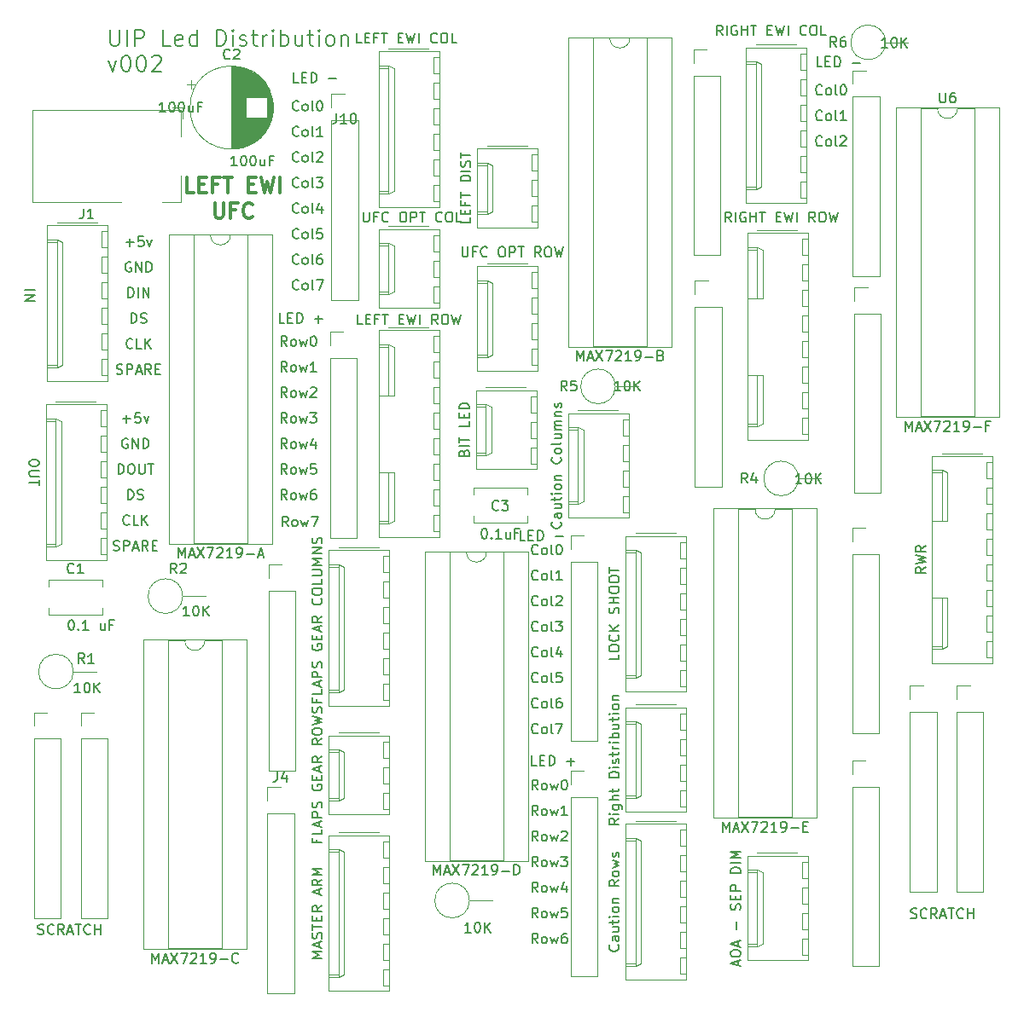
<source format=gbr>
G04 #@! TF.GenerationSoftware,KiCad,Pcbnew,(5.1.5-0-10_14)*
G04 #@! TF.CreationDate,2021-11-15T05:52:50+10:00*
G04 #@! TF.ProjectId,OH - UIP - Led Distribution,4f48202d-2055-4495-9020-2d204c656420,rev?*
G04 #@! TF.SameCoordinates,Original*
G04 #@! TF.FileFunction,Legend,Top*
G04 #@! TF.FilePolarity,Positive*
%FSLAX46Y46*%
G04 Gerber Fmt 4.6, Leading zero omitted, Abs format (unit mm)*
G04 Created by KiCad (PCBNEW (5.1.5-0-10_14)) date 2021-11-15 05:52:50*
%MOMM*%
%LPD*%
G04 APERTURE LIST*
%ADD10C,0.150000*%
%ADD11C,0.300000*%
%ADD12C,0.120000*%
G04 APERTURE END LIST*
D10*
X114482952Y-135532761D02*
X114625809Y-135580380D01*
X114863904Y-135580380D01*
X114959142Y-135532761D01*
X115006761Y-135485142D01*
X115054380Y-135389904D01*
X115054380Y-135294666D01*
X115006761Y-135199428D01*
X114959142Y-135151809D01*
X114863904Y-135104190D01*
X114673428Y-135056571D01*
X114578190Y-135008952D01*
X114530571Y-134961333D01*
X114482952Y-134866095D01*
X114482952Y-134770857D01*
X114530571Y-134675619D01*
X114578190Y-134628000D01*
X114673428Y-134580380D01*
X114911523Y-134580380D01*
X115054380Y-134628000D01*
X116054380Y-135485142D02*
X116006761Y-135532761D01*
X115863904Y-135580380D01*
X115768666Y-135580380D01*
X115625809Y-135532761D01*
X115530571Y-135437523D01*
X115482952Y-135342285D01*
X115435333Y-135151809D01*
X115435333Y-135008952D01*
X115482952Y-134818476D01*
X115530571Y-134723238D01*
X115625809Y-134628000D01*
X115768666Y-134580380D01*
X115863904Y-134580380D01*
X116006761Y-134628000D01*
X116054380Y-134675619D01*
X117054380Y-135580380D02*
X116721047Y-135104190D01*
X116482952Y-135580380D02*
X116482952Y-134580380D01*
X116863904Y-134580380D01*
X116959142Y-134628000D01*
X117006761Y-134675619D01*
X117054380Y-134770857D01*
X117054380Y-134913714D01*
X117006761Y-135008952D01*
X116959142Y-135056571D01*
X116863904Y-135104190D01*
X116482952Y-135104190D01*
X117435333Y-135294666D02*
X117911523Y-135294666D01*
X117340095Y-135580380D02*
X117673428Y-134580380D01*
X118006761Y-135580380D01*
X118197238Y-134580380D02*
X118768666Y-134580380D01*
X118482952Y-135580380D02*
X118482952Y-134580380D01*
X119673428Y-135485142D02*
X119625809Y-135532761D01*
X119482952Y-135580380D01*
X119387714Y-135580380D01*
X119244857Y-135532761D01*
X119149619Y-135437523D01*
X119102000Y-135342285D01*
X119054380Y-135151809D01*
X119054380Y-135008952D01*
X119102000Y-134818476D01*
X119149619Y-134723238D01*
X119244857Y-134628000D01*
X119387714Y-134580380D01*
X119482952Y-134580380D01*
X119625809Y-134628000D01*
X119673428Y-134675619D01*
X120102000Y-135580380D02*
X120102000Y-134580380D01*
X120102000Y-135056571D02*
X120673428Y-135056571D01*
X120673428Y-135580380D02*
X120673428Y-134580380D01*
X201096952Y-133945261D02*
X201239809Y-133992880D01*
X201477904Y-133992880D01*
X201573142Y-133945261D01*
X201620761Y-133897642D01*
X201668380Y-133802404D01*
X201668380Y-133707166D01*
X201620761Y-133611928D01*
X201573142Y-133564309D01*
X201477904Y-133516690D01*
X201287428Y-133469071D01*
X201192190Y-133421452D01*
X201144571Y-133373833D01*
X201096952Y-133278595D01*
X201096952Y-133183357D01*
X201144571Y-133088119D01*
X201192190Y-133040500D01*
X201287428Y-132992880D01*
X201525523Y-132992880D01*
X201668380Y-133040500D01*
X202668380Y-133897642D02*
X202620761Y-133945261D01*
X202477904Y-133992880D01*
X202382666Y-133992880D01*
X202239809Y-133945261D01*
X202144571Y-133850023D01*
X202096952Y-133754785D01*
X202049333Y-133564309D01*
X202049333Y-133421452D01*
X202096952Y-133230976D01*
X202144571Y-133135738D01*
X202239809Y-133040500D01*
X202382666Y-132992880D01*
X202477904Y-132992880D01*
X202620761Y-133040500D01*
X202668380Y-133088119D01*
X203668380Y-133992880D02*
X203335047Y-133516690D01*
X203096952Y-133992880D02*
X203096952Y-132992880D01*
X203477904Y-132992880D01*
X203573142Y-133040500D01*
X203620761Y-133088119D01*
X203668380Y-133183357D01*
X203668380Y-133326214D01*
X203620761Y-133421452D01*
X203573142Y-133469071D01*
X203477904Y-133516690D01*
X203096952Y-133516690D01*
X204049333Y-133707166D02*
X204525523Y-133707166D01*
X203954095Y-133992880D02*
X204287428Y-132992880D01*
X204620761Y-133992880D01*
X204811238Y-132992880D02*
X205382666Y-132992880D01*
X205096952Y-133992880D02*
X205096952Y-132992880D01*
X206287428Y-133897642D02*
X206239809Y-133945261D01*
X206096952Y-133992880D01*
X206001714Y-133992880D01*
X205858857Y-133945261D01*
X205763619Y-133850023D01*
X205716000Y-133754785D01*
X205668380Y-133564309D01*
X205668380Y-133421452D01*
X205716000Y-133230976D01*
X205763619Y-133135738D01*
X205858857Y-133040500D01*
X206001714Y-132992880D01*
X206096952Y-132992880D01*
X206239809Y-133040500D01*
X206287428Y-133088119D01*
X206716000Y-133992880D02*
X206716000Y-132992880D01*
X206716000Y-133469071D02*
X207287428Y-133469071D01*
X207287428Y-133992880D02*
X207287428Y-132992880D01*
X192286047Y-52109642D02*
X192238428Y-52157261D01*
X192095571Y-52204880D01*
X192000333Y-52204880D01*
X191857476Y-52157261D01*
X191762238Y-52062023D01*
X191714619Y-51966785D01*
X191667000Y-51776309D01*
X191667000Y-51633452D01*
X191714619Y-51442976D01*
X191762238Y-51347738D01*
X191857476Y-51252500D01*
X192000333Y-51204880D01*
X192095571Y-51204880D01*
X192238428Y-51252500D01*
X192286047Y-51300119D01*
X192857476Y-52204880D02*
X192762238Y-52157261D01*
X192714619Y-52109642D01*
X192667000Y-52014404D01*
X192667000Y-51728690D01*
X192714619Y-51633452D01*
X192762238Y-51585833D01*
X192857476Y-51538214D01*
X193000333Y-51538214D01*
X193095571Y-51585833D01*
X193143190Y-51633452D01*
X193190809Y-51728690D01*
X193190809Y-52014404D01*
X193143190Y-52109642D01*
X193095571Y-52157261D01*
X193000333Y-52204880D01*
X192857476Y-52204880D01*
X193762238Y-52204880D02*
X193667000Y-52157261D01*
X193619380Y-52062023D01*
X193619380Y-51204880D01*
X194333666Y-51204880D02*
X194428904Y-51204880D01*
X194524142Y-51252500D01*
X194571761Y-51300119D01*
X194619380Y-51395357D01*
X194667000Y-51585833D01*
X194667000Y-51823928D01*
X194619380Y-52014404D01*
X194571761Y-52109642D01*
X194524142Y-52157261D01*
X194428904Y-52204880D01*
X194333666Y-52204880D01*
X194238428Y-52157261D01*
X194190809Y-52109642D01*
X194143190Y-52014404D01*
X194095571Y-51823928D01*
X194095571Y-51585833D01*
X194143190Y-51395357D01*
X194190809Y-51300119D01*
X194238428Y-51252500D01*
X194333666Y-51204880D01*
X192286047Y-54649642D02*
X192238428Y-54697261D01*
X192095571Y-54744880D01*
X192000333Y-54744880D01*
X191857476Y-54697261D01*
X191762238Y-54602023D01*
X191714619Y-54506785D01*
X191667000Y-54316309D01*
X191667000Y-54173452D01*
X191714619Y-53982976D01*
X191762238Y-53887738D01*
X191857476Y-53792500D01*
X192000333Y-53744880D01*
X192095571Y-53744880D01*
X192238428Y-53792500D01*
X192286047Y-53840119D01*
X192857476Y-54744880D02*
X192762238Y-54697261D01*
X192714619Y-54649642D01*
X192667000Y-54554404D01*
X192667000Y-54268690D01*
X192714619Y-54173452D01*
X192762238Y-54125833D01*
X192857476Y-54078214D01*
X193000333Y-54078214D01*
X193095571Y-54125833D01*
X193143190Y-54173452D01*
X193190809Y-54268690D01*
X193190809Y-54554404D01*
X193143190Y-54649642D01*
X193095571Y-54697261D01*
X193000333Y-54744880D01*
X192857476Y-54744880D01*
X193762238Y-54744880D02*
X193667000Y-54697261D01*
X193619380Y-54602023D01*
X193619380Y-53744880D01*
X194667000Y-54744880D02*
X194095571Y-54744880D01*
X194381285Y-54744880D02*
X194381285Y-53744880D01*
X194286047Y-53887738D01*
X194190809Y-53982976D01*
X194095571Y-54030595D01*
X192286047Y-57189642D02*
X192238428Y-57237261D01*
X192095571Y-57284880D01*
X192000333Y-57284880D01*
X191857476Y-57237261D01*
X191762238Y-57142023D01*
X191714619Y-57046785D01*
X191667000Y-56856309D01*
X191667000Y-56713452D01*
X191714619Y-56522976D01*
X191762238Y-56427738D01*
X191857476Y-56332500D01*
X192000333Y-56284880D01*
X192095571Y-56284880D01*
X192238428Y-56332500D01*
X192286047Y-56380119D01*
X192857476Y-57284880D02*
X192762238Y-57237261D01*
X192714619Y-57189642D01*
X192667000Y-57094404D01*
X192667000Y-56808690D01*
X192714619Y-56713452D01*
X192762238Y-56665833D01*
X192857476Y-56618214D01*
X193000333Y-56618214D01*
X193095571Y-56665833D01*
X193143190Y-56713452D01*
X193190809Y-56808690D01*
X193190809Y-57094404D01*
X193143190Y-57189642D01*
X193095571Y-57237261D01*
X193000333Y-57284880D01*
X192857476Y-57284880D01*
X193762238Y-57284880D02*
X193667000Y-57237261D01*
X193619380Y-57142023D01*
X193619380Y-56284880D01*
X194095571Y-56380119D02*
X194143190Y-56332500D01*
X194238428Y-56284880D01*
X194476523Y-56284880D01*
X194571761Y-56332500D01*
X194619380Y-56380119D01*
X194667000Y-56475357D01*
X194667000Y-56570595D01*
X194619380Y-56713452D01*
X194047952Y-57284880D01*
X194667000Y-57284880D01*
X192286142Y-49410880D02*
X191809952Y-49410880D01*
X191809952Y-48410880D01*
X192619476Y-48887071D02*
X192952809Y-48887071D01*
X193095666Y-49410880D02*
X192619476Y-49410880D01*
X192619476Y-48410880D01*
X193095666Y-48410880D01*
X193524238Y-49410880D02*
X193524238Y-48410880D01*
X193762333Y-48410880D01*
X193905190Y-48458500D01*
X194000428Y-48553738D01*
X194048047Y-48648976D01*
X194095666Y-48839452D01*
X194095666Y-48982309D01*
X194048047Y-49172785D01*
X194000428Y-49268023D01*
X193905190Y-49363261D01*
X193762333Y-49410880D01*
X193524238Y-49410880D01*
X195286142Y-49029928D02*
X196048047Y-49029928D01*
X162822142Y-96464380D02*
X162345952Y-96464380D01*
X162345952Y-95464380D01*
X163155476Y-95940571D02*
X163488809Y-95940571D01*
X163631666Y-96464380D02*
X163155476Y-96464380D01*
X163155476Y-95464380D01*
X163631666Y-95464380D01*
X164060238Y-96464380D02*
X164060238Y-95464380D01*
X164298333Y-95464380D01*
X164441190Y-95512000D01*
X164536428Y-95607238D01*
X164584047Y-95702476D01*
X164631666Y-95892952D01*
X164631666Y-96035809D01*
X164584047Y-96226285D01*
X164536428Y-96321523D01*
X164441190Y-96416761D01*
X164298333Y-96464380D01*
X164060238Y-96464380D01*
X165822142Y-96083428D02*
X166584047Y-96083428D01*
X163965142Y-118816380D02*
X163488952Y-118816380D01*
X163488952Y-117816380D01*
X164298476Y-118292571D02*
X164631809Y-118292571D01*
X164774666Y-118816380D02*
X164298476Y-118816380D01*
X164298476Y-117816380D01*
X164774666Y-117816380D01*
X165203238Y-118816380D02*
X165203238Y-117816380D01*
X165441333Y-117816380D01*
X165584190Y-117864000D01*
X165679428Y-117959238D01*
X165727047Y-118054476D01*
X165774666Y-118244952D01*
X165774666Y-118387809D01*
X165727047Y-118578285D01*
X165679428Y-118673523D01*
X165584190Y-118768761D01*
X165441333Y-118816380D01*
X165203238Y-118816380D01*
X166965142Y-118435428D02*
X167727047Y-118435428D01*
X167346095Y-118816380D02*
X167346095Y-118054476D01*
X164084142Y-121229380D02*
X163750809Y-120753190D01*
X163512714Y-121229380D02*
X163512714Y-120229380D01*
X163893666Y-120229380D01*
X163988904Y-120277000D01*
X164036523Y-120324619D01*
X164084142Y-120419857D01*
X164084142Y-120562714D01*
X164036523Y-120657952D01*
X163988904Y-120705571D01*
X163893666Y-120753190D01*
X163512714Y-120753190D01*
X164655571Y-121229380D02*
X164560333Y-121181761D01*
X164512714Y-121134142D01*
X164465095Y-121038904D01*
X164465095Y-120753190D01*
X164512714Y-120657952D01*
X164560333Y-120610333D01*
X164655571Y-120562714D01*
X164798428Y-120562714D01*
X164893666Y-120610333D01*
X164941285Y-120657952D01*
X164988904Y-120753190D01*
X164988904Y-121038904D01*
X164941285Y-121134142D01*
X164893666Y-121181761D01*
X164798428Y-121229380D01*
X164655571Y-121229380D01*
X165322238Y-120562714D02*
X165512714Y-121229380D01*
X165703190Y-120753190D01*
X165893666Y-121229380D01*
X166084142Y-120562714D01*
X166655571Y-120229380D02*
X166750809Y-120229380D01*
X166846047Y-120277000D01*
X166893666Y-120324619D01*
X166941285Y-120419857D01*
X166988904Y-120610333D01*
X166988904Y-120848428D01*
X166941285Y-121038904D01*
X166893666Y-121134142D01*
X166846047Y-121181761D01*
X166750809Y-121229380D01*
X166655571Y-121229380D01*
X166560333Y-121181761D01*
X166512714Y-121134142D01*
X166465095Y-121038904D01*
X166417476Y-120848428D01*
X166417476Y-120610333D01*
X166465095Y-120419857D01*
X166512714Y-120324619D01*
X166560333Y-120277000D01*
X166655571Y-120229380D01*
X164084142Y-123769380D02*
X163750809Y-123293190D01*
X163512714Y-123769380D02*
X163512714Y-122769380D01*
X163893666Y-122769380D01*
X163988904Y-122817000D01*
X164036523Y-122864619D01*
X164084142Y-122959857D01*
X164084142Y-123102714D01*
X164036523Y-123197952D01*
X163988904Y-123245571D01*
X163893666Y-123293190D01*
X163512714Y-123293190D01*
X164655571Y-123769380D02*
X164560333Y-123721761D01*
X164512714Y-123674142D01*
X164465095Y-123578904D01*
X164465095Y-123293190D01*
X164512714Y-123197952D01*
X164560333Y-123150333D01*
X164655571Y-123102714D01*
X164798428Y-123102714D01*
X164893666Y-123150333D01*
X164941285Y-123197952D01*
X164988904Y-123293190D01*
X164988904Y-123578904D01*
X164941285Y-123674142D01*
X164893666Y-123721761D01*
X164798428Y-123769380D01*
X164655571Y-123769380D01*
X165322238Y-123102714D02*
X165512714Y-123769380D01*
X165703190Y-123293190D01*
X165893666Y-123769380D01*
X166084142Y-123102714D01*
X166988904Y-123769380D02*
X166417476Y-123769380D01*
X166703190Y-123769380D02*
X166703190Y-122769380D01*
X166607952Y-122912238D01*
X166512714Y-123007476D01*
X166417476Y-123055095D01*
X164084142Y-126309380D02*
X163750809Y-125833190D01*
X163512714Y-126309380D02*
X163512714Y-125309380D01*
X163893666Y-125309380D01*
X163988904Y-125357000D01*
X164036523Y-125404619D01*
X164084142Y-125499857D01*
X164084142Y-125642714D01*
X164036523Y-125737952D01*
X163988904Y-125785571D01*
X163893666Y-125833190D01*
X163512714Y-125833190D01*
X164655571Y-126309380D02*
X164560333Y-126261761D01*
X164512714Y-126214142D01*
X164465095Y-126118904D01*
X164465095Y-125833190D01*
X164512714Y-125737952D01*
X164560333Y-125690333D01*
X164655571Y-125642714D01*
X164798428Y-125642714D01*
X164893666Y-125690333D01*
X164941285Y-125737952D01*
X164988904Y-125833190D01*
X164988904Y-126118904D01*
X164941285Y-126214142D01*
X164893666Y-126261761D01*
X164798428Y-126309380D01*
X164655571Y-126309380D01*
X165322238Y-125642714D02*
X165512714Y-126309380D01*
X165703190Y-125833190D01*
X165893666Y-126309380D01*
X166084142Y-125642714D01*
X166417476Y-125404619D02*
X166465095Y-125357000D01*
X166560333Y-125309380D01*
X166798428Y-125309380D01*
X166893666Y-125357000D01*
X166941285Y-125404619D01*
X166988904Y-125499857D01*
X166988904Y-125595095D01*
X166941285Y-125737952D01*
X166369857Y-126309380D01*
X166988904Y-126309380D01*
X164084142Y-128849380D02*
X163750809Y-128373190D01*
X163512714Y-128849380D02*
X163512714Y-127849380D01*
X163893666Y-127849380D01*
X163988904Y-127897000D01*
X164036523Y-127944619D01*
X164084142Y-128039857D01*
X164084142Y-128182714D01*
X164036523Y-128277952D01*
X163988904Y-128325571D01*
X163893666Y-128373190D01*
X163512714Y-128373190D01*
X164655571Y-128849380D02*
X164560333Y-128801761D01*
X164512714Y-128754142D01*
X164465095Y-128658904D01*
X164465095Y-128373190D01*
X164512714Y-128277952D01*
X164560333Y-128230333D01*
X164655571Y-128182714D01*
X164798428Y-128182714D01*
X164893666Y-128230333D01*
X164941285Y-128277952D01*
X164988904Y-128373190D01*
X164988904Y-128658904D01*
X164941285Y-128754142D01*
X164893666Y-128801761D01*
X164798428Y-128849380D01*
X164655571Y-128849380D01*
X165322238Y-128182714D02*
X165512714Y-128849380D01*
X165703190Y-128373190D01*
X165893666Y-128849380D01*
X166084142Y-128182714D01*
X166369857Y-127849380D02*
X166988904Y-127849380D01*
X166655571Y-128230333D01*
X166798428Y-128230333D01*
X166893666Y-128277952D01*
X166941285Y-128325571D01*
X166988904Y-128420809D01*
X166988904Y-128658904D01*
X166941285Y-128754142D01*
X166893666Y-128801761D01*
X166798428Y-128849380D01*
X166512714Y-128849380D01*
X166417476Y-128801761D01*
X166369857Y-128754142D01*
X164084142Y-131389380D02*
X163750809Y-130913190D01*
X163512714Y-131389380D02*
X163512714Y-130389380D01*
X163893666Y-130389380D01*
X163988904Y-130437000D01*
X164036523Y-130484619D01*
X164084142Y-130579857D01*
X164084142Y-130722714D01*
X164036523Y-130817952D01*
X163988904Y-130865571D01*
X163893666Y-130913190D01*
X163512714Y-130913190D01*
X164655571Y-131389380D02*
X164560333Y-131341761D01*
X164512714Y-131294142D01*
X164465095Y-131198904D01*
X164465095Y-130913190D01*
X164512714Y-130817952D01*
X164560333Y-130770333D01*
X164655571Y-130722714D01*
X164798428Y-130722714D01*
X164893666Y-130770333D01*
X164941285Y-130817952D01*
X164988904Y-130913190D01*
X164988904Y-131198904D01*
X164941285Y-131294142D01*
X164893666Y-131341761D01*
X164798428Y-131389380D01*
X164655571Y-131389380D01*
X165322238Y-130722714D02*
X165512714Y-131389380D01*
X165703190Y-130913190D01*
X165893666Y-131389380D01*
X166084142Y-130722714D01*
X166893666Y-130722714D02*
X166893666Y-131389380D01*
X166655571Y-130341761D02*
X166417476Y-131056047D01*
X167036523Y-131056047D01*
X164084142Y-133929380D02*
X163750809Y-133453190D01*
X163512714Y-133929380D02*
X163512714Y-132929380D01*
X163893666Y-132929380D01*
X163988904Y-132977000D01*
X164036523Y-133024619D01*
X164084142Y-133119857D01*
X164084142Y-133262714D01*
X164036523Y-133357952D01*
X163988904Y-133405571D01*
X163893666Y-133453190D01*
X163512714Y-133453190D01*
X164655571Y-133929380D02*
X164560333Y-133881761D01*
X164512714Y-133834142D01*
X164465095Y-133738904D01*
X164465095Y-133453190D01*
X164512714Y-133357952D01*
X164560333Y-133310333D01*
X164655571Y-133262714D01*
X164798428Y-133262714D01*
X164893666Y-133310333D01*
X164941285Y-133357952D01*
X164988904Y-133453190D01*
X164988904Y-133738904D01*
X164941285Y-133834142D01*
X164893666Y-133881761D01*
X164798428Y-133929380D01*
X164655571Y-133929380D01*
X165322238Y-133262714D02*
X165512714Y-133929380D01*
X165703190Y-133453190D01*
X165893666Y-133929380D01*
X166084142Y-133262714D01*
X166941285Y-132929380D02*
X166465095Y-132929380D01*
X166417476Y-133405571D01*
X166465095Y-133357952D01*
X166560333Y-133310333D01*
X166798428Y-133310333D01*
X166893666Y-133357952D01*
X166941285Y-133405571D01*
X166988904Y-133500809D01*
X166988904Y-133738904D01*
X166941285Y-133834142D01*
X166893666Y-133881761D01*
X166798428Y-133929380D01*
X166560333Y-133929380D01*
X166465095Y-133881761D01*
X166417476Y-133834142D01*
X164084142Y-136469380D02*
X163750809Y-135993190D01*
X163512714Y-136469380D02*
X163512714Y-135469380D01*
X163893666Y-135469380D01*
X163988904Y-135517000D01*
X164036523Y-135564619D01*
X164084142Y-135659857D01*
X164084142Y-135802714D01*
X164036523Y-135897952D01*
X163988904Y-135945571D01*
X163893666Y-135993190D01*
X163512714Y-135993190D01*
X164655571Y-136469380D02*
X164560333Y-136421761D01*
X164512714Y-136374142D01*
X164465095Y-136278904D01*
X164465095Y-135993190D01*
X164512714Y-135897952D01*
X164560333Y-135850333D01*
X164655571Y-135802714D01*
X164798428Y-135802714D01*
X164893666Y-135850333D01*
X164941285Y-135897952D01*
X164988904Y-135993190D01*
X164988904Y-136278904D01*
X164941285Y-136374142D01*
X164893666Y-136421761D01*
X164798428Y-136469380D01*
X164655571Y-136469380D01*
X165322238Y-135802714D02*
X165512714Y-136469380D01*
X165703190Y-135993190D01*
X165893666Y-136469380D01*
X166084142Y-135802714D01*
X166893666Y-135469380D02*
X166703190Y-135469380D01*
X166607952Y-135517000D01*
X166560333Y-135564619D01*
X166465095Y-135707476D01*
X166417476Y-135897952D01*
X166417476Y-136278904D01*
X166465095Y-136374142D01*
X166512714Y-136421761D01*
X166607952Y-136469380D01*
X166798428Y-136469380D01*
X166893666Y-136421761D01*
X166941285Y-136374142D01*
X166988904Y-136278904D01*
X166988904Y-136040809D01*
X166941285Y-135945571D01*
X166893666Y-135897952D01*
X166798428Y-135850333D01*
X166607952Y-135850333D01*
X166512714Y-135897952D01*
X166465095Y-135945571D01*
X166417476Y-136040809D01*
X164092047Y-97766142D02*
X164044428Y-97813761D01*
X163901571Y-97861380D01*
X163806333Y-97861380D01*
X163663476Y-97813761D01*
X163568238Y-97718523D01*
X163520619Y-97623285D01*
X163473000Y-97432809D01*
X163473000Y-97289952D01*
X163520619Y-97099476D01*
X163568238Y-97004238D01*
X163663476Y-96909000D01*
X163806333Y-96861380D01*
X163901571Y-96861380D01*
X164044428Y-96909000D01*
X164092047Y-96956619D01*
X164663476Y-97861380D02*
X164568238Y-97813761D01*
X164520619Y-97766142D01*
X164473000Y-97670904D01*
X164473000Y-97385190D01*
X164520619Y-97289952D01*
X164568238Y-97242333D01*
X164663476Y-97194714D01*
X164806333Y-97194714D01*
X164901571Y-97242333D01*
X164949190Y-97289952D01*
X164996809Y-97385190D01*
X164996809Y-97670904D01*
X164949190Y-97766142D01*
X164901571Y-97813761D01*
X164806333Y-97861380D01*
X164663476Y-97861380D01*
X165568238Y-97861380D02*
X165473000Y-97813761D01*
X165425380Y-97718523D01*
X165425380Y-96861380D01*
X166139666Y-96861380D02*
X166234904Y-96861380D01*
X166330142Y-96909000D01*
X166377761Y-96956619D01*
X166425380Y-97051857D01*
X166473000Y-97242333D01*
X166473000Y-97480428D01*
X166425380Y-97670904D01*
X166377761Y-97766142D01*
X166330142Y-97813761D01*
X166234904Y-97861380D01*
X166139666Y-97861380D01*
X166044428Y-97813761D01*
X165996809Y-97766142D01*
X165949190Y-97670904D01*
X165901571Y-97480428D01*
X165901571Y-97242333D01*
X165949190Y-97051857D01*
X165996809Y-96956619D01*
X166044428Y-96909000D01*
X166139666Y-96861380D01*
X164092047Y-100306142D02*
X164044428Y-100353761D01*
X163901571Y-100401380D01*
X163806333Y-100401380D01*
X163663476Y-100353761D01*
X163568238Y-100258523D01*
X163520619Y-100163285D01*
X163473000Y-99972809D01*
X163473000Y-99829952D01*
X163520619Y-99639476D01*
X163568238Y-99544238D01*
X163663476Y-99449000D01*
X163806333Y-99401380D01*
X163901571Y-99401380D01*
X164044428Y-99449000D01*
X164092047Y-99496619D01*
X164663476Y-100401380D02*
X164568238Y-100353761D01*
X164520619Y-100306142D01*
X164473000Y-100210904D01*
X164473000Y-99925190D01*
X164520619Y-99829952D01*
X164568238Y-99782333D01*
X164663476Y-99734714D01*
X164806333Y-99734714D01*
X164901571Y-99782333D01*
X164949190Y-99829952D01*
X164996809Y-99925190D01*
X164996809Y-100210904D01*
X164949190Y-100306142D01*
X164901571Y-100353761D01*
X164806333Y-100401380D01*
X164663476Y-100401380D01*
X165568238Y-100401380D02*
X165473000Y-100353761D01*
X165425380Y-100258523D01*
X165425380Y-99401380D01*
X166473000Y-100401380D02*
X165901571Y-100401380D01*
X166187285Y-100401380D02*
X166187285Y-99401380D01*
X166092047Y-99544238D01*
X165996809Y-99639476D01*
X165901571Y-99687095D01*
X164092047Y-102846142D02*
X164044428Y-102893761D01*
X163901571Y-102941380D01*
X163806333Y-102941380D01*
X163663476Y-102893761D01*
X163568238Y-102798523D01*
X163520619Y-102703285D01*
X163473000Y-102512809D01*
X163473000Y-102369952D01*
X163520619Y-102179476D01*
X163568238Y-102084238D01*
X163663476Y-101989000D01*
X163806333Y-101941380D01*
X163901571Y-101941380D01*
X164044428Y-101989000D01*
X164092047Y-102036619D01*
X164663476Y-102941380D02*
X164568238Y-102893761D01*
X164520619Y-102846142D01*
X164473000Y-102750904D01*
X164473000Y-102465190D01*
X164520619Y-102369952D01*
X164568238Y-102322333D01*
X164663476Y-102274714D01*
X164806333Y-102274714D01*
X164901571Y-102322333D01*
X164949190Y-102369952D01*
X164996809Y-102465190D01*
X164996809Y-102750904D01*
X164949190Y-102846142D01*
X164901571Y-102893761D01*
X164806333Y-102941380D01*
X164663476Y-102941380D01*
X165568238Y-102941380D02*
X165473000Y-102893761D01*
X165425380Y-102798523D01*
X165425380Y-101941380D01*
X165901571Y-102036619D02*
X165949190Y-101989000D01*
X166044428Y-101941380D01*
X166282523Y-101941380D01*
X166377761Y-101989000D01*
X166425380Y-102036619D01*
X166473000Y-102131857D01*
X166473000Y-102227095D01*
X166425380Y-102369952D01*
X165853952Y-102941380D01*
X166473000Y-102941380D01*
X164092047Y-105386142D02*
X164044428Y-105433761D01*
X163901571Y-105481380D01*
X163806333Y-105481380D01*
X163663476Y-105433761D01*
X163568238Y-105338523D01*
X163520619Y-105243285D01*
X163473000Y-105052809D01*
X163473000Y-104909952D01*
X163520619Y-104719476D01*
X163568238Y-104624238D01*
X163663476Y-104529000D01*
X163806333Y-104481380D01*
X163901571Y-104481380D01*
X164044428Y-104529000D01*
X164092047Y-104576619D01*
X164663476Y-105481380D02*
X164568238Y-105433761D01*
X164520619Y-105386142D01*
X164473000Y-105290904D01*
X164473000Y-105005190D01*
X164520619Y-104909952D01*
X164568238Y-104862333D01*
X164663476Y-104814714D01*
X164806333Y-104814714D01*
X164901571Y-104862333D01*
X164949190Y-104909952D01*
X164996809Y-105005190D01*
X164996809Y-105290904D01*
X164949190Y-105386142D01*
X164901571Y-105433761D01*
X164806333Y-105481380D01*
X164663476Y-105481380D01*
X165568238Y-105481380D02*
X165473000Y-105433761D01*
X165425380Y-105338523D01*
X165425380Y-104481380D01*
X165853952Y-104481380D02*
X166473000Y-104481380D01*
X166139666Y-104862333D01*
X166282523Y-104862333D01*
X166377761Y-104909952D01*
X166425380Y-104957571D01*
X166473000Y-105052809D01*
X166473000Y-105290904D01*
X166425380Y-105386142D01*
X166377761Y-105433761D01*
X166282523Y-105481380D01*
X165996809Y-105481380D01*
X165901571Y-105433761D01*
X165853952Y-105386142D01*
X164092047Y-107926142D02*
X164044428Y-107973761D01*
X163901571Y-108021380D01*
X163806333Y-108021380D01*
X163663476Y-107973761D01*
X163568238Y-107878523D01*
X163520619Y-107783285D01*
X163473000Y-107592809D01*
X163473000Y-107449952D01*
X163520619Y-107259476D01*
X163568238Y-107164238D01*
X163663476Y-107069000D01*
X163806333Y-107021380D01*
X163901571Y-107021380D01*
X164044428Y-107069000D01*
X164092047Y-107116619D01*
X164663476Y-108021380D02*
X164568238Y-107973761D01*
X164520619Y-107926142D01*
X164473000Y-107830904D01*
X164473000Y-107545190D01*
X164520619Y-107449952D01*
X164568238Y-107402333D01*
X164663476Y-107354714D01*
X164806333Y-107354714D01*
X164901571Y-107402333D01*
X164949190Y-107449952D01*
X164996809Y-107545190D01*
X164996809Y-107830904D01*
X164949190Y-107926142D01*
X164901571Y-107973761D01*
X164806333Y-108021380D01*
X164663476Y-108021380D01*
X165568238Y-108021380D02*
X165473000Y-107973761D01*
X165425380Y-107878523D01*
X165425380Y-107021380D01*
X166377761Y-107354714D02*
X166377761Y-108021380D01*
X166139666Y-106973761D02*
X165901571Y-107688047D01*
X166520619Y-107688047D01*
X164092047Y-110466142D02*
X164044428Y-110513761D01*
X163901571Y-110561380D01*
X163806333Y-110561380D01*
X163663476Y-110513761D01*
X163568238Y-110418523D01*
X163520619Y-110323285D01*
X163473000Y-110132809D01*
X163473000Y-109989952D01*
X163520619Y-109799476D01*
X163568238Y-109704238D01*
X163663476Y-109609000D01*
X163806333Y-109561380D01*
X163901571Y-109561380D01*
X164044428Y-109609000D01*
X164092047Y-109656619D01*
X164663476Y-110561380D02*
X164568238Y-110513761D01*
X164520619Y-110466142D01*
X164473000Y-110370904D01*
X164473000Y-110085190D01*
X164520619Y-109989952D01*
X164568238Y-109942333D01*
X164663476Y-109894714D01*
X164806333Y-109894714D01*
X164901571Y-109942333D01*
X164949190Y-109989952D01*
X164996809Y-110085190D01*
X164996809Y-110370904D01*
X164949190Y-110466142D01*
X164901571Y-110513761D01*
X164806333Y-110561380D01*
X164663476Y-110561380D01*
X165568238Y-110561380D02*
X165473000Y-110513761D01*
X165425380Y-110418523D01*
X165425380Y-109561380D01*
X166425380Y-109561380D02*
X165949190Y-109561380D01*
X165901571Y-110037571D01*
X165949190Y-109989952D01*
X166044428Y-109942333D01*
X166282523Y-109942333D01*
X166377761Y-109989952D01*
X166425380Y-110037571D01*
X166473000Y-110132809D01*
X166473000Y-110370904D01*
X166425380Y-110466142D01*
X166377761Y-110513761D01*
X166282523Y-110561380D01*
X166044428Y-110561380D01*
X165949190Y-110513761D01*
X165901571Y-110466142D01*
X164092047Y-113006142D02*
X164044428Y-113053761D01*
X163901571Y-113101380D01*
X163806333Y-113101380D01*
X163663476Y-113053761D01*
X163568238Y-112958523D01*
X163520619Y-112863285D01*
X163473000Y-112672809D01*
X163473000Y-112529952D01*
X163520619Y-112339476D01*
X163568238Y-112244238D01*
X163663476Y-112149000D01*
X163806333Y-112101380D01*
X163901571Y-112101380D01*
X164044428Y-112149000D01*
X164092047Y-112196619D01*
X164663476Y-113101380D02*
X164568238Y-113053761D01*
X164520619Y-113006142D01*
X164473000Y-112910904D01*
X164473000Y-112625190D01*
X164520619Y-112529952D01*
X164568238Y-112482333D01*
X164663476Y-112434714D01*
X164806333Y-112434714D01*
X164901571Y-112482333D01*
X164949190Y-112529952D01*
X164996809Y-112625190D01*
X164996809Y-112910904D01*
X164949190Y-113006142D01*
X164901571Y-113053761D01*
X164806333Y-113101380D01*
X164663476Y-113101380D01*
X165568238Y-113101380D02*
X165473000Y-113053761D01*
X165425380Y-112958523D01*
X165425380Y-112101380D01*
X166377761Y-112101380D02*
X166187285Y-112101380D01*
X166092047Y-112149000D01*
X166044428Y-112196619D01*
X165949190Y-112339476D01*
X165901571Y-112529952D01*
X165901571Y-112910904D01*
X165949190Y-113006142D01*
X165996809Y-113053761D01*
X166092047Y-113101380D01*
X166282523Y-113101380D01*
X166377761Y-113053761D01*
X166425380Y-113006142D01*
X166473000Y-112910904D01*
X166473000Y-112672809D01*
X166425380Y-112577571D01*
X166377761Y-112529952D01*
X166282523Y-112482333D01*
X166092047Y-112482333D01*
X165996809Y-112529952D01*
X165949190Y-112577571D01*
X165901571Y-112672809D01*
X164092047Y-115546142D02*
X164044428Y-115593761D01*
X163901571Y-115641380D01*
X163806333Y-115641380D01*
X163663476Y-115593761D01*
X163568238Y-115498523D01*
X163520619Y-115403285D01*
X163473000Y-115212809D01*
X163473000Y-115069952D01*
X163520619Y-114879476D01*
X163568238Y-114784238D01*
X163663476Y-114689000D01*
X163806333Y-114641380D01*
X163901571Y-114641380D01*
X164044428Y-114689000D01*
X164092047Y-114736619D01*
X164663476Y-115641380D02*
X164568238Y-115593761D01*
X164520619Y-115546142D01*
X164473000Y-115450904D01*
X164473000Y-115165190D01*
X164520619Y-115069952D01*
X164568238Y-115022333D01*
X164663476Y-114974714D01*
X164806333Y-114974714D01*
X164901571Y-115022333D01*
X164949190Y-115069952D01*
X164996809Y-115165190D01*
X164996809Y-115450904D01*
X164949190Y-115546142D01*
X164901571Y-115593761D01*
X164806333Y-115641380D01*
X164663476Y-115641380D01*
X165568238Y-115641380D02*
X165473000Y-115593761D01*
X165425380Y-115498523D01*
X165425380Y-114641380D01*
X165853952Y-114641380D02*
X166520619Y-114641380D01*
X166092047Y-115641380D01*
D11*
X129965142Y-61887571D02*
X129250857Y-61887571D01*
X129250857Y-60387571D01*
X130465142Y-61101857D02*
X130965142Y-61101857D01*
X131179428Y-61887571D02*
X130465142Y-61887571D01*
X130465142Y-60387571D01*
X131179428Y-60387571D01*
X132322285Y-61101857D02*
X131822285Y-61101857D01*
X131822285Y-61887571D02*
X131822285Y-60387571D01*
X132536571Y-60387571D01*
X132893714Y-60387571D02*
X133750857Y-60387571D01*
X133322285Y-61887571D02*
X133322285Y-60387571D01*
X135393714Y-61101857D02*
X135893714Y-61101857D01*
X136108000Y-61887571D02*
X135393714Y-61887571D01*
X135393714Y-60387571D01*
X136108000Y-60387571D01*
X136608000Y-60387571D02*
X136965142Y-61887571D01*
X137250857Y-60816142D01*
X137536571Y-61887571D01*
X137893714Y-60387571D01*
X138465142Y-61887571D02*
X138465142Y-60387571D01*
X132036571Y-62937571D02*
X132036571Y-64151857D01*
X132108000Y-64294714D01*
X132179428Y-64366142D01*
X132322285Y-64437571D01*
X132608000Y-64437571D01*
X132750857Y-64366142D01*
X132822285Y-64294714D01*
X132893714Y-64151857D01*
X132893714Y-62937571D01*
X134108000Y-63651857D02*
X133608000Y-63651857D01*
X133608000Y-64437571D02*
X133608000Y-62937571D01*
X134322285Y-62937571D01*
X135750857Y-64294714D02*
X135679428Y-64366142D01*
X135465142Y-64437571D01*
X135322285Y-64437571D01*
X135108000Y-64366142D01*
X134965142Y-64223285D01*
X134893714Y-64080428D01*
X134822285Y-63794714D01*
X134822285Y-63580428D01*
X134893714Y-63294714D01*
X134965142Y-63151857D01*
X135108000Y-63009000D01*
X135322285Y-62937571D01*
X135465142Y-62937571D01*
X135679428Y-63009000D01*
X135750857Y-63080428D01*
D10*
X139319142Y-95067380D02*
X138985809Y-94591190D01*
X138747714Y-95067380D02*
X138747714Y-94067380D01*
X139128666Y-94067380D01*
X139223904Y-94115000D01*
X139271523Y-94162619D01*
X139319142Y-94257857D01*
X139319142Y-94400714D01*
X139271523Y-94495952D01*
X139223904Y-94543571D01*
X139128666Y-94591190D01*
X138747714Y-94591190D01*
X139890571Y-95067380D02*
X139795333Y-95019761D01*
X139747714Y-94972142D01*
X139700095Y-94876904D01*
X139700095Y-94591190D01*
X139747714Y-94495952D01*
X139795333Y-94448333D01*
X139890571Y-94400714D01*
X140033428Y-94400714D01*
X140128666Y-94448333D01*
X140176285Y-94495952D01*
X140223904Y-94591190D01*
X140223904Y-94876904D01*
X140176285Y-94972142D01*
X140128666Y-95019761D01*
X140033428Y-95067380D01*
X139890571Y-95067380D01*
X140557238Y-94400714D02*
X140747714Y-95067380D01*
X140938190Y-94591190D01*
X141128666Y-95067380D01*
X141319142Y-94400714D01*
X141604857Y-94067380D02*
X142271523Y-94067380D01*
X141842952Y-95067380D01*
X121636452Y-45727809D02*
X121636452Y-47023047D01*
X121712642Y-47175428D01*
X121788833Y-47251619D01*
X121941214Y-47327809D01*
X122245976Y-47327809D01*
X122398357Y-47251619D01*
X122474547Y-47175428D01*
X122550738Y-47023047D01*
X122550738Y-45727809D01*
X123312642Y-47327809D02*
X123312642Y-45727809D01*
X124074547Y-47327809D02*
X124074547Y-45727809D01*
X124684071Y-45727809D01*
X124836452Y-45804000D01*
X124912642Y-45880190D01*
X124988833Y-46032571D01*
X124988833Y-46261142D01*
X124912642Y-46413523D01*
X124836452Y-46489714D01*
X124684071Y-46565904D01*
X124074547Y-46565904D01*
X127655500Y-47327809D02*
X126893595Y-47327809D01*
X126893595Y-45727809D01*
X128798357Y-47251619D02*
X128645976Y-47327809D01*
X128341214Y-47327809D01*
X128188833Y-47251619D01*
X128112642Y-47099238D01*
X128112642Y-46489714D01*
X128188833Y-46337333D01*
X128341214Y-46261142D01*
X128645976Y-46261142D01*
X128798357Y-46337333D01*
X128874547Y-46489714D01*
X128874547Y-46642095D01*
X128112642Y-46794476D01*
X130245976Y-47327809D02*
X130245976Y-45727809D01*
X130245976Y-47251619D02*
X130093595Y-47327809D01*
X129788833Y-47327809D01*
X129636452Y-47251619D01*
X129560261Y-47175428D01*
X129484071Y-47023047D01*
X129484071Y-46565904D01*
X129560261Y-46413523D01*
X129636452Y-46337333D01*
X129788833Y-46261142D01*
X130093595Y-46261142D01*
X130245976Y-46337333D01*
X132226928Y-47327809D02*
X132226928Y-45727809D01*
X132607880Y-45727809D01*
X132836452Y-45804000D01*
X132988833Y-45956380D01*
X133065023Y-46108761D01*
X133141214Y-46413523D01*
X133141214Y-46642095D01*
X133065023Y-46946857D01*
X132988833Y-47099238D01*
X132836452Y-47251619D01*
X132607880Y-47327809D01*
X132226928Y-47327809D01*
X133826928Y-47327809D02*
X133826928Y-46261142D01*
X133826928Y-45727809D02*
X133750738Y-45804000D01*
X133826928Y-45880190D01*
X133903119Y-45804000D01*
X133826928Y-45727809D01*
X133826928Y-45880190D01*
X134512642Y-47251619D02*
X134665023Y-47327809D01*
X134969785Y-47327809D01*
X135122166Y-47251619D01*
X135198357Y-47099238D01*
X135198357Y-47023047D01*
X135122166Y-46870666D01*
X134969785Y-46794476D01*
X134741214Y-46794476D01*
X134588833Y-46718285D01*
X134512642Y-46565904D01*
X134512642Y-46489714D01*
X134588833Y-46337333D01*
X134741214Y-46261142D01*
X134969785Y-46261142D01*
X135122166Y-46337333D01*
X135655500Y-46261142D02*
X136265023Y-46261142D01*
X135884071Y-45727809D02*
X135884071Y-47099238D01*
X135960261Y-47251619D01*
X136112642Y-47327809D01*
X136265023Y-47327809D01*
X136798357Y-47327809D02*
X136798357Y-46261142D01*
X136798357Y-46565904D02*
X136874547Y-46413523D01*
X136950738Y-46337333D01*
X137103119Y-46261142D01*
X137255500Y-46261142D01*
X137788833Y-47327809D02*
X137788833Y-46261142D01*
X137788833Y-45727809D02*
X137712642Y-45804000D01*
X137788833Y-45880190D01*
X137865023Y-45804000D01*
X137788833Y-45727809D01*
X137788833Y-45880190D01*
X138550738Y-47327809D02*
X138550738Y-45727809D01*
X138550738Y-46337333D02*
X138703119Y-46261142D01*
X139007880Y-46261142D01*
X139160261Y-46337333D01*
X139236452Y-46413523D01*
X139312642Y-46565904D01*
X139312642Y-47023047D01*
X139236452Y-47175428D01*
X139160261Y-47251619D01*
X139007880Y-47327809D01*
X138703119Y-47327809D01*
X138550738Y-47251619D01*
X140684071Y-46261142D02*
X140684071Y-47327809D01*
X139998357Y-46261142D02*
X139998357Y-47099238D01*
X140074547Y-47251619D01*
X140226928Y-47327809D01*
X140455500Y-47327809D01*
X140607880Y-47251619D01*
X140684071Y-47175428D01*
X141217404Y-46261142D02*
X141826928Y-46261142D01*
X141445976Y-45727809D02*
X141445976Y-47099238D01*
X141522166Y-47251619D01*
X141674547Y-47327809D01*
X141826928Y-47327809D01*
X142360261Y-47327809D02*
X142360261Y-46261142D01*
X142360261Y-45727809D02*
X142284071Y-45804000D01*
X142360261Y-45880190D01*
X142436452Y-45804000D01*
X142360261Y-45727809D01*
X142360261Y-45880190D01*
X143350738Y-47327809D02*
X143198357Y-47251619D01*
X143122166Y-47175428D01*
X143045976Y-47023047D01*
X143045976Y-46565904D01*
X143122166Y-46413523D01*
X143198357Y-46337333D01*
X143350738Y-46261142D01*
X143579309Y-46261142D01*
X143731690Y-46337333D01*
X143807880Y-46413523D01*
X143884071Y-46565904D01*
X143884071Y-47023047D01*
X143807880Y-47175428D01*
X143731690Y-47251619D01*
X143579309Y-47327809D01*
X143350738Y-47327809D01*
X144569785Y-46261142D02*
X144569785Y-47327809D01*
X144569785Y-46413523D02*
X144645976Y-46337333D01*
X144798357Y-46261142D01*
X145026928Y-46261142D01*
X145179309Y-46337333D01*
X145255500Y-46489714D01*
X145255500Y-47327809D01*
X121484071Y-48811142D02*
X121865023Y-49877809D01*
X122245976Y-48811142D01*
X123160261Y-48277809D02*
X123312642Y-48277809D01*
X123465023Y-48354000D01*
X123541214Y-48430190D01*
X123617404Y-48582571D01*
X123693595Y-48887333D01*
X123693595Y-49268285D01*
X123617404Y-49573047D01*
X123541214Y-49725428D01*
X123465023Y-49801619D01*
X123312642Y-49877809D01*
X123160261Y-49877809D01*
X123007880Y-49801619D01*
X122931690Y-49725428D01*
X122855500Y-49573047D01*
X122779309Y-49268285D01*
X122779309Y-48887333D01*
X122855500Y-48582571D01*
X122931690Y-48430190D01*
X123007880Y-48354000D01*
X123160261Y-48277809D01*
X124684071Y-48277809D02*
X124836452Y-48277809D01*
X124988833Y-48354000D01*
X125065023Y-48430190D01*
X125141214Y-48582571D01*
X125217404Y-48887333D01*
X125217404Y-49268285D01*
X125141214Y-49573047D01*
X125065023Y-49725428D01*
X124988833Y-49801619D01*
X124836452Y-49877809D01*
X124684071Y-49877809D01*
X124531690Y-49801619D01*
X124455500Y-49725428D01*
X124379309Y-49573047D01*
X124303119Y-49268285D01*
X124303119Y-48887333D01*
X124379309Y-48582571D01*
X124455500Y-48430190D01*
X124531690Y-48354000D01*
X124684071Y-48277809D01*
X125826928Y-48430190D02*
X125903119Y-48354000D01*
X126055500Y-48277809D01*
X126436452Y-48277809D01*
X126588833Y-48354000D01*
X126665023Y-48430190D01*
X126741214Y-48582571D01*
X126741214Y-48734952D01*
X126665023Y-48963523D01*
X125750738Y-49877809D01*
X126741214Y-49877809D01*
X140343142Y-50998380D02*
X139866952Y-50998380D01*
X139866952Y-49998380D01*
X140676476Y-50474571D02*
X141009809Y-50474571D01*
X141152666Y-50998380D02*
X140676476Y-50998380D01*
X140676476Y-49998380D01*
X141152666Y-49998380D01*
X141581238Y-50998380D02*
X141581238Y-49998380D01*
X141819333Y-49998380D01*
X141962190Y-50046000D01*
X142057428Y-50141238D01*
X142105047Y-50236476D01*
X142152666Y-50426952D01*
X142152666Y-50569809D01*
X142105047Y-50760285D01*
X142057428Y-50855523D01*
X141962190Y-50950761D01*
X141819333Y-50998380D01*
X141581238Y-50998380D01*
X143343142Y-50617428D02*
X144105047Y-50617428D01*
X138946142Y-74874380D02*
X138469952Y-74874380D01*
X138469952Y-73874380D01*
X139279476Y-74350571D02*
X139612809Y-74350571D01*
X139755666Y-74874380D02*
X139279476Y-74874380D01*
X139279476Y-73874380D01*
X139755666Y-73874380D01*
X140184238Y-74874380D02*
X140184238Y-73874380D01*
X140422333Y-73874380D01*
X140565190Y-73922000D01*
X140660428Y-74017238D01*
X140708047Y-74112476D01*
X140755666Y-74302952D01*
X140755666Y-74445809D01*
X140708047Y-74636285D01*
X140660428Y-74731523D01*
X140565190Y-74826761D01*
X140422333Y-74874380D01*
X140184238Y-74874380D01*
X141946142Y-74493428D02*
X142708047Y-74493428D01*
X142327095Y-74874380D02*
X142327095Y-74112476D01*
X127103380Y-53919380D02*
X126531952Y-53919380D01*
X126817666Y-53919380D02*
X126817666Y-52919380D01*
X126722428Y-53062238D01*
X126627190Y-53157476D01*
X126531952Y-53205095D01*
X127722428Y-52919380D02*
X127817666Y-52919380D01*
X127912904Y-52967000D01*
X127960523Y-53014619D01*
X128008142Y-53109857D01*
X128055761Y-53300333D01*
X128055761Y-53538428D01*
X128008142Y-53728904D01*
X127960523Y-53824142D01*
X127912904Y-53871761D01*
X127817666Y-53919380D01*
X127722428Y-53919380D01*
X127627190Y-53871761D01*
X127579571Y-53824142D01*
X127531952Y-53728904D01*
X127484333Y-53538428D01*
X127484333Y-53300333D01*
X127531952Y-53109857D01*
X127579571Y-53014619D01*
X127627190Y-52967000D01*
X127722428Y-52919380D01*
X128674809Y-52919380D02*
X128770047Y-52919380D01*
X128865285Y-52967000D01*
X128912904Y-53014619D01*
X128960523Y-53109857D01*
X129008142Y-53300333D01*
X129008142Y-53538428D01*
X128960523Y-53728904D01*
X128912904Y-53824142D01*
X128865285Y-53871761D01*
X128770047Y-53919380D01*
X128674809Y-53919380D01*
X128579571Y-53871761D01*
X128531952Y-53824142D01*
X128484333Y-53728904D01*
X128436714Y-53538428D01*
X128436714Y-53300333D01*
X128484333Y-53109857D01*
X128531952Y-53014619D01*
X128579571Y-52967000D01*
X128674809Y-52919380D01*
X129865285Y-53252714D02*
X129865285Y-53919380D01*
X129436714Y-53252714D02*
X129436714Y-53776523D01*
X129484333Y-53871761D01*
X129579571Y-53919380D01*
X129722428Y-53919380D01*
X129817666Y-53871761D01*
X129865285Y-53824142D01*
X130674809Y-53395571D02*
X130341476Y-53395571D01*
X130341476Y-53919380D02*
X130341476Y-52919380D01*
X130817666Y-52919380D01*
X117737190Y-104354380D02*
X117832428Y-104354380D01*
X117927666Y-104402000D01*
X117975285Y-104449619D01*
X118022904Y-104544857D01*
X118070523Y-104735333D01*
X118070523Y-104973428D01*
X118022904Y-105163904D01*
X117975285Y-105259142D01*
X117927666Y-105306761D01*
X117832428Y-105354380D01*
X117737190Y-105354380D01*
X117641952Y-105306761D01*
X117594333Y-105259142D01*
X117546714Y-105163904D01*
X117499095Y-104973428D01*
X117499095Y-104735333D01*
X117546714Y-104544857D01*
X117594333Y-104449619D01*
X117641952Y-104402000D01*
X117737190Y-104354380D01*
X118499095Y-105259142D02*
X118546714Y-105306761D01*
X118499095Y-105354380D01*
X118451476Y-105306761D01*
X118499095Y-105259142D01*
X118499095Y-105354380D01*
X119499095Y-105354380D02*
X118927666Y-105354380D01*
X119213380Y-105354380D02*
X119213380Y-104354380D01*
X119118142Y-104497238D01*
X119022904Y-104592476D01*
X118927666Y-104640095D01*
X121118142Y-104687714D02*
X121118142Y-105354380D01*
X120689571Y-104687714D02*
X120689571Y-105211523D01*
X120737190Y-105306761D01*
X120832428Y-105354380D01*
X120975285Y-105354380D01*
X121070523Y-105306761D01*
X121118142Y-105259142D01*
X121927666Y-104830571D02*
X121594333Y-104830571D01*
X121594333Y-105354380D02*
X121594333Y-104354380D01*
X122070523Y-104354380D01*
X118689523Y-111577380D02*
X118118095Y-111577380D01*
X118403809Y-111577380D02*
X118403809Y-110577380D01*
X118308571Y-110720238D01*
X118213333Y-110815476D01*
X118118095Y-110863095D01*
X119308571Y-110577380D02*
X119403809Y-110577380D01*
X119499047Y-110625000D01*
X119546666Y-110672619D01*
X119594285Y-110767857D01*
X119641904Y-110958333D01*
X119641904Y-111196428D01*
X119594285Y-111386904D01*
X119546666Y-111482142D01*
X119499047Y-111529761D01*
X119403809Y-111577380D01*
X119308571Y-111577380D01*
X119213333Y-111529761D01*
X119165714Y-111482142D01*
X119118095Y-111386904D01*
X119070476Y-111196428D01*
X119070476Y-110958333D01*
X119118095Y-110767857D01*
X119165714Y-110672619D01*
X119213333Y-110625000D01*
X119308571Y-110577380D01*
X120070476Y-111577380D02*
X120070476Y-110577380D01*
X120641904Y-111577380D02*
X120213333Y-111005952D01*
X120641904Y-110577380D02*
X120070476Y-111148809D01*
X114593619Y-88662000D02*
X114593619Y-88852476D01*
X114546000Y-88947714D01*
X114450761Y-89042952D01*
X114260285Y-89090571D01*
X113926952Y-89090571D01*
X113736476Y-89042952D01*
X113641238Y-88947714D01*
X113593619Y-88852476D01*
X113593619Y-88662000D01*
X113641238Y-88566761D01*
X113736476Y-88471523D01*
X113926952Y-88423904D01*
X114260285Y-88423904D01*
X114450761Y-88471523D01*
X114546000Y-88566761D01*
X114593619Y-88662000D01*
X114593619Y-89519142D02*
X113784095Y-89519142D01*
X113688857Y-89566761D01*
X113641238Y-89614380D01*
X113593619Y-89709619D01*
X113593619Y-89900095D01*
X113641238Y-89995333D01*
X113688857Y-90042952D01*
X113784095Y-90090571D01*
X114593619Y-90090571D01*
X114593619Y-90423904D02*
X114593619Y-90995333D01*
X113593619Y-90709619D02*
X114593619Y-90709619D01*
X113212619Y-71612190D02*
X114212619Y-71612190D01*
X113212619Y-72088380D02*
X114212619Y-72088380D01*
X113212619Y-72659809D01*
X114212619Y-72659809D01*
X140343047Y-71477142D02*
X140295428Y-71524761D01*
X140152571Y-71572380D01*
X140057333Y-71572380D01*
X139914476Y-71524761D01*
X139819238Y-71429523D01*
X139771619Y-71334285D01*
X139724000Y-71143809D01*
X139724000Y-71000952D01*
X139771619Y-70810476D01*
X139819238Y-70715238D01*
X139914476Y-70620000D01*
X140057333Y-70572380D01*
X140152571Y-70572380D01*
X140295428Y-70620000D01*
X140343047Y-70667619D01*
X140914476Y-71572380D02*
X140819238Y-71524761D01*
X140771619Y-71477142D01*
X140724000Y-71381904D01*
X140724000Y-71096190D01*
X140771619Y-71000952D01*
X140819238Y-70953333D01*
X140914476Y-70905714D01*
X141057333Y-70905714D01*
X141152571Y-70953333D01*
X141200190Y-71000952D01*
X141247809Y-71096190D01*
X141247809Y-71381904D01*
X141200190Y-71477142D01*
X141152571Y-71524761D01*
X141057333Y-71572380D01*
X140914476Y-71572380D01*
X141819238Y-71572380D02*
X141724000Y-71524761D01*
X141676380Y-71429523D01*
X141676380Y-70572380D01*
X142104952Y-70572380D02*
X142771619Y-70572380D01*
X142343047Y-71572380D01*
X140343047Y-68937142D02*
X140295428Y-68984761D01*
X140152571Y-69032380D01*
X140057333Y-69032380D01*
X139914476Y-68984761D01*
X139819238Y-68889523D01*
X139771619Y-68794285D01*
X139724000Y-68603809D01*
X139724000Y-68460952D01*
X139771619Y-68270476D01*
X139819238Y-68175238D01*
X139914476Y-68080000D01*
X140057333Y-68032380D01*
X140152571Y-68032380D01*
X140295428Y-68080000D01*
X140343047Y-68127619D01*
X140914476Y-69032380D02*
X140819238Y-68984761D01*
X140771619Y-68937142D01*
X140724000Y-68841904D01*
X140724000Y-68556190D01*
X140771619Y-68460952D01*
X140819238Y-68413333D01*
X140914476Y-68365714D01*
X141057333Y-68365714D01*
X141152571Y-68413333D01*
X141200190Y-68460952D01*
X141247809Y-68556190D01*
X141247809Y-68841904D01*
X141200190Y-68937142D01*
X141152571Y-68984761D01*
X141057333Y-69032380D01*
X140914476Y-69032380D01*
X141819238Y-69032380D02*
X141724000Y-68984761D01*
X141676380Y-68889523D01*
X141676380Y-68032380D01*
X142628761Y-68032380D02*
X142438285Y-68032380D01*
X142343047Y-68080000D01*
X142295428Y-68127619D01*
X142200190Y-68270476D01*
X142152571Y-68460952D01*
X142152571Y-68841904D01*
X142200190Y-68937142D01*
X142247809Y-68984761D01*
X142343047Y-69032380D01*
X142533523Y-69032380D01*
X142628761Y-68984761D01*
X142676380Y-68937142D01*
X142724000Y-68841904D01*
X142724000Y-68603809D01*
X142676380Y-68508571D01*
X142628761Y-68460952D01*
X142533523Y-68413333D01*
X142343047Y-68413333D01*
X142247809Y-68460952D01*
X142200190Y-68508571D01*
X142152571Y-68603809D01*
X140343047Y-66397142D02*
X140295428Y-66444761D01*
X140152571Y-66492380D01*
X140057333Y-66492380D01*
X139914476Y-66444761D01*
X139819238Y-66349523D01*
X139771619Y-66254285D01*
X139724000Y-66063809D01*
X139724000Y-65920952D01*
X139771619Y-65730476D01*
X139819238Y-65635238D01*
X139914476Y-65540000D01*
X140057333Y-65492380D01*
X140152571Y-65492380D01*
X140295428Y-65540000D01*
X140343047Y-65587619D01*
X140914476Y-66492380D02*
X140819238Y-66444761D01*
X140771619Y-66397142D01*
X140724000Y-66301904D01*
X140724000Y-66016190D01*
X140771619Y-65920952D01*
X140819238Y-65873333D01*
X140914476Y-65825714D01*
X141057333Y-65825714D01*
X141152571Y-65873333D01*
X141200190Y-65920952D01*
X141247809Y-66016190D01*
X141247809Y-66301904D01*
X141200190Y-66397142D01*
X141152571Y-66444761D01*
X141057333Y-66492380D01*
X140914476Y-66492380D01*
X141819238Y-66492380D02*
X141724000Y-66444761D01*
X141676380Y-66349523D01*
X141676380Y-65492380D01*
X142676380Y-65492380D02*
X142200190Y-65492380D01*
X142152571Y-65968571D01*
X142200190Y-65920952D01*
X142295428Y-65873333D01*
X142533523Y-65873333D01*
X142628761Y-65920952D01*
X142676380Y-65968571D01*
X142724000Y-66063809D01*
X142724000Y-66301904D01*
X142676380Y-66397142D01*
X142628761Y-66444761D01*
X142533523Y-66492380D01*
X142295428Y-66492380D01*
X142200190Y-66444761D01*
X142152571Y-66397142D01*
X140343047Y-63857142D02*
X140295428Y-63904761D01*
X140152571Y-63952380D01*
X140057333Y-63952380D01*
X139914476Y-63904761D01*
X139819238Y-63809523D01*
X139771619Y-63714285D01*
X139724000Y-63523809D01*
X139724000Y-63380952D01*
X139771619Y-63190476D01*
X139819238Y-63095238D01*
X139914476Y-63000000D01*
X140057333Y-62952380D01*
X140152571Y-62952380D01*
X140295428Y-63000000D01*
X140343047Y-63047619D01*
X140914476Y-63952380D02*
X140819238Y-63904761D01*
X140771619Y-63857142D01*
X140724000Y-63761904D01*
X140724000Y-63476190D01*
X140771619Y-63380952D01*
X140819238Y-63333333D01*
X140914476Y-63285714D01*
X141057333Y-63285714D01*
X141152571Y-63333333D01*
X141200190Y-63380952D01*
X141247809Y-63476190D01*
X141247809Y-63761904D01*
X141200190Y-63857142D01*
X141152571Y-63904761D01*
X141057333Y-63952380D01*
X140914476Y-63952380D01*
X141819238Y-63952380D02*
X141724000Y-63904761D01*
X141676380Y-63809523D01*
X141676380Y-62952380D01*
X142628761Y-63285714D02*
X142628761Y-63952380D01*
X142390666Y-62904761D02*
X142152571Y-63619047D01*
X142771619Y-63619047D01*
X140343047Y-61317142D02*
X140295428Y-61364761D01*
X140152571Y-61412380D01*
X140057333Y-61412380D01*
X139914476Y-61364761D01*
X139819238Y-61269523D01*
X139771619Y-61174285D01*
X139724000Y-60983809D01*
X139724000Y-60840952D01*
X139771619Y-60650476D01*
X139819238Y-60555238D01*
X139914476Y-60460000D01*
X140057333Y-60412380D01*
X140152571Y-60412380D01*
X140295428Y-60460000D01*
X140343047Y-60507619D01*
X140914476Y-61412380D02*
X140819238Y-61364761D01*
X140771619Y-61317142D01*
X140724000Y-61221904D01*
X140724000Y-60936190D01*
X140771619Y-60840952D01*
X140819238Y-60793333D01*
X140914476Y-60745714D01*
X141057333Y-60745714D01*
X141152571Y-60793333D01*
X141200190Y-60840952D01*
X141247809Y-60936190D01*
X141247809Y-61221904D01*
X141200190Y-61317142D01*
X141152571Y-61364761D01*
X141057333Y-61412380D01*
X140914476Y-61412380D01*
X141819238Y-61412380D02*
X141724000Y-61364761D01*
X141676380Y-61269523D01*
X141676380Y-60412380D01*
X142104952Y-60412380D02*
X142724000Y-60412380D01*
X142390666Y-60793333D01*
X142533523Y-60793333D01*
X142628761Y-60840952D01*
X142676380Y-60888571D01*
X142724000Y-60983809D01*
X142724000Y-61221904D01*
X142676380Y-61317142D01*
X142628761Y-61364761D01*
X142533523Y-61412380D01*
X142247809Y-61412380D01*
X142152571Y-61364761D01*
X142104952Y-61317142D01*
X140343047Y-58777142D02*
X140295428Y-58824761D01*
X140152571Y-58872380D01*
X140057333Y-58872380D01*
X139914476Y-58824761D01*
X139819238Y-58729523D01*
X139771619Y-58634285D01*
X139724000Y-58443809D01*
X139724000Y-58300952D01*
X139771619Y-58110476D01*
X139819238Y-58015238D01*
X139914476Y-57920000D01*
X140057333Y-57872380D01*
X140152571Y-57872380D01*
X140295428Y-57920000D01*
X140343047Y-57967619D01*
X140914476Y-58872380D02*
X140819238Y-58824761D01*
X140771619Y-58777142D01*
X140724000Y-58681904D01*
X140724000Y-58396190D01*
X140771619Y-58300952D01*
X140819238Y-58253333D01*
X140914476Y-58205714D01*
X141057333Y-58205714D01*
X141152571Y-58253333D01*
X141200190Y-58300952D01*
X141247809Y-58396190D01*
X141247809Y-58681904D01*
X141200190Y-58777142D01*
X141152571Y-58824761D01*
X141057333Y-58872380D01*
X140914476Y-58872380D01*
X141819238Y-58872380D02*
X141724000Y-58824761D01*
X141676380Y-58729523D01*
X141676380Y-57872380D01*
X142152571Y-57967619D02*
X142200190Y-57920000D01*
X142295428Y-57872380D01*
X142533523Y-57872380D01*
X142628761Y-57920000D01*
X142676380Y-57967619D01*
X142724000Y-58062857D01*
X142724000Y-58158095D01*
X142676380Y-58300952D01*
X142104952Y-58872380D01*
X142724000Y-58872380D01*
X140343047Y-56237142D02*
X140295428Y-56284761D01*
X140152571Y-56332380D01*
X140057333Y-56332380D01*
X139914476Y-56284761D01*
X139819238Y-56189523D01*
X139771619Y-56094285D01*
X139724000Y-55903809D01*
X139724000Y-55760952D01*
X139771619Y-55570476D01*
X139819238Y-55475238D01*
X139914476Y-55380000D01*
X140057333Y-55332380D01*
X140152571Y-55332380D01*
X140295428Y-55380000D01*
X140343047Y-55427619D01*
X140914476Y-56332380D02*
X140819238Y-56284761D01*
X140771619Y-56237142D01*
X140724000Y-56141904D01*
X140724000Y-55856190D01*
X140771619Y-55760952D01*
X140819238Y-55713333D01*
X140914476Y-55665714D01*
X141057333Y-55665714D01*
X141152571Y-55713333D01*
X141200190Y-55760952D01*
X141247809Y-55856190D01*
X141247809Y-56141904D01*
X141200190Y-56237142D01*
X141152571Y-56284761D01*
X141057333Y-56332380D01*
X140914476Y-56332380D01*
X141819238Y-56332380D02*
X141724000Y-56284761D01*
X141676380Y-56189523D01*
X141676380Y-55332380D01*
X142724000Y-56332380D02*
X142152571Y-56332380D01*
X142438285Y-56332380D02*
X142438285Y-55332380D01*
X142343047Y-55475238D01*
X142247809Y-55570476D01*
X142152571Y-55618095D01*
X139192142Y-92400380D02*
X138858809Y-91924190D01*
X138620714Y-92400380D02*
X138620714Y-91400380D01*
X139001666Y-91400380D01*
X139096904Y-91448000D01*
X139144523Y-91495619D01*
X139192142Y-91590857D01*
X139192142Y-91733714D01*
X139144523Y-91828952D01*
X139096904Y-91876571D01*
X139001666Y-91924190D01*
X138620714Y-91924190D01*
X139763571Y-92400380D02*
X139668333Y-92352761D01*
X139620714Y-92305142D01*
X139573095Y-92209904D01*
X139573095Y-91924190D01*
X139620714Y-91828952D01*
X139668333Y-91781333D01*
X139763571Y-91733714D01*
X139906428Y-91733714D01*
X140001666Y-91781333D01*
X140049285Y-91828952D01*
X140096904Y-91924190D01*
X140096904Y-92209904D01*
X140049285Y-92305142D01*
X140001666Y-92352761D01*
X139906428Y-92400380D01*
X139763571Y-92400380D01*
X140430238Y-91733714D02*
X140620714Y-92400380D01*
X140811190Y-91924190D01*
X141001666Y-92400380D01*
X141192142Y-91733714D01*
X142001666Y-91400380D02*
X141811190Y-91400380D01*
X141715952Y-91448000D01*
X141668333Y-91495619D01*
X141573095Y-91638476D01*
X141525476Y-91828952D01*
X141525476Y-92209904D01*
X141573095Y-92305142D01*
X141620714Y-92352761D01*
X141715952Y-92400380D01*
X141906428Y-92400380D01*
X142001666Y-92352761D01*
X142049285Y-92305142D01*
X142096904Y-92209904D01*
X142096904Y-91971809D01*
X142049285Y-91876571D01*
X142001666Y-91828952D01*
X141906428Y-91781333D01*
X141715952Y-91781333D01*
X141620714Y-91828952D01*
X141573095Y-91876571D01*
X141525476Y-91971809D01*
X139192142Y-89860380D02*
X138858809Y-89384190D01*
X138620714Y-89860380D02*
X138620714Y-88860380D01*
X139001666Y-88860380D01*
X139096904Y-88908000D01*
X139144523Y-88955619D01*
X139192142Y-89050857D01*
X139192142Y-89193714D01*
X139144523Y-89288952D01*
X139096904Y-89336571D01*
X139001666Y-89384190D01*
X138620714Y-89384190D01*
X139763571Y-89860380D02*
X139668333Y-89812761D01*
X139620714Y-89765142D01*
X139573095Y-89669904D01*
X139573095Y-89384190D01*
X139620714Y-89288952D01*
X139668333Y-89241333D01*
X139763571Y-89193714D01*
X139906428Y-89193714D01*
X140001666Y-89241333D01*
X140049285Y-89288952D01*
X140096904Y-89384190D01*
X140096904Y-89669904D01*
X140049285Y-89765142D01*
X140001666Y-89812761D01*
X139906428Y-89860380D01*
X139763571Y-89860380D01*
X140430238Y-89193714D02*
X140620714Y-89860380D01*
X140811190Y-89384190D01*
X141001666Y-89860380D01*
X141192142Y-89193714D01*
X142049285Y-88860380D02*
X141573095Y-88860380D01*
X141525476Y-89336571D01*
X141573095Y-89288952D01*
X141668333Y-89241333D01*
X141906428Y-89241333D01*
X142001666Y-89288952D01*
X142049285Y-89336571D01*
X142096904Y-89431809D01*
X142096904Y-89669904D01*
X142049285Y-89765142D01*
X142001666Y-89812761D01*
X141906428Y-89860380D01*
X141668333Y-89860380D01*
X141573095Y-89812761D01*
X141525476Y-89765142D01*
X139192142Y-87320380D02*
X138858809Y-86844190D01*
X138620714Y-87320380D02*
X138620714Y-86320380D01*
X139001666Y-86320380D01*
X139096904Y-86368000D01*
X139144523Y-86415619D01*
X139192142Y-86510857D01*
X139192142Y-86653714D01*
X139144523Y-86748952D01*
X139096904Y-86796571D01*
X139001666Y-86844190D01*
X138620714Y-86844190D01*
X139763571Y-87320380D02*
X139668333Y-87272761D01*
X139620714Y-87225142D01*
X139573095Y-87129904D01*
X139573095Y-86844190D01*
X139620714Y-86748952D01*
X139668333Y-86701333D01*
X139763571Y-86653714D01*
X139906428Y-86653714D01*
X140001666Y-86701333D01*
X140049285Y-86748952D01*
X140096904Y-86844190D01*
X140096904Y-87129904D01*
X140049285Y-87225142D01*
X140001666Y-87272761D01*
X139906428Y-87320380D01*
X139763571Y-87320380D01*
X140430238Y-86653714D02*
X140620714Y-87320380D01*
X140811190Y-86844190D01*
X141001666Y-87320380D01*
X141192142Y-86653714D01*
X142001666Y-86653714D02*
X142001666Y-87320380D01*
X141763571Y-86272761D02*
X141525476Y-86987047D01*
X142144523Y-86987047D01*
X139192142Y-84780380D02*
X138858809Y-84304190D01*
X138620714Y-84780380D02*
X138620714Y-83780380D01*
X139001666Y-83780380D01*
X139096904Y-83828000D01*
X139144523Y-83875619D01*
X139192142Y-83970857D01*
X139192142Y-84113714D01*
X139144523Y-84208952D01*
X139096904Y-84256571D01*
X139001666Y-84304190D01*
X138620714Y-84304190D01*
X139763571Y-84780380D02*
X139668333Y-84732761D01*
X139620714Y-84685142D01*
X139573095Y-84589904D01*
X139573095Y-84304190D01*
X139620714Y-84208952D01*
X139668333Y-84161333D01*
X139763571Y-84113714D01*
X139906428Y-84113714D01*
X140001666Y-84161333D01*
X140049285Y-84208952D01*
X140096904Y-84304190D01*
X140096904Y-84589904D01*
X140049285Y-84685142D01*
X140001666Y-84732761D01*
X139906428Y-84780380D01*
X139763571Y-84780380D01*
X140430238Y-84113714D02*
X140620714Y-84780380D01*
X140811190Y-84304190D01*
X141001666Y-84780380D01*
X141192142Y-84113714D01*
X141477857Y-83780380D02*
X142096904Y-83780380D01*
X141763571Y-84161333D01*
X141906428Y-84161333D01*
X142001666Y-84208952D01*
X142049285Y-84256571D01*
X142096904Y-84351809D01*
X142096904Y-84589904D01*
X142049285Y-84685142D01*
X142001666Y-84732761D01*
X141906428Y-84780380D01*
X141620714Y-84780380D01*
X141525476Y-84732761D01*
X141477857Y-84685142D01*
X139192142Y-82240380D02*
X138858809Y-81764190D01*
X138620714Y-82240380D02*
X138620714Y-81240380D01*
X139001666Y-81240380D01*
X139096904Y-81288000D01*
X139144523Y-81335619D01*
X139192142Y-81430857D01*
X139192142Y-81573714D01*
X139144523Y-81668952D01*
X139096904Y-81716571D01*
X139001666Y-81764190D01*
X138620714Y-81764190D01*
X139763571Y-82240380D02*
X139668333Y-82192761D01*
X139620714Y-82145142D01*
X139573095Y-82049904D01*
X139573095Y-81764190D01*
X139620714Y-81668952D01*
X139668333Y-81621333D01*
X139763571Y-81573714D01*
X139906428Y-81573714D01*
X140001666Y-81621333D01*
X140049285Y-81668952D01*
X140096904Y-81764190D01*
X140096904Y-82049904D01*
X140049285Y-82145142D01*
X140001666Y-82192761D01*
X139906428Y-82240380D01*
X139763571Y-82240380D01*
X140430238Y-81573714D02*
X140620714Y-82240380D01*
X140811190Y-81764190D01*
X141001666Y-82240380D01*
X141192142Y-81573714D01*
X141525476Y-81335619D02*
X141573095Y-81288000D01*
X141668333Y-81240380D01*
X141906428Y-81240380D01*
X142001666Y-81288000D01*
X142049285Y-81335619D01*
X142096904Y-81430857D01*
X142096904Y-81526095D01*
X142049285Y-81668952D01*
X141477857Y-82240380D01*
X142096904Y-82240380D01*
X139192142Y-79700380D02*
X138858809Y-79224190D01*
X138620714Y-79700380D02*
X138620714Y-78700380D01*
X139001666Y-78700380D01*
X139096904Y-78748000D01*
X139144523Y-78795619D01*
X139192142Y-78890857D01*
X139192142Y-79033714D01*
X139144523Y-79128952D01*
X139096904Y-79176571D01*
X139001666Y-79224190D01*
X138620714Y-79224190D01*
X139763571Y-79700380D02*
X139668333Y-79652761D01*
X139620714Y-79605142D01*
X139573095Y-79509904D01*
X139573095Y-79224190D01*
X139620714Y-79128952D01*
X139668333Y-79081333D01*
X139763571Y-79033714D01*
X139906428Y-79033714D01*
X140001666Y-79081333D01*
X140049285Y-79128952D01*
X140096904Y-79224190D01*
X140096904Y-79509904D01*
X140049285Y-79605142D01*
X140001666Y-79652761D01*
X139906428Y-79700380D01*
X139763571Y-79700380D01*
X140430238Y-79033714D02*
X140620714Y-79700380D01*
X140811190Y-79224190D01*
X141001666Y-79700380D01*
X141192142Y-79033714D01*
X142096904Y-79700380D02*
X141525476Y-79700380D01*
X141811190Y-79700380D02*
X141811190Y-78700380D01*
X141715952Y-78843238D01*
X141620714Y-78938476D01*
X141525476Y-78986095D01*
X139192142Y-77160380D02*
X138858809Y-76684190D01*
X138620714Y-77160380D02*
X138620714Y-76160380D01*
X139001666Y-76160380D01*
X139096904Y-76208000D01*
X139144523Y-76255619D01*
X139192142Y-76350857D01*
X139192142Y-76493714D01*
X139144523Y-76588952D01*
X139096904Y-76636571D01*
X139001666Y-76684190D01*
X138620714Y-76684190D01*
X139763571Y-77160380D02*
X139668333Y-77112761D01*
X139620714Y-77065142D01*
X139573095Y-76969904D01*
X139573095Y-76684190D01*
X139620714Y-76588952D01*
X139668333Y-76541333D01*
X139763571Y-76493714D01*
X139906428Y-76493714D01*
X140001666Y-76541333D01*
X140049285Y-76588952D01*
X140096904Y-76684190D01*
X140096904Y-76969904D01*
X140049285Y-77065142D01*
X140001666Y-77112761D01*
X139906428Y-77160380D01*
X139763571Y-77160380D01*
X140430238Y-76493714D02*
X140620714Y-77160380D01*
X140811190Y-76684190D01*
X141001666Y-77160380D01*
X141192142Y-76493714D01*
X141763571Y-76160380D02*
X141858809Y-76160380D01*
X141954047Y-76208000D01*
X142001666Y-76255619D01*
X142049285Y-76350857D01*
X142096904Y-76541333D01*
X142096904Y-76779428D01*
X142049285Y-76969904D01*
X142001666Y-77065142D01*
X141954047Y-77112761D01*
X141858809Y-77160380D01*
X141763571Y-77160380D01*
X141668333Y-77112761D01*
X141620714Y-77065142D01*
X141573095Y-76969904D01*
X141525476Y-76779428D01*
X141525476Y-76541333D01*
X141573095Y-76350857D01*
X141620714Y-76255619D01*
X141668333Y-76208000D01*
X141763571Y-76160380D01*
X140343047Y-53697142D02*
X140295428Y-53744761D01*
X140152571Y-53792380D01*
X140057333Y-53792380D01*
X139914476Y-53744761D01*
X139819238Y-53649523D01*
X139771619Y-53554285D01*
X139724000Y-53363809D01*
X139724000Y-53220952D01*
X139771619Y-53030476D01*
X139819238Y-52935238D01*
X139914476Y-52840000D01*
X140057333Y-52792380D01*
X140152571Y-52792380D01*
X140295428Y-52840000D01*
X140343047Y-52887619D01*
X140914476Y-53792380D02*
X140819238Y-53744761D01*
X140771619Y-53697142D01*
X140724000Y-53601904D01*
X140724000Y-53316190D01*
X140771619Y-53220952D01*
X140819238Y-53173333D01*
X140914476Y-53125714D01*
X141057333Y-53125714D01*
X141152571Y-53173333D01*
X141200190Y-53220952D01*
X141247809Y-53316190D01*
X141247809Y-53601904D01*
X141200190Y-53697142D01*
X141152571Y-53744761D01*
X141057333Y-53792380D01*
X140914476Y-53792380D01*
X141819238Y-53792380D02*
X141724000Y-53744761D01*
X141676380Y-53649523D01*
X141676380Y-52792380D01*
X142390666Y-52792380D02*
X142485904Y-52792380D01*
X142581142Y-52840000D01*
X142628761Y-52887619D01*
X142676380Y-52982857D01*
X142724000Y-53173333D01*
X142724000Y-53411428D01*
X142676380Y-53601904D01*
X142628761Y-53697142D01*
X142581142Y-53744761D01*
X142485904Y-53792380D01*
X142390666Y-53792380D01*
X142295428Y-53744761D01*
X142247809Y-53697142D01*
X142200190Y-53601904D01*
X142152571Y-53411428D01*
X142152571Y-53173333D01*
X142200190Y-52982857D01*
X142247809Y-52887619D01*
X142295428Y-52840000D01*
X142390666Y-52792380D01*
X121975833Y-97432761D02*
X122118690Y-97480380D01*
X122356785Y-97480380D01*
X122452023Y-97432761D01*
X122499642Y-97385142D01*
X122547261Y-97289904D01*
X122547261Y-97194666D01*
X122499642Y-97099428D01*
X122452023Y-97051809D01*
X122356785Y-97004190D01*
X122166309Y-96956571D01*
X122071071Y-96908952D01*
X122023452Y-96861333D01*
X121975833Y-96766095D01*
X121975833Y-96670857D01*
X122023452Y-96575619D01*
X122071071Y-96528000D01*
X122166309Y-96480380D01*
X122404404Y-96480380D01*
X122547261Y-96528000D01*
X122975833Y-97480380D02*
X122975833Y-96480380D01*
X123356785Y-96480380D01*
X123452023Y-96528000D01*
X123499642Y-96575619D01*
X123547261Y-96670857D01*
X123547261Y-96813714D01*
X123499642Y-96908952D01*
X123452023Y-96956571D01*
X123356785Y-97004190D01*
X122975833Y-97004190D01*
X123928214Y-97194666D02*
X124404404Y-97194666D01*
X123832976Y-97480380D02*
X124166309Y-96480380D01*
X124499642Y-97480380D01*
X125404404Y-97480380D02*
X125071071Y-97004190D01*
X124832976Y-97480380D02*
X124832976Y-96480380D01*
X125213928Y-96480380D01*
X125309166Y-96528000D01*
X125356785Y-96575619D01*
X125404404Y-96670857D01*
X125404404Y-96813714D01*
X125356785Y-96908952D01*
X125309166Y-96956571D01*
X125213928Y-97004190D01*
X124832976Y-97004190D01*
X125832976Y-96956571D02*
X126166309Y-96956571D01*
X126309166Y-97480380D02*
X125832976Y-97480380D01*
X125832976Y-96480380D01*
X126309166Y-96480380D01*
X122293333Y-79906761D02*
X122436190Y-79954380D01*
X122674285Y-79954380D01*
X122769523Y-79906761D01*
X122817142Y-79859142D01*
X122864761Y-79763904D01*
X122864761Y-79668666D01*
X122817142Y-79573428D01*
X122769523Y-79525809D01*
X122674285Y-79478190D01*
X122483809Y-79430571D01*
X122388571Y-79382952D01*
X122340952Y-79335333D01*
X122293333Y-79240095D01*
X122293333Y-79144857D01*
X122340952Y-79049619D01*
X122388571Y-79002000D01*
X122483809Y-78954380D01*
X122721904Y-78954380D01*
X122864761Y-79002000D01*
X123293333Y-79954380D02*
X123293333Y-78954380D01*
X123674285Y-78954380D01*
X123769523Y-79002000D01*
X123817142Y-79049619D01*
X123864761Y-79144857D01*
X123864761Y-79287714D01*
X123817142Y-79382952D01*
X123769523Y-79430571D01*
X123674285Y-79478190D01*
X123293333Y-79478190D01*
X124245714Y-79668666D02*
X124721904Y-79668666D01*
X124150476Y-79954380D02*
X124483809Y-78954380D01*
X124817142Y-79954380D01*
X125721904Y-79954380D02*
X125388571Y-79478190D01*
X125150476Y-79954380D02*
X125150476Y-78954380D01*
X125531428Y-78954380D01*
X125626666Y-79002000D01*
X125674285Y-79049619D01*
X125721904Y-79144857D01*
X125721904Y-79287714D01*
X125674285Y-79382952D01*
X125626666Y-79430571D01*
X125531428Y-79478190D01*
X125150476Y-79478190D01*
X126150476Y-79430571D02*
X126483809Y-79430571D01*
X126626666Y-79954380D02*
X126150476Y-79954380D01*
X126150476Y-78954380D01*
X126626666Y-78954380D01*
X123721904Y-74874380D02*
X123721904Y-73874380D01*
X123960000Y-73874380D01*
X124102857Y-73922000D01*
X124198095Y-74017238D01*
X124245714Y-74112476D01*
X124293333Y-74302952D01*
X124293333Y-74445809D01*
X124245714Y-74636285D01*
X124198095Y-74731523D01*
X124102857Y-74826761D01*
X123960000Y-74874380D01*
X123721904Y-74874380D01*
X124674285Y-74826761D02*
X124817142Y-74874380D01*
X125055238Y-74874380D01*
X125150476Y-74826761D01*
X125198095Y-74779142D01*
X125245714Y-74683904D01*
X125245714Y-74588666D01*
X125198095Y-74493428D01*
X125150476Y-74445809D01*
X125055238Y-74398190D01*
X124864761Y-74350571D01*
X124769523Y-74302952D01*
X124721904Y-74255333D01*
X124674285Y-74160095D01*
X124674285Y-74064857D01*
X124721904Y-73969619D01*
X124769523Y-73922000D01*
X124864761Y-73874380D01*
X125102857Y-73874380D01*
X125245714Y-73922000D01*
X123404404Y-92400380D02*
X123404404Y-91400380D01*
X123642500Y-91400380D01*
X123785357Y-91448000D01*
X123880595Y-91543238D01*
X123928214Y-91638476D01*
X123975833Y-91828952D01*
X123975833Y-91971809D01*
X123928214Y-92162285D01*
X123880595Y-92257523D01*
X123785357Y-92352761D01*
X123642500Y-92400380D01*
X123404404Y-92400380D01*
X124356785Y-92352761D02*
X124499642Y-92400380D01*
X124737738Y-92400380D01*
X124832976Y-92352761D01*
X124880595Y-92305142D01*
X124928214Y-92209904D01*
X124928214Y-92114666D01*
X124880595Y-92019428D01*
X124832976Y-91971809D01*
X124737738Y-91924190D01*
X124547261Y-91876571D01*
X124452023Y-91828952D01*
X124404404Y-91781333D01*
X124356785Y-91686095D01*
X124356785Y-91590857D01*
X124404404Y-91495619D01*
X124452023Y-91448000D01*
X124547261Y-91400380D01*
X124785357Y-91400380D01*
X124928214Y-91448000D01*
X123547261Y-94845142D02*
X123499642Y-94892761D01*
X123356785Y-94940380D01*
X123261547Y-94940380D01*
X123118690Y-94892761D01*
X123023452Y-94797523D01*
X122975833Y-94702285D01*
X122928214Y-94511809D01*
X122928214Y-94368952D01*
X122975833Y-94178476D01*
X123023452Y-94083238D01*
X123118690Y-93988000D01*
X123261547Y-93940380D01*
X123356785Y-93940380D01*
X123499642Y-93988000D01*
X123547261Y-94035619D01*
X124452023Y-94940380D02*
X123975833Y-94940380D01*
X123975833Y-93940380D01*
X124785357Y-94940380D02*
X124785357Y-93940380D01*
X125356785Y-94940380D02*
X124928214Y-94368952D01*
X125356785Y-93940380D02*
X124785357Y-94511809D01*
X123864761Y-77319142D02*
X123817142Y-77366761D01*
X123674285Y-77414380D01*
X123579047Y-77414380D01*
X123436190Y-77366761D01*
X123340952Y-77271523D01*
X123293333Y-77176285D01*
X123245714Y-76985809D01*
X123245714Y-76842952D01*
X123293333Y-76652476D01*
X123340952Y-76557238D01*
X123436190Y-76462000D01*
X123579047Y-76414380D01*
X123674285Y-76414380D01*
X123817142Y-76462000D01*
X123864761Y-76509619D01*
X124769523Y-77414380D02*
X124293333Y-77414380D01*
X124293333Y-76414380D01*
X125102857Y-77414380D02*
X125102857Y-76414380D01*
X125674285Y-77414380D02*
X125245714Y-76842952D01*
X125674285Y-76414380D02*
X125102857Y-76985809D01*
X122452023Y-89860380D02*
X122452023Y-88860380D01*
X122690119Y-88860380D01*
X122832976Y-88908000D01*
X122928214Y-89003238D01*
X122975833Y-89098476D01*
X123023452Y-89288952D01*
X123023452Y-89431809D01*
X122975833Y-89622285D01*
X122928214Y-89717523D01*
X122832976Y-89812761D01*
X122690119Y-89860380D01*
X122452023Y-89860380D01*
X123642500Y-88860380D02*
X123832976Y-88860380D01*
X123928214Y-88908000D01*
X124023452Y-89003238D01*
X124071071Y-89193714D01*
X124071071Y-89527047D01*
X124023452Y-89717523D01*
X123928214Y-89812761D01*
X123832976Y-89860380D01*
X123642500Y-89860380D01*
X123547261Y-89812761D01*
X123452023Y-89717523D01*
X123404404Y-89527047D01*
X123404404Y-89193714D01*
X123452023Y-89003238D01*
X123547261Y-88908000D01*
X123642500Y-88860380D01*
X124499642Y-88860380D02*
X124499642Y-89669904D01*
X124547261Y-89765142D01*
X124594880Y-89812761D01*
X124690119Y-89860380D01*
X124880595Y-89860380D01*
X124975833Y-89812761D01*
X125023452Y-89765142D01*
X125071071Y-89669904D01*
X125071071Y-88860380D01*
X125404404Y-88860380D02*
X125975833Y-88860380D01*
X125690119Y-89860380D02*
X125690119Y-88860380D01*
X123436190Y-72334380D02*
X123436190Y-71334380D01*
X123674285Y-71334380D01*
X123817142Y-71382000D01*
X123912380Y-71477238D01*
X123960000Y-71572476D01*
X124007619Y-71762952D01*
X124007619Y-71905809D01*
X123960000Y-72096285D01*
X123912380Y-72191523D01*
X123817142Y-72286761D01*
X123674285Y-72334380D01*
X123436190Y-72334380D01*
X124436190Y-72334380D02*
X124436190Y-71334380D01*
X124912380Y-72334380D02*
X124912380Y-71334380D01*
X125483809Y-72334380D01*
X125483809Y-71334380D01*
X123380595Y-86368000D02*
X123285357Y-86320380D01*
X123142500Y-86320380D01*
X122999642Y-86368000D01*
X122904404Y-86463238D01*
X122856785Y-86558476D01*
X122809166Y-86748952D01*
X122809166Y-86891809D01*
X122856785Y-87082285D01*
X122904404Y-87177523D01*
X122999642Y-87272761D01*
X123142500Y-87320380D01*
X123237738Y-87320380D01*
X123380595Y-87272761D01*
X123428214Y-87225142D01*
X123428214Y-86891809D01*
X123237738Y-86891809D01*
X123856785Y-87320380D02*
X123856785Y-86320380D01*
X124428214Y-87320380D01*
X124428214Y-86320380D01*
X124904404Y-87320380D02*
X124904404Y-86320380D01*
X125142500Y-86320380D01*
X125285357Y-86368000D01*
X125380595Y-86463238D01*
X125428214Y-86558476D01*
X125475833Y-86748952D01*
X125475833Y-86891809D01*
X125428214Y-87082285D01*
X125380595Y-87177523D01*
X125285357Y-87272761D01*
X125142500Y-87320380D01*
X124904404Y-87320380D01*
X123698095Y-68842000D02*
X123602857Y-68794380D01*
X123460000Y-68794380D01*
X123317142Y-68842000D01*
X123221904Y-68937238D01*
X123174285Y-69032476D01*
X123126666Y-69222952D01*
X123126666Y-69365809D01*
X123174285Y-69556285D01*
X123221904Y-69651523D01*
X123317142Y-69746761D01*
X123460000Y-69794380D01*
X123555238Y-69794380D01*
X123698095Y-69746761D01*
X123745714Y-69699142D01*
X123745714Y-69365809D01*
X123555238Y-69365809D01*
X124174285Y-69794380D02*
X124174285Y-68794380D01*
X124745714Y-69794380D01*
X124745714Y-68794380D01*
X125221904Y-69794380D02*
X125221904Y-68794380D01*
X125460000Y-68794380D01*
X125602857Y-68842000D01*
X125698095Y-68937238D01*
X125745714Y-69032476D01*
X125793333Y-69222952D01*
X125793333Y-69365809D01*
X125745714Y-69556285D01*
X125698095Y-69651523D01*
X125602857Y-69746761D01*
X125460000Y-69794380D01*
X125221904Y-69794380D01*
X122904404Y-84399428D02*
X123666309Y-84399428D01*
X123285357Y-84780380D02*
X123285357Y-84018476D01*
X124618690Y-83780380D02*
X124142500Y-83780380D01*
X124094880Y-84256571D01*
X124142500Y-84208952D01*
X124237738Y-84161333D01*
X124475833Y-84161333D01*
X124571071Y-84208952D01*
X124618690Y-84256571D01*
X124666309Y-84351809D01*
X124666309Y-84589904D01*
X124618690Y-84685142D01*
X124571071Y-84732761D01*
X124475833Y-84780380D01*
X124237738Y-84780380D01*
X124142500Y-84732761D01*
X124094880Y-84685142D01*
X124999642Y-84113714D02*
X125237738Y-84780380D01*
X125475833Y-84113714D01*
X123221904Y-66873428D02*
X123983809Y-66873428D01*
X123602857Y-67254380D02*
X123602857Y-66492476D01*
X124936190Y-66254380D02*
X124460000Y-66254380D01*
X124412380Y-66730571D01*
X124460000Y-66682952D01*
X124555238Y-66635333D01*
X124793333Y-66635333D01*
X124888571Y-66682952D01*
X124936190Y-66730571D01*
X124983809Y-66825809D01*
X124983809Y-67063904D01*
X124936190Y-67159142D01*
X124888571Y-67206761D01*
X124793333Y-67254380D01*
X124555238Y-67254380D01*
X124460000Y-67206761D01*
X124412380Y-67159142D01*
X125317142Y-66587714D02*
X125555238Y-67254380D01*
X125793333Y-66587714D01*
D12*
X163031000Y-94019000D02*
X163031000Y-94685000D01*
X163031000Y-91243000D02*
X163031000Y-91909000D01*
X157691000Y-94019000D02*
X157691000Y-94685000D01*
X157691000Y-91243000D02*
X157691000Y-91909000D01*
X157691000Y-94685000D02*
X163031000Y-94685000D01*
X157691000Y-91243000D02*
X163031000Y-91243000D01*
X209864000Y-53474000D02*
X199584000Y-53474000D01*
X209864000Y-84194000D02*
X209864000Y-53474000D01*
X199584000Y-84194000D02*
X209864000Y-84194000D01*
X199584000Y-53474000D02*
X199584000Y-84194000D01*
X207374000Y-53534000D02*
X205724000Y-53534000D01*
X207374000Y-84134000D02*
X207374000Y-53534000D01*
X202074000Y-84134000D02*
X207374000Y-84134000D01*
X202074000Y-53534000D02*
X202074000Y-84134000D01*
X203724000Y-53534000D02*
X202074000Y-53534000D01*
X205724000Y-53534000D02*
G75*
G02X203724000Y-53534000I-1000000J0D01*
G01*
X198570000Y-46990000D02*
X200830000Y-46990000D01*
X198570000Y-46990000D02*
G75*
G03X198570000Y-46990000I-1720000J0D01*
G01*
X208614000Y-108051500D02*
X209214000Y-108051500D01*
X208614000Y-106451500D02*
X208614000Y-108051500D01*
X209214000Y-106451500D02*
X208614000Y-106451500D01*
X208614000Y-105511500D02*
X209214000Y-105511500D01*
X208614000Y-103911500D02*
X208614000Y-105511500D01*
X209214000Y-103911500D02*
X208614000Y-103911500D01*
X208614000Y-102971500D02*
X209214000Y-102971500D01*
X208614000Y-101371500D02*
X208614000Y-102971500D01*
X209214000Y-101371500D02*
X208614000Y-101371500D01*
X208614000Y-100431500D02*
X209214000Y-100431500D01*
X208614000Y-98831500D02*
X208614000Y-100431500D01*
X209214000Y-98831500D02*
X208614000Y-98831500D01*
X208614000Y-97891500D02*
X209214000Y-97891500D01*
X208614000Y-96291500D02*
X208614000Y-97891500D01*
X209214000Y-96291500D02*
X208614000Y-96291500D01*
X208614000Y-95351500D02*
X209214000Y-95351500D01*
X208614000Y-93751500D02*
X208614000Y-95351500D01*
X209214000Y-93751500D02*
X208614000Y-93751500D01*
X208614000Y-92811500D02*
X209214000Y-92811500D01*
X208614000Y-91211500D02*
X208614000Y-92811500D01*
X209214000Y-91211500D02*
X208614000Y-91211500D01*
X208614000Y-90271500D02*
X209214000Y-90271500D01*
X208614000Y-88671500D02*
X208614000Y-90271500D01*
X209214000Y-88671500D02*
X208614000Y-88671500D01*
X203194000Y-107001500D02*
X204194000Y-107001500D01*
X204724000Y-102171500D02*
X204194000Y-102171500D01*
X204724000Y-107001500D02*
X204724000Y-102171500D01*
X204194000Y-107251500D02*
X204724000Y-107001500D01*
X204194000Y-102171500D02*
X203194000Y-102171500D01*
X204194000Y-107251500D02*
X204194000Y-102171500D01*
X203194000Y-107251500D02*
X204194000Y-107251500D01*
X203194000Y-89721500D02*
X204194000Y-89721500D01*
X204724000Y-94551500D02*
X204194000Y-94551500D01*
X204724000Y-89721500D02*
X204724000Y-94551500D01*
X204194000Y-89471500D02*
X204724000Y-89721500D01*
X204194000Y-94551500D02*
X203194000Y-94551500D01*
X204194000Y-89471500D02*
X204194000Y-94551500D01*
X203194000Y-89471500D02*
X204194000Y-89471500D01*
X208184000Y-87801500D02*
X204184000Y-87801500D01*
X209214000Y-108631500D02*
X209214000Y-88091500D01*
X203194000Y-108631500D02*
X209214000Y-108631500D01*
X203194000Y-88091500D02*
X203194000Y-108631500D01*
X209214000Y-88091500D02*
X203194000Y-88091500D01*
X195456000Y-71314000D02*
X196786000Y-71314000D01*
X195456000Y-72644000D02*
X195456000Y-71314000D01*
X195456000Y-73914000D02*
X198116000Y-73914000D01*
X198116000Y-73914000D02*
X198116000Y-91754000D01*
X195456000Y-73914000D02*
X195456000Y-91754000D01*
X195456000Y-91754000D02*
X198116000Y-91754000D01*
X195330000Y-49787500D02*
X196660000Y-49787500D01*
X195330000Y-51117500D02*
X195330000Y-49787500D01*
X195330000Y-52387500D02*
X197990000Y-52387500D01*
X197990000Y-52387500D02*
X197990000Y-70227500D01*
X195330000Y-52387500D02*
X195330000Y-70227500D01*
X195330000Y-70227500D02*
X197990000Y-70227500D01*
X163466000Y-64808000D02*
X164066000Y-64808000D01*
X163466000Y-63208000D02*
X163466000Y-64808000D01*
X164066000Y-63208000D02*
X163466000Y-63208000D01*
X163466000Y-62268000D02*
X164066000Y-62268000D01*
X163466000Y-60668000D02*
X163466000Y-62268000D01*
X164066000Y-60668000D02*
X163466000Y-60668000D01*
X163466000Y-59728000D02*
X164066000Y-59728000D01*
X163466000Y-58128000D02*
X163466000Y-59728000D01*
X164066000Y-58128000D02*
X163466000Y-58128000D01*
X158046000Y-63758000D02*
X159046000Y-63758000D01*
X158046000Y-59178000D02*
X159046000Y-59178000D01*
X159576000Y-63758000D02*
X159046000Y-64008000D01*
X159576000Y-59178000D02*
X159576000Y-63758000D01*
X159046000Y-58928000D02*
X159576000Y-59178000D01*
X159046000Y-64008000D02*
X158046000Y-64008000D01*
X159046000Y-58928000D02*
X159046000Y-64008000D01*
X158046000Y-58928000D02*
X159046000Y-58928000D01*
X163036000Y-57258000D02*
X159036000Y-57258000D01*
X164066000Y-65388000D02*
X164066000Y-57548000D01*
X158046000Y-65388000D02*
X164066000Y-65388000D01*
X158046000Y-57548000D02*
X158046000Y-65388000D01*
X164066000Y-57548000D02*
X158046000Y-57548000D01*
X191768000Y-93279000D02*
X181488000Y-93279000D01*
X191768000Y-123999000D02*
X191768000Y-93279000D01*
X181488000Y-123999000D02*
X191768000Y-123999000D01*
X181488000Y-93279000D02*
X181488000Y-123999000D01*
X189278000Y-93339000D02*
X187628000Y-93339000D01*
X189278000Y-123939000D02*
X189278000Y-93339000D01*
X183978000Y-123939000D02*
X189278000Y-123939000D01*
X183978000Y-93339000D02*
X183978000Y-123939000D01*
X185628000Y-93339000D02*
X183978000Y-93339000D01*
X187628000Y-93339000D02*
G75*
G02X185628000Y-93339000I-1000000J0D01*
G01*
X189934000Y-90297000D02*
X192194000Y-90297000D01*
X189934000Y-90297000D02*
G75*
G03X189934000Y-90297000I-1720000J0D01*
G01*
X190263000Y-137579000D02*
X190863000Y-137579000D01*
X190263000Y-135979000D02*
X190263000Y-137579000D01*
X190863000Y-135979000D02*
X190263000Y-135979000D01*
X190263000Y-135039000D02*
X190863000Y-135039000D01*
X190263000Y-133439000D02*
X190263000Y-135039000D01*
X190863000Y-133439000D02*
X190263000Y-133439000D01*
X190263000Y-132499000D02*
X190863000Y-132499000D01*
X190263000Y-130899000D02*
X190263000Y-132499000D01*
X190863000Y-130899000D02*
X190263000Y-130899000D01*
X190263000Y-129959000D02*
X190863000Y-129959000D01*
X190263000Y-128359000D02*
X190263000Y-129959000D01*
X190863000Y-128359000D02*
X190263000Y-128359000D01*
X184843000Y-136529000D02*
X185843000Y-136529000D01*
X184843000Y-129409000D02*
X185843000Y-129409000D01*
X186373000Y-136529000D02*
X185843000Y-136779000D01*
X186373000Y-129409000D02*
X186373000Y-136529000D01*
X185843000Y-129159000D02*
X186373000Y-129409000D01*
X185843000Y-136779000D02*
X184843000Y-136779000D01*
X185843000Y-129159000D02*
X185843000Y-136779000D01*
X184843000Y-129159000D02*
X185843000Y-129159000D01*
X189833000Y-127489000D02*
X185833000Y-127489000D01*
X190863000Y-138159000D02*
X190863000Y-127779000D01*
X184843000Y-138159000D02*
X190863000Y-138159000D01*
X184843000Y-127779000D02*
X184843000Y-138159000D01*
X190863000Y-127779000D02*
X184843000Y-127779000D01*
X195266000Y-118304000D02*
X196596000Y-118304000D01*
X195266000Y-119634000D02*
X195266000Y-118304000D01*
X195266000Y-120904000D02*
X197926000Y-120904000D01*
X197926000Y-120904000D02*
X197926000Y-138744000D01*
X195266000Y-120904000D02*
X195266000Y-138744000D01*
X195266000Y-138744000D02*
X197926000Y-138744000D01*
X195266000Y-95190000D02*
X196596000Y-95190000D01*
X195266000Y-96520000D02*
X195266000Y-95190000D01*
X195266000Y-97790000D02*
X197926000Y-97790000D01*
X197926000Y-97790000D02*
X197926000Y-115630000D01*
X195266000Y-97790000D02*
X195266000Y-115630000D01*
X195266000Y-115630000D02*
X197926000Y-115630000D01*
X120667000Y-97828000D02*
X121267000Y-97828000D01*
X120667000Y-96228000D02*
X120667000Y-97828000D01*
X121267000Y-96228000D02*
X120667000Y-96228000D01*
X120667000Y-95288000D02*
X121267000Y-95288000D01*
X120667000Y-93688000D02*
X120667000Y-95288000D01*
X121267000Y-93688000D02*
X120667000Y-93688000D01*
X120667000Y-92748000D02*
X121267000Y-92748000D01*
X120667000Y-91148000D02*
X120667000Y-92748000D01*
X121267000Y-91148000D02*
X120667000Y-91148000D01*
X120667000Y-90208000D02*
X121267000Y-90208000D01*
X120667000Y-88608000D02*
X120667000Y-90208000D01*
X121267000Y-88608000D02*
X120667000Y-88608000D01*
X120667000Y-87668000D02*
X121267000Y-87668000D01*
X120667000Y-86068000D02*
X120667000Y-87668000D01*
X121267000Y-86068000D02*
X120667000Y-86068000D01*
X120667000Y-85128000D02*
X121267000Y-85128000D01*
X120667000Y-83528000D02*
X120667000Y-85128000D01*
X121267000Y-83528000D02*
X120667000Y-83528000D01*
X115247000Y-96778000D02*
X116247000Y-96778000D01*
X115247000Y-84578000D02*
X116247000Y-84578000D01*
X116777000Y-96778000D02*
X116247000Y-97028000D01*
X116777000Y-84578000D02*
X116777000Y-96778000D01*
X116247000Y-84328000D02*
X116777000Y-84578000D01*
X116247000Y-97028000D02*
X115247000Y-97028000D01*
X116247000Y-84328000D02*
X116247000Y-97028000D01*
X115247000Y-84328000D02*
X116247000Y-84328000D01*
X120237000Y-82658000D02*
X116237000Y-82658000D01*
X121267000Y-98408000D02*
X121267000Y-82948000D01*
X115247000Y-98408000D02*
X121267000Y-98408000D01*
X115247000Y-82948000D02*
X115247000Y-98408000D01*
X121267000Y-82948000D02*
X115247000Y-82948000D01*
X120794000Y-80048000D02*
X121394000Y-80048000D01*
X120794000Y-78448000D02*
X120794000Y-80048000D01*
X121394000Y-78448000D02*
X120794000Y-78448000D01*
X120794000Y-77508000D02*
X121394000Y-77508000D01*
X120794000Y-75908000D02*
X120794000Y-77508000D01*
X121394000Y-75908000D02*
X120794000Y-75908000D01*
X120794000Y-74968000D02*
X121394000Y-74968000D01*
X120794000Y-73368000D02*
X120794000Y-74968000D01*
X121394000Y-73368000D02*
X120794000Y-73368000D01*
X120794000Y-72428000D02*
X121394000Y-72428000D01*
X120794000Y-70828000D02*
X120794000Y-72428000D01*
X121394000Y-70828000D02*
X120794000Y-70828000D01*
X120794000Y-69888000D02*
X121394000Y-69888000D01*
X120794000Y-68288000D02*
X120794000Y-69888000D01*
X121394000Y-68288000D02*
X120794000Y-68288000D01*
X120794000Y-67348000D02*
X121394000Y-67348000D01*
X120794000Y-65748000D02*
X120794000Y-67348000D01*
X121394000Y-65748000D02*
X120794000Y-65748000D01*
X115374000Y-78998000D02*
X116374000Y-78998000D01*
X115374000Y-66798000D02*
X116374000Y-66798000D01*
X116904000Y-78998000D02*
X116374000Y-79248000D01*
X116904000Y-66798000D02*
X116904000Y-78998000D01*
X116374000Y-66548000D02*
X116904000Y-66798000D01*
X116374000Y-79248000D02*
X115374000Y-79248000D01*
X116374000Y-66548000D02*
X116374000Y-79248000D01*
X115374000Y-66548000D02*
X116374000Y-66548000D01*
X120364000Y-64878000D02*
X116364000Y-64878000D01*
X121394000Y-80628000D02*
X121394000Y-65168000D01*
X115374000Y-80628000D02*
X121394000Y-80628000D01*
X115374000Y-65168000D02*
X115374000Y-80628000D01*
X121394000Y-65168000D02*
X115374000Y-65168000D01*
X128662000Y-53693000D02*
X128662000Y-56293000D01*
X113962000Y-53693000D02*
X128662000Y-53693000D01*
X128662000Y-62893000D02*
X126762000Y-62893000D01*
X128662000Y-60193000D02*
X128662000Y-62893000D01*
X113962000Y-62893000D02*
X113962000Y-53693000D01*
X122762000Y-62893000D02*
X113962000Y-62893000D01*
X127812000Y-53493000D02*
X128862000Y-53493000D01*
X128862000Y-54543000D02*
X128862000Y-53493000D01*
X178198000Y-110909000D02*
X178798000Y-110909000D01*
X178198000Y-109309000D02*
X178198000Y-110909000D01*
X178798000Y-109309000D02*
X178198000Y-109309000D01*
X178198000Y-108369000D02*
X178798000Y-108369000D01*
X178198000Y-106769000D02*
X178198000Y-108369000D01*
X178798000Y-106769000D02*
X178198000Y-106769000D01*
X178198000Y-105829000D02*
X178798000Y-105829000D01*
X178198000Y-104229000D02*
X178198000Y-105829000D01*
X178798000Y-104229000D02*
X178198000Y-104229000D01*
X178198000Y-103289000D02*
X178798000Y-103289000D01*
X178198000Y-101689000D02*
X178198000Y-103289000D01*
X178798000Y-101689000D02*
X178198000Y-101689000D01*
X178198000Y-100749000D02*
X178798000Y-100749000D01*
X178198000Y-99149000D02*
X178198000Y-100749000D01*
X178798000Y-99149000D02*
X178198000Y-99149000D01*
X178198000Y-98209000D02*
X178798000Y-98209000D01*
X178198000Y-96609000D02*
X178198000Y-98209000D01*
X178798000Y-96609000D02*
X178198000Y-96609000D01*
X172778000Y-109859000D02*
X173778000Y-109859000D01*
X172778000Y-97659000D02*
X173778000Y-97659000D01*
X174308000Y-109859000D02*
X173778000Y-110109000D01*
X174308000Y-97659000D02*
X174308000Y-109859000D01*
X173778000Y-97409000D02*
X174308000Y-97659000D01*
X173778000Y-110109000D02*
X172778000Y-110109000D01*
X173778000Y-97409000D02*
X173778000Y-110109000D01*
X172778000Y-97409000D02*
X173778000Y-97409000D01*
X177768000Y-95739000D02*
X173768000Y-95739000D01*
X178798000Y-111489000D02*
X178798000Y-96029000D01*
X172778000Y-111489000D02*
X178798000Y-111489000D01*
X172778000Y-96029000D02*
X172778000Y-111489000D01*
X178798000Y-96029000D02*
X172778000Y-96029000D01*
X178198000Y-122847000D02*
X178798000Y-122847000D01*
X178198000Y-121247000D02*
X178198000Y-122847000D01*
X178798000Y-121247000D02*
X178198000Y-121247000D01*
X178198000Y-120307000D02*
X178798000Y-120307000D01*
X178198000Y-118707000D02*
X178198000Y-120307000D01*
X178798000Y-118707000D02*
X178198000Y-118707000D01*
X178198000Y-117767000D02*
X178798000Y-117767000D01*
X178198000Y-116167000D02*
X178198000Y-117767000D01*
X178798000Y-116167000D02*
X178198000Y-116167000D01*
X178198000Y-115227000D02*
X178798000Y-115227000D01*
X178198000Y-113627000D02*
X178198000Y-115227000D01*
X178798000Y-113627000D02*
X178198000Y-113627000D01*
X172778000Y-121797000D02*
X173778000Y-121797000D01*
X172778000Y-114677000D02*
X173778000Y-114677000D01*
X174308000Y-121797000D02*
X173778000Y-122047000D01*
X174308000Y-114677000D02*
X174308000Y-121797000D01*
X173778000Y-114427000D02*
X174308000Y-114677000D01*
X173778000Y-122047000D02*
X172778000Y-122047000D01*
X173778000Y-114427000D02*
X173778000Y-122047000D01*
X172778000Y-114427000D02*
X173778000Y-114427000D01*
X177768000Y-112757000D02*
X173768000Y-112757000D01*
X178798000Y-123427000D02*
X178798000Y-113047000D01*
X172778000Y-123427000D02*
X178798000Y-123427000D01*
X172778000Y-113047000D02*
X172778000Y-123427000D01*
X178798000Y-113047000D02*
X172778000Y-113047000D01*
X178198000Y-139484000D02*
X178798000Y-139484000D01*
X178198000Y-137884000D02*
X178198000Y-139484000D01*
X178798000Y-137884000D02*
X178198000Y-137884000D01*
X178198000Y-136944000D02*
X178798000Y-136944000D01*
X178198000Y-135344000D02*
X178198000Y-136944000D01*
X178798000Y-135344000D02*
X178198000Y-135344000D01*
X178198000Y-134404000D02*
X178798000Y-134404000D01*
X178198000Y-132804000D02*
X178198000Y-134404000D01*
X178798000Y-132804000D02*
X178198000Y-132804000D01*
X178198000Y-131864000D02*
X178798000Y-131864000D01*
X178198000Y-130264000D02*
X178198000Y-131864000D01*
X178798000Y-130264000D02*
X178198000Y-130264000D01*
X178198000Y-129324000D02*
X178798000Y-129324000D01*
X178198000Y-127724000D02*
X178198000Y-129324000D01*
X178798000Y-127724000D02*
X178198000Y-127724000D01*
X178198000Y-126784000D02*
X178798000Y-126784000D01*
X178198000Y-125184000D02*
X178198000Y-126784000D01*
X178798000Y-125184000D02*
X178198000Y-125184000D01*
X172778000Y-138434000D02*
X173778000Y-138434000D01*
X172778000Y-126234000D02*
X173778000Y-126234000D01*
X174308000Y-138434000D02*
X173778000Y-138684000D01*
X174308000Y-126234000D02*
X174308000Y-138434000D01*
X173778000Y-125984000D02*
X174308000Y-126234000D01*
X173778000Y-138684000D02*
X172778000Y-138684000D01*
X173778000Y-125984000D02*
X173778000Y-138684000D01*
X172778000Y-125984000D02*
X173778000Y-125984000D01*
X177768000Y-124314000D02*
X173768000Y-124314000D01*
X178798000Y-140064000D02*
X178798000Y-124604000D01*
X172778000Y-140064000D02*
X178798000Y-140064000D01*
X172778000Y-124604000D02*
X172778000Y-140064000D01*
X178798000Y-124604000D02*
X172778000Y-124604000D01*
X172483000Y-93637000D02*
X173083000Y-93637000D01*
X172483000Y-92037000D02*
X172483000Y-93637000D01*
X173083000Y-92037000D02*
X172483000Y-92037000D01*
X172483000Y-91097000D02*
X173083000Y-91097000D01*
X172483000Y-89497000D02*
X172483000Y-91097000D01*
X173083000Y-89497000D02*
X172483000Y-89497000D01*
X172483000Y-88557000D02*
X173083000Y-88557000D01*
X172483000Y-86957000D02*
X172483000Y-88557000D01*
X173083000Y-86957000D02*
X172483000Y-86957000D01*
X172483000Y-86017000D02*
X173083000Y-86017000D01*
X172483000Y-84417000D02*
X172483000Y-86017000D01*
X173083000Y-84417000D02*
X172483000Y-84417000D01*
X167063000Y-92587000D02*
X168063000Y-92587000D01*
X167063000Y-85467000D02*
X168063000Y-85467000D01*
X168593000Y-92587000D02*
X168063000Y-92837000D01*
X168593000Y-85467000D02*
X168593000Y-92587000D01*
X168063000Y-85217000D02*
X168593000Y-85467000D01*
X168063000Y-92837000D02*
X167063000Y-92837000D01*
X168063000Y-85217000D02*
X168063000Y-92837000D01*
X167063000Y-85217000D02*
X168063000Y-85217000D01*
X172053000Y-83547000D02*
X168053000Y-83547000D01*
X173083000Y-94217000D02*
X173083000Y-83837000D01*
X167063000Y-94217000D02*
X173083000Y-94217000D01*
X167063000Y-83837000D02*
X167063000Y-94217000D01*
X173083000Y-83837000D02*
X167063000Y-83837000D01*
X163339000Y-88811000D02*
X163939000Y-88811000D01*
X163339000Y-87211000D02*
X163339000Y-88811000D01*
X163939000Y-87211000D02*
X163339000Y-87211000D01*
X163339000Y-86271000D02*
X163939000Y-86271000D01*
X163339000Y-84671000D02*
X163339000Y-86271000D01*
X163939000Y-84671000D02*
X163339000Y-84671000D01*
X163339000Y-83731000D02*
X163939000Y-83731000D01*
X163339000Y-82131000D02*
X163339000Y-83731000D01*
X163939000Y-82131000D02*
X163339000Y-82131000D01*
X157919000Y-87761000D02*
X158919000Y-87761000D01*
X157919000Y-83181000D02*
X158919000Y-83181000D01*
X159449000Y-87761000D02*
X158919000Y-88011000D01*
X159449000Y-83181000D02*
X159449000Y-87761000D01*
X158919000Y-82931000D02*
X159449000Y-83181000D01*
X158919000Y-88011000D02*
X157919000Y-88011000D01*
X158919000Y-82931000D02*
X158919000Y-88011000D01*
X157919000Y-82931000D02*
X158919000Y-82931000D01*
X162909000Y-81261000D02*
X158909000Y-81261000D01*
X163939000Y-89391000D02*
X163939000Y-81551000D01*
X157919000Y-89391000D02*
X163939000Y-89391000D01*
X157919000Y-81551000D02*
X157919000Y-89391000D01*
X163939000Y-81551000D02*
X157919000Y-81551000D01*
X148734000Y-140627000D02*
X149334000Y-140627000D01*
X148734000Y-139027000D02*
X148734000Y-140627000D01*
X149334000Y-139027000D02*
X148734000Y-139027000D01*
X148734000Y-138087000D02*
X149334000Y-138087000D01*
X148734000Y-136487000D02*
X148734000Y-138087000D01*
X149334000Y-136487000D02*
X148734000Y-136487000D01*
X148734000Y-135547000D02*
X149334000Y-135547000D01*
X148734000Y-133947000D02*
X148734000Y-135547000D01*
X149334000Y-133947000D02*
X148734000Y-133947000D01*
X148734000Y-133007000D02*
X149334000Y-133007000D01*
X148734000Y-131407000D02*
X148734000Y-133007000D01*
X149334000Y-131407000D02*
X148734000Y-131407000D01*
X148734000Y-130467000D02*
X149334000Y-130467000D01*
X148734000Y-128867000D02*
X148734000Y-130467000D01*
X149334000Y-128867000D02*
X148734000Y-128867000D01*
X148734000Y-127927000D02*
X149334000Y-127927000D01*
X148734000Y-126327000D02*
X148734000Y-127927000D01*
X149334000Y-126327000D02*
X148734000Y-126327000D01*
X143314000Y-139577000D02*
X144314000Y-139577000D01*
X143314000Y-127377000D02*
X144314000Y-127377000D01*
X144844000Y-139577000D02*
X144314000Y-139827000D01*
X144844000Y-127377000D02*
X144844000Y-139577000D01*
X144314000Y-127127000D02*
X144844000Y-127377000D01*
X144314000Y-139827000D02*
X143314000Y-139827000D01*
X144314000Y-127127000D02*
X144314000Y-139827000D01*
X143314000Y-127127000D02*
X144314000Y-127127000D01*
X148304000Y-125457000D02*
X144304000Y-125457000D01*
X149334000Y-141207000D02*
X149334000Y-125747000D01*
X143314000Y-141207000D02*
X149334000Y-141207000D01*
X143314000Y-125747000D02*
X143314000Y-141207000D01*
X149334000Y-125747000D02*
X143314000Y-125747000D01*
X148734000Y-123101000D02*
X149334000Y-123101000D01*
X148734000Y-121501000D02*
X148734000Y-123101000D01*
X149334000Y-121501000D02*
X148734000Y-121501000D01*
X148734000Y-120561000D02*
X149334000Y-120561000D01*
X148734000Y-118961000D02*
X148734000Y-120561000D01*
X149334000Y-118961000D02*
X148734000Y-118961000D01*
X148734000Y-118021000D02*
X149334000Y-118021000D01*
X148734000Y-116421000D02*
X148734000Y-118021000D01*
X149334000Y-116421000D02*
X148734000Y-116421000D01*
X143314000Y-122051000D02*
X144314000Y-122051000D01*
X143314000Y-117471000D02*
X144314000Y-117471000D01*
X144844000Y-122051000D02*
X144314000Y-122301000D01*
X144844000Y-117471000D02*
X144844000Y-122051000D01*
X144314000Y-117221000D02*
X144844000Y-117471000D01*
X144314000Y-122301000D02*
X143314000Y-122301000D01*
X144314000Y-117221000D02*
X144314000Y-122301000D01*
X143314000Y-117221000D02*
X144314000Y-117221000D01*
X148304000Y-115551000D02*
X144304000Y-115551000D01*
X149334000Y-123681000D02*
X149334000Y-115841000D01*
X143314000Y-123681000D02*
X149334000Y-123681000D01*
X143314000Y-115841000D02*
X143314000Y-123681000D01*
X149334000Y-115841000D02*
X143314000Y-115841000D01*
X148734000Y-112306000D02*
X149334000Y-112306000D01*
X148734000Y-110706000D02*
X148734000Y-112306000D01*
X149334000Y-110706000D02*
X148734000Y-110706000D01*
X148734000Y-109766000D02*
X149334000Y-109766000D01*
X148734000Y-108166000D02*
X148734000Y-109766000D01*
X149334000Y-108166000D02*
X148734000Y-108166000D01*
X148734000Y-107226000D02*
X149334000Y-107226000D01*
X148734000Y-105626000D02*
X148734000Y-107226000D01*
X149334000Y-105626000D02*
X148734000Y-105626000D01*
X148734000Y-104686000D02*
X149334000Y-104686000D01*
X148734000Y-103086000D02*
X148734000Y-104686000D01*
X149334000Y-103086000D02*
X148734000Y-103086000D01*
X148734000Y-102146000D02*
X149334000Y-102146000D01*
X148734000Y-100546000D02*
X148734000Y-102146000D01*
X149334000Y-100546000D02*
X148734000Y-100546000D01*
X148734000Y-99606000D02*
X149334000Y-99606000D01*
X148734000Y-98006000D02*
X148734000Y-99606000D01*
X149334000Y-98006000D02*
X148734000Y-98006000D01*
X143314000Y-111256000D02*
X144314000Y-111256000D01*
X143314000Y-99056000D02*
X144314000Y-99056000D01*
X144844000Y-111256000D02*
X144314000Y-111506000D01*
X144844000Y-99056000D02*
X144844000Y-111256000D01*
X144314000Y-98806000D02*
X144844000Y-99056000D01*
X144314000Y-111506000D02*
X143314000Y-111506000D01*
X144314000Y-98806000D02*
X144314000Y-111506000D01*
X143314000Y-98806000D02*
X144314000Y-98806000D01*
X148304000Y-97136000D02*
X144304000Y-97136000D01*
X149334000Y-112886000D02*
X149334000Y-97426000D01*
X143314000Y-112886000D02*
X149334000Y-112886000D01*
X143314000Y-97426000D02*
X143314000Y-112886000D01*
X149334000Y-97426000D02*
X143314000Y-97426000D01*
X190136000Y-62395000D02*
X190736000Y-62395000D01*
X190136000Y-60795000D02*
X190136000Y-62395000D01*
X190736000Y-60795000D02*
X190136000Y-60795000D01*
X190136000Y-59855000D02*
X190736000Y-59855000D01*
X190136000Y-58255000D02*
X190136000Y-59855000D01*
X190736000Y-58255000D02*
X190136000Y-58255000D01*
X190136000Y-57315000D02*
X190736000Y-57315000D01*
X190136000Y-55715000D02*
X190136000Y-57315000D01*
X190736000Y-55715000D02*
X190136000Y-55715000D01*
X190136000Y-54775000D02*
X190736000Y-54775000D01*
X190136000Y-53175000D02*
X190136000Y-54775000D01*
X190736000Y-53175000D02*
X190136000Y-53175000D01*
X190136000Y-52235000D02*
X190736000Y-52235000D01*
X190136000Y-50635000D02*
X190136000Y-52235000D01*
X190736000Y-50635000D02*
X190136000Y-50635000D01*
X190136000Y-49695000D02*
X190736000Y-49695000D01*
X190136000Y-48095000D02*
X190136000Y-49695000D01*
X190736000Y-48095000D02*
X190136000Y-48095000D01*
X184716000Y-61345000D02*
X185716000Y-61345000D01*
X184716000Y-49145000D02*
X185716000Y-49145000D01*
X186246000Y-61345000D02*
X185716000Y-61595000D01*
X186246000Y-49145000D02*
X186246000Y-61345000D01*
X185716000Y-48895000D02*
X186246000Y-49145000D01*
X185716000Y-61595000D02*
X184716000Y-61595000D01*
X185716000Y-48895000D02*
X185716000Y-61595000D01*
X184716000Y-48895000D02*
X185716000Y-48895000D01*
X189706000Y-47225000D02*
X185706000Y-47225000D01*
X190736000Y-62975000D02*
X190736000Y-47515000D01*
X184716000Y-62975000D02*
X190736000Y-62975000D01*
X184716000Y-47515000D02*
X184716000Y-62975000D01*
X190736000Y-47515000D02*
X184716000Y-47515000D01*
X190263000Y-85890000D02*
X190863000Y-85890000D01*
X190263000Y-84290000D02*
X190263000Y-85890000D01*
X190863000Y-84290000D02*
X190263000Y-84290000D01*
X190263000Y-83350000D02*
X190863000Y-83350000D01*
X190263000Y-81750000D02*
X190263000Y-83350000D01*
X190863000Y-81750000D02*
X190263000Y-81750000D01*
X190263000Y-80810000D02*
X190863000Y-80810000D01*
X190263000Y-79210000D02*
X190263000Y-80810000D01*
X190863000Y-79210000D02*
X190263000Y-79210000D01*
X190263000Y-78270000D02*
X190863000Y-78270000D01*
X190263000Y-76670000D02*
X190263000Y-78270000D01*
X190863000Y-76670000D02*
X190263000Y-76670000D01*
X190263000Y-75730000D02*
X190863000Y-75730000D01*
X190263000Y-74130000D02*
X190263000Y-75730000D01*
X190863000Y-74130000D02*
X190263000Y-74130000D01*
X190263000Y-73190000D02*
X190863000Y-73190000D01*
X190263000Y-71590000D02*
X190263000Y-73190000D01*
X190863000Y-71590000D02*
X190263000Y-71590000D01*
X190263000Y-70650000D02*
X190863000Y-70650000D01*
X190263000Y-69050000D02*
X190263000Y-70650000D01*
X190863000Y-69050000D02*
X190263000Y-69050000D01*
X190263000Y-68110000D02*
X190863000Y-68110000D01*
X190263000Y-66510000D02*
X190263000Y-68110000D01*
X190863000Y-66510000D02*
X190263000Y-66510000D01*
X184843000Y-84840000D02*
X185843000Y-84840000D01*
X186373000Y-80010000D02*
X185843000Y-80010000D01*
X186373000Y-84840000D02*
X186373000Y-80010000D01*
X185843000Y-85090000D02*
X186373000Y-84840000D01*
X185843000Y-80010000D02*
X184843000Y-80010000D01*
X185843000Y-85090000D02*
X185843000Y-80010000D01*
X184843000Y-85090000D02*
X185843000Y-85090000D01*
X184843000Y-67560000D02*
X185843000Y-67560000D01*
X186373000Y-72390000D02*
X185843000Y-72390000D01*
X186373000Y-67560000D02*
X186373000Y-72390000D01*
X185843000Y-67310000D02*
X186373000Y-67560000D01*
X185843000Y-72390000D02*
X184843000Y-72390000D01*
X185843000Y-67310000D02*
X185843000Y-72390000D01*
X184843000Y-67310000D02*
X185843000Y-67310000D01*
X189833000Y-65640000D02*
X185833000Y-65640000D01*
X190863000Y-86470000D02*
X190863000Y-65930000D01*
X184843000Y-86470000D02*
X190863000Y-86470000D01*
X184843000Y-65930000D02*
X184843000Y-86470000D01*
X190863000Y-65930000D02*
X184843000Y-65930000D01*
X163466000Y-79032000D02*
X164066000Y-79032000D01*
X163466000Y-77432000D02*
X163466000Y-79032000D01*
X164066000Y-77432000D02*
X163466000Y-77432000D01*
X163466000Y-76492000D02*
X164066000Y-76492000D01*
X163466000Y-74892000D02*
X163466000Y-76492000D01*
X164066000Y-74892000D02*
X163466000Y-74892000D01*
X163466000Y-73952000D02*
X164066000Y-73952000D01*
X163466000Y-72352000D02*
X163466000Y-73952000D01*
X164066000Y-72352000D02*
X163466000Y-72352000D01*
X163466000Y-71412000D02*
X164066000Y-71412000D01*
X163466000Y-69812000D02*
X163466000Y-71412000D01*
X164066000Y-69812000D02*
X163466000Y-69812000D01*
X158046000Y-77982000D02*
X159046000Y-77982000D01*
X158046000Y-70862000D02*
X159046000Y-70862000D01*
X159576000Y-77982000D02*
X159046000Y-78232000D01*
X159576000Y-70862000D02*
X159576000Y-77982000D01*
X159046000Y-70612000D02*
X159576000Y-70862000D01*
X159046000Y-78232000D02*
X158046000Y-78232000D01*
X159046000Y-70612000D02*
X159046000Y-78232000D01*
X158046000Y-70612000D02*
X159046000Y-70612000D01*
X163036000Y-68942000D02*
X159036000Y-68942000D01*
X164066000Y-79612000D02*
X164066000Y-69232000D01*
X158046000Y-79612000D02*
X164066000Y-79612000D01*
X158046000Y-69232000D02*
X158046000Y-79612000D01*
X164066000Y-69232000D02*
X158046000Y-69232000D01*
X153687000Y-72809000D02*
X154287000Y-72809000D01*
X153687000Y-71209000D02*
X153687000Y-72809000D01*
X154287000Y-71209000D02*
X153687000Y-71209000D01*
X153687000Y-70269000D02*
X154287000Y-70269000D01*
X153687000Y-68669000D02*
X153687000Y-70269000D01*
X154287000Y-68669000D02*
X153687000Y-68669000D01*
X153687000Y-67729000D02*
X154287000Y-67729000D01*
X153687000Y-66129000D02*
X153687000Y-67729000D01*
X154287000Y-66129000D02*
X153687000Y-66129000D01*
X148267000Y-71759000D02*
X149267000Y-71759000D01*
X148267000Y-67179000D02*
X149267000Y-67179000D01*
X149797000Y-71759000D02*
X149267000Y-72009000D01*
X149797000Y-67179000D02*
X149797000Y-71759000D01*
X149267000Y-66929000D02*
X149797000Y-67179000D01*
X149267000Y-72009000D02*
X148267000Y-72009000D01*
X149267000Y-66929000D02*
X149267000Y-72009000D01*
X148267000Y-66929000D02*
X149267000Y-66929000D01*
X153257000Y-65259000D02*
X149257000Y-65259000D01*
X154287000Y-73389000D02*
X154287000Y-65549000D01*
X148267000Y-73389000D02*
X154287000Y-73389000D01*
X148267000Y-65549000D02*
X148267000Y-73389000D01*
X154287000Y-65549000D02*
X148267000Y-65549000D01*
X153687000Y-95542000D02*
X154287000Y-95542000D01*
X153687000Y-93942000D02*
X153687000Y-95542000D01*
X154287000Y-93942000D02*
X153687000Y-93942000D01*
X153687000Y-93002000D02*
X154287000Y-93002000D01*
X153687000Y-91402000D02*
X153687000Y-93002000D01*
X154287000Y-91402000D02*
X153687000Y-91402000D01*
X153687000Y-90462000D02*
X154287000Y-90462000D01*
X153687000Y-88862000D02*
X153687000Y-90462000D01*
X154287000Y-88862000D02*
X153687000Y-88862000D01*
X153687000Y-87922000D02*
X154287000Y-87922000D01*
X153687000Y-86322000D02*
X153687000Y-87922000D01*
X154287000Y-86322000D02*
X153687000Y-86322000D01*
X153687000Y-85382000D02*
X154287000Y-85382000D01*
X153687000Y-83782000D02*
X153687000Y-85382000D01*
X154287000Y-83782000D02*
X153687000Y-83782000D01*
X153687000Y-82842000D02*
X154287000Y-82842000D01*
X153687000Y-81242000D02*
X153687000Y-82842000D01*
X154287000Y-81242000D02*
X153687000Y-81242000D01*
X153687000Y-80302000D02*
X154287000Y-80302000D01*
X153687000Y-78702000D02*
X153687000Y-80302000D01*
X154287000Y-78702000D02*
X153687000Y-78702000D01*
X153687000Y-77762000D02*
X154287000Y-77762000D01*
X153687000Y-76162000D02*
X153687000Y-77762000D01*
X154287000Y-76162000D02*
X153687000Y-76162000D01*
X148267000Y-94492000D02*
X149267000Y-94492000D01*
X149797000Y-89662000D02*
X149267000Y-89662000D01*
X149797000Y-94492000D02*
X149797000Y-89662000D01*
X149267000Y-94742000D02*
X149797000Y-94492000D01*
X149267000Y-89662000D02*
X148267000Y-89662000D01*
X149267000Y-94742000D02*
X149267000Y-89662000D01*
X148267000Y-94742000D02*
X149267000Y-94742000D01*
X148267000Y-77212000D02*
X149267000Y-77212000D01*
X149797000Y-82042000D02*
X149267000Y-82042000D01*
X149797000Y-77212000D02*
X149797000Y-82042000D01*
X149267000Y-76962000D02*
X149797000Y-77212000D01*
X149267000Y-82042000D02*
X148267000Y-82042000D01*
X149267000Y-76962000D02*
X149267000Y-82042000D01*
X148267000Y-76962000D02*
X149267000Y-76962000D01*
X153257000Y-75292000D02*
X149257000Y-75292000D01*
X154287000Y-96122000D02*
X154287000Y-75582000D01*
X148267000Y-96122000D02*
X154287000Y-96122000D01*
X148267000Y-75582000D02*
X148267000Y-96122000D01*
X154287000Y-75582000D02*
X148267000Y-75582000D01*
X153687000Y-62776000D02*
X154287000Y-62776000D01*
X153687000Y-61176000D02*
X153687000Y-62776000D01*
X154287000Y-61176000D02*
X153687000Y-61176000D01*
X153687000Y-60236000D02*
X154287000Y-60236000D01*
X153687000Y-58636000D02*
X153687000Y-60236000D01*
X154287000Y-58636000D02*
X153687000Y-58636000D01*
X153687000Y-57696000D02*
X154287000Y-57696000D01*
X153687000Y-56096000D02*
X153687000Y-57696000D01*
X154287000Y-56096000D02*
X153687000Y-56096000D01*
X153687000Y-55156000D02*
X154287000Y-55156000D01*
X153687000Y-53556000D02*
X153687000Y-55156000D01*
X154287000Y-53556000D02*
X153687000Y-53556000D01*
X153687000Y-52616000D02*
X154287000Y-52616000D01*
X153687000Y-51016000D02*
X153687000Y-52616000D01*
X154287000Y-51016000D02*
X153687000Y-51016000D01*
X153687000Y-50076000D02*
X154287000Y-50076000D01*
X153687000Y-48476000D02*
X153687000Y-50076000D01*
X154287000Y-48476000D02*
X153687000Y-48476000D01*
X148267000Y-61726000D02*
X149267000Y-61726000D01*
X148267000Y-49526000D02*
X149267000Y-49526000D01*
X149797000Y-61726000D02*
X149267000Y-61976000D01*
X149797000Y-49526000D02*
X149797000Y-61726000D01*
X149267000Y-49276000D02*
X149797000Y-49526000D01*
X149267000Y-61976000D02*
X148267000Y-61976000D01*
X149267000Y-49276000D02*
X149267000Y-61976000D01*
X148267000Y-49276000D02*
X149267000Y-49276000D01*
X153257000Y-47606000D02*
X149257000Y-47606000D01*
X154287000Y-63356000D02*
X154287000Y-47896000D01*
X148267000Y-63356000D02*
X154287000Y-63356000D01*
X148267000Y-47896000D02*
X148267000Y-63356000D01*
X154287000Y-47896000D02*
X148267000Y-47896000D01*
X135188000Y-106306000D02*
X124908000Y-106306000D01*
X135188000Y-137026000D02*
X135188000Y-106306000D01*
X124908000Y-137026000D02*
X135188000Y-137026000D01*
X124908000Y-106306000D02*
X124908000Y-137026000D01*
X132698000Y-106366000D02*
X131048000Y-106366000D01*
X132698000Y-136966000D02*
X132698000Y-106366000D01*
X127398000Y-136966000D02*
X132698000Y-136966000D01*
X127398000Y-106366000D02*
X127398000Y-136966000D01*
X129048000Y-106366000D02*
X127398000Y-106366000D01*
X131048000Y-106366000D02*
G75*
G02X129048000Y-106366000I-1000000J0D01*
G01*
X177352000Y-46489000D02*
X167072000Y-46489000D01*
X177352000Y-77209000D02*
X177352000Y-46489000D01*
X167072000Y-77209000D02*
X177352000Y-77209000D01*
X167072000Y-46489000D02*
X167072000Y-77209000D01*
X174862000Y-46549000D02*
X173212000Y-46549000D01*
X174862000Y-77149000D02*
X174862000Y-46549000D01*
X169562000Y-77149000D02*
X174862000Y-77149000D01*
X169562000Y-46549000D02*
X169562000Y-77149000D01*
X171212000Y-46549000D02*
X169562000Y-46549000D01*
X173212000Y-46549000D02*
G75*
G02X171212000Y-46549000I-1000000J0D01*
G01*
X163128000Y-97543000D02*
X152848000Y-97543000D01*
X163128000Y-128263000D02*
X163128000Y-97543000D01*
X152848000Y-128263000D02*
X163128000Y-128263000D01*
X152848000Y-97543000D02*
X152848000Y-128263000D01*
X160638000Y-97603000D02*
X158988000Y-97603000D01*
X160638000Y-128203000D02*
X160638000Y-97603000D01*
X155338000Y-128203000D02*
X160638000Y-128203000D01*
X155338000Y-97603000D02*
X155338000Y-128203000D01*
X156988000Y-97603000D02*
X155338000Y-97603000D01*
X158988000Y-97603000D02*
G75*
G02X156988000Y-97603000I-1000000J0D01*
G01*
X117988000Y-109474000D02*
X120248000Y-109474000D01*
X117988000Y-109474000D02*
G75*
G03X117988000Y-109474000I-1720000J0D01*
G01*
X171773000Y-81153000D02*
X174033000Y-81153000D01*
X171773000Y-81153000D02*
G75*
G03X171773000Y-81153000I-1720000J0D01*
G01*
X157295000Y-132207000D02*
X159555000Y-132207000D01*
X157295000Y-132207000D02*
G75*
G03X157295000Y-132207000I-1720000J0D01*
G01*
X179518000Y-47692000D02*
X180848000Y-47692000D01*
X179518000Y-49022000D02*
X179518000Y-47692000D01*
X179518000Y-50292000D02*
X182178000Y-50292000D01*
X182178000Y-50292000D02*
X182178000Y-68132000D01*
X179518000Y-50292000D02*
X179518000Y-68132000D01*
X179518000Y-68132000D02*
X182178000Y-68132000D01*
X179645000Y-70679000D02*
X180975000Y-70679000D01*
X179645000Y-72009000D02*
X179645000Y-70679000D01*
X179645000Y-73279000D02*
X182305000Y-73279000D01*
X182305000Y-73279000D02*
X182305000Y-91119000D01*
X179645000Y-73279000D02*
X179645000Y-91119000D01*
X179645000Y-91119000D02*
X182305000Y-91119000D01*
X167326000Y-95952000D02*
X168656000Y-95952000D01*
X167326000Y-97282000D02*
X167326000Y-95952000D01*
X167326000Y-98552000D02*
X169986000Y-98552000D01*
X169986000Y-98552000D02*
X169986000Y-116392000D01*
X167326000Y-98552000D02*
X167326000Y-116392000D01*
X167326000Y-116392000D02*
X169986000Y-116392000D01*
X167326000Y-119320000D02*
X168656000Y-119320000D01*
X167326000Y-120650000D02*
X167326000Y-119320000D01*
X167326000Y-121920000D02*
X169986000Y-121920000D01*
X169986000Y-121920000D02*
X169986000Y-139760000D01*
X167326000Y-121920000D02*
X167326000Y-139760000D01*
X167326000Y-139760000D02*
X169986000Y-139760000D01*
X143577000Y-52137000D02*
X144907000Y-52137000D01*
X143577000Y-53467000D02*
X143577000Y-52137000D01*
X143577000Y-54737000D02*
X146237000Y-54737000D01*
X146237000Y-54737000D02*
X146237000Y-72577000D01*
X143577000Y-54737000D02*
X143577000Y-72577000D01*
X143577000Y-72577000D02*
X146237000Y-72577000D01*
X143450000Y-75759000D02*
X144780000Y-75759000D01*
X143450000Y-77089000D02*
X143450000Y-75759000D01*
X143450000Y-78359000D02*
X146110000Y-78359000D01*
X146110000Y-78359000D02*
X146110000Y-96199000D01*
X143450000Y-78359000D02*
X143450000Y-96199000D01*
X143450000Y-96199000D02*
X146110000Y-96199000D01*
X118728000Y-113542000D02*
X120058000Y-113542000D01*
X118728000Y-114872000D02*
X118728000Y-113542000D01*
X118728000Y-116142000D02*
X121388000Y-116142000D01*
X121388000Y-116142000D02*
X121388000Y-133982000D01*
X118728000Y-116142000D02*
X118728000Y-133982000D01*
X118728000Y-133982000D02*
X121388000Y-133982000D01*
X114078000Y-113542000D02*
X115408000Y-113542000D01*
X114078000Y-114872000D02*
X114078000Y-113542000D01*
X114078000Y-116142000D02*
X116738000Y-116142000D01*
X116738000Y-116142000D02*
X116738000Y-133982000D01*
X114078000Y-116142000D02*
X114078000Y-133982000D01*
X114078000Y-133982000D02*
X116738000Y-133982000D01*
X205631000Y-110874000D02*
X206961000Y-110874000D01*
X205631000Y-112204000D02*
X205631000Y-110874000D01*
X205631000Y-113474000D02*
X208291000Y-113474000D01*
X208291000Y-113474000D02*
X208291000Y-131314000D01*
X205631000Y-113474000D02*
X205631000Y-131314000D01*
X205631000Y-131314000D02*
X208291000Y-131314000D01*
X200981000Y-110874000D02*
X202311000Y-110874000D01*
X200981000Y-112204000D02*
X200981000Y-110874000D01*
X200981000Y-113474000D02*
X203641000Y-113474000D01*
X203641000Y-113474000D02*
X203641000Y-131314000D01*
X200981000Y-113474000D02*
X200981000Y-131314000D01*
X200981000Y-131314000D02*
X203641000Y-131314000D01*
X128847000Y-101981000D02*
X131107000Y-101981000D01*
X128847000Y-101981000D02*
G75*
G03X128847000Y-101981000I-1720000J0D01*
G01*
X137227000Y-120971000D02*
X138557000Y-120971000D01*
X137227000Y-122301000D02*
X137227000Y-120971000D01*
X137227000Y-123571000D02*
X139887000Y-123571000D01*
X139887000Y-123571000D02*
X139887000Y-141411000D01*
X137227000Y-123571000D02*
X137227000Y-141411000D01*
X137227000Y-141411000D02*
X139887000Y-141411000D01*
X137354000Y-98873000D02*
X138684000Y-98873000D01*
X137354000Y-100203000D02*
X137354000Y-98873000D01*
X137354000Y-101473000D02*
X140014000Y-101473000D01*
X140014000Y-101473000D02*
X140014000Y-119313000D01*
X137354000Y-101473000D02*
X137354000Y-119313000D01*
X137354000Y-119313000D02*
X140014000Y-119313000D01*
X129681302Y-50752000D02*
X129681302Y-51552000D01*
X129281302Y-51152000D02*
X130081302Y-51152000D01*
X137772000Y-52934000D02*
X137772000Y-54000000D01*
X137732000Y-52699000D02*
X137732000Y-54235000D01*
X137692000Y-52519000D02*
X137692000Y-54415000D01*
X137652000Y-52369000D02*
X137652000Y-54565000D01*
X137612000Y-52238000D02*
X137612000Y-54696000D01*
X137572000Y-52121000D02*
X137572000Y-54813000D01*
X137532000Y-52014000D02*
X137532000Y-54920000D01*
X137492000Y-51915000D02*
X137492000Y-55019000D01*
X137452000Y-51822000D02*
X137452000Y-55112000D01*
X137412000Y-51736000D02*
X137412000Y-55198000D01*
X137372000Y-51654000D02*
X137372000Y-55280000D01*
X137332000Y-51577000D02*
X137332000Y-55357000D01*
X137292000Y-51503000D02*
X137292000Y-55431000D01*
X137252000Y-51433000D02*
X137252000Y-55501000D01*
X137212000Y-54507000D02*
X137212000Y-55569000D01*
X137212000Y-51365000D02*
X137212000Y-52427000D01*
X137172000Y-54507000D02*
X137172000Y-55633000D01*
X137172000Y-51301000D02*
X137172000Y-52427000D01*
X137132000Y-54507000D02*
X137132000Y-55695000D01*
X137132000Y-51239000D02*
X137132000Y-52427000D01*
X137092000Y-54507000D02*
X137092000Y-55754000D01*
X137092000Y-51180000D02*
X137092000Y-52427000D01*
X137052000Y-54507000D02*
X137052000Y-55812000D01*
X137052000Y-51122000D02*
X137052000Y-52427000D01*
X137012000Y-54507000D02*
X137012000Y-55867000D01*
X137012000Y-51067000D02*
X137012000Y-52427000D01*
X136972000Y-54507000D02*
X136972000Y-55921000D01*
X136972000Y-51013000D02*
X136972000Y-52427000D01*
X136932000Y-54507000D02*
X136932000Y-55972000D01*
X136932000Y-50962000D02*
X136932000Y-52427000D01*
X136892000Y-54507000D02*
X136892000Y-56023000D01*
X136892000Y-50911000D02*
X136892000Y-52427000D01*
X136852000Y-54507000D02*
X136852000Y-56071000D01*
X136852000Y-50863000D02*
X136852000Y-52427000D01*
X136812000Y-54507000D02*
X136812000Y-56118000D01*
X136812000Y-50816000D02*
X136812000Y-52427000D01*
X136772000Y-54507000D02*
X136772000Y-56164000D01*
X136772000Y-50770000D02*
X136772000Y-52427000D01*
X136732000Y-54507000D02*
X136732000Y-56208000D01*
X136732000Y-50726000D02*
X136732000Y-52427000D01*
X136692000Y-54507000D02*
X136692000Y-56251000D01*
X136692000Y-50683000D02*
X136692000Y-52427000D01*
X136652000Y-54507000D02*
X136652000Y-56293000D01*
X136652000Y-50641000D02*
X136652000Y-52427000D01*
X136612000Y-54507000D02*
X136612000Y-56334000D01*
X136612000Y-50600000D02*
X136612000Y-52427000D01*
X136572000Y-54507000D02*
X136572000Y-56374000D01*
X136572000Y-50560000D02*
X136572000Y-52427000D01*
X136532000Y-54507000D02*
X136532000Y-56412000D01*
X136532000Y-50522000D02*
X136532000Y-52427000D01*
X136492000Y-54507000D02*
X136492000Y-56450000D01*
X136492000Y-50484000D02*
X136492000Y-52427000D01*
X136452000Y-54507000D02*
X136452000Y-56486000D01*
X136452000Y-50448000D02*
X136452000Y-52427000D01*
X136412000Y-54507000D02*
X136412000Y-56522000D01*
X136412000Y-50412000D02*
X136412000Y-52427000D01*
X136372000Y-54507000D02*
X136372000Y-56557000D01*
X136372000Y-50377000D02*
X136372000Y-52427000D01*
X136332000Y-54507000D02*
X136332000Y-56591000D01*
X136332000Y-50343000D02*
X136332000Y-52427000D01*
X136292000Y-54507000D02*
X136292000Y-56623000D01*
X136292000Y-50311000D02*
X136292000Y-52427000D01*
X136252000Y-54507000D02*
X136252000Y-56656000D01*
X136252000Y-50278000D02*
X136252000Y-52427000D01*
X136212000Y-54507000D02*
X136212000Y-56687000D01*
X136212000Y-50247000D02*
X136212000Y-52427000D01*
X136172000Y-54507000D02*
X136172000Y-56717000D01*
X136172000Y-50217000D02*
X136172000Y-52427000D01*
X136132000Y-54507000D02*
X136132000Y-56747000D01*
X136132000Y-50187000D02*
X136132000Y-52427000D01*
X136092000Y-54507000D02*
X136092000Y-56776000D01*
X136092000Y-50158000D02*
X136092000Y-52427000D01*
X136052000Y-54507000D02*
X136052000Y-56805000D01*
X136052000Y-50129000D02*
X136052000Y-52427000D01*
X136012000Y-54507000D02*
X136012000Y-56832000D01*
X136012000Y-50102000D02*
X136012000Y-52427000D01*
X135972000Y-54507000D02*
X135972000Y-56859000D01*
X135972000Y-50075000D02*
X135972000Y-52427000D01*
X135932000Y-54507000D02*
X135932000Y-56885000D01*
X135932000Y-50049000D02*
X135932000Y-52427000D01*
X135892000Y-54507000D02*
X135892000Y-56911000D01*
X135892000Y-50023000D02*
X135892000Y-52427000D01*
X135852000Y-54507000D02*
X135852000Y-56936000D01*
X135852000Y-49998000D02*
X135852000Y-52427000D01*
X135812000Y-54507000D02*
X135812000Y-56960000D01*
X135812000Y-49974000D02*
X135812000Y-52427000D01*
X135772000Y-54507000D02*
X135772000Y-56984000D01*
X135772000Y-49950000D02*
X135772000Y-52427000D01*
X135732000Y-54507000D02*
X135732000Y-57007000D01*
X135732000Y-49927000D02*
X135732000Y-52427000D01*
X135692000Y-54507000D02*
X135692000Y-57029000D01*
X135692000Y-49905000D02*
X135692000Y-52427000D01*
X135652000Y-54507000D02*
X135652000Y-57051000D01*
X135652000Y-49883000D02*
X135652000Y-52427000D01*
X135612000Y-54507000D02*
X135612000Y-57073000D01*
X135612000Y-49861000D02*
X135612000Y-52427000D01*
X135572000Y-54507000D02*
X135572000Y-57094000D01*
X135572000Y-49840000D02*
X135572000Y-52427000D01*
X135532000Y-54507000D02*
X135532000Y-57114000D01*
X135532000Y-49820000D02*
X135532000Y-52427000D01*
X135492000Y-54507000D02*
X135492000Y-57133000D01*
X135492000Y-49801000D02*
X135492000Y-52427000D01*
X135452000Y-54507000D02*
X135452000Y-57153000D01*
X135452000Y-49781000D02*
X135452000Y-52427000D01*
X135412000Y-54507000D02*
X135412000Y-57171000D01*
X135412000Y-49763000D02*
X135412000Y-52427000D01*
X135372000Y-54507000D02*
X135372000Y-57189000D01*
X135372000Y-49745000D02*
X135372000Y-52427000D01*
X135332000Y-54507000D02*
X135332000Y-57207000D01*
X135332000Y-49727000D02*
X135332000Y-52427000D01*
X135292000Y-54507000D02*
X135292000Y-57224000D01*
X135292000Y-49710000D02*
X135292000Y-52427000D01*
X135252000Y-54507000D02*
X135252000Y-57241000D01*
X135252000Y-49693000D02*
X135252000Y-52427000D01*
X135212000Y-54507000D02*
X135212000Y-57257000D01*
X135212000Y-49677000D02*
X135212000Y-52427000D01*
X135172000Y-54507000D02*
X135172000Y-57272000D01*
X135172000Y-49662000D02*
X135172000Y-52427000D01*
X135132000Y-49646000D02*
X135132000Y-57288000D01*
X135092000Y-49632000D02*
X135092000Y-57302000D01*
X135052000Y-49617000D02*
X135052000Y-57317000D01*
X135012000Y-49604000D02*
X135012000Y-57330000D01*
X134972000Y-49590000D02*
X134972000Y-57344000D01*
X134932000Y-49578000D02*
X134932000Y-57356000D01*
X134892000Y-49565000D02*
X134892000Y-57369000D01*
X134852000Y-49553000D02*
X134852000Y-57381000D01*
X134812000Y-49542000D02*
X134812000Y-57392000D01*
X134772000Y-49531000D02*
X134772000Y-57403000D01*
X134732000Y-49520000D02*
X134732000Y-57414000D01*
X134692000Y-49510000D02*
X134692000Y-57424000D01*
X134652000Y-49500000D02*
X134652000Y-57434000D01*
X134612000Y-49491000D02*
X134612000Y-57443000D01*
X134572000Y-49482000D02*
X134572000Y-57452000D01*
X134532000Y-49473000D02*
X134532000Y-57461000D01*
X134492000Y-49465000D02*
X134492000Y-57469000D01*
X134452000Y-49457000D02*
X134452000Y-57477000D01*
X134412000Y-49450000D02*
X134412000Y-57484000D01*
X134371000Y-49443000D02*
X134371000Y-57491000D01*
X134331000Y-49437000D02*
X134331000Y-57497000D01*
X134291000Y-49430000D02*
X134291000Y-57504000D01*
X134251000Y-49425000D02*
X134251000Y-57509000D01*
X134211000Y-49419000D02*
X134211000Y-57515000D01*
X134171000Y-49415000D02*
X134171000Y-57519000D01*
X134131000Y-49410000D02*
X134131000Y-57524000D01*
X134091000Y-49406000D02*
X134091000Y-57528000D01*
X134051000Y-49402000D02*
X134051000Y-57532000D01*
X134011000Y-49399000D02*
X134011000Y-57535000D01*
X133971000Y-49396000D02*
X133971000Y-57538000D01*
X133931000Y-49393000D02*
X133931000Y-57541000D01*
X133891000Y-49391000D02*
X133891000Y-57543000D01*
X133851000Y-49390000D02*
X133851000Y-57544000D01*
X133811000Y-49388000D02*
X133811000Y-57546000D01*
X133771000Y-49387000D02*
X133771000Y-57547000D01*
X133731000Y-49387000D02*
X133731000Y-57547000D01*
X133691000Y-49387000D02*
X133691000Y-57547000D01*
X137811000Y-53467000D02*
G75*
G03X137811000Y-53467000I-4120000J0D01*
G01*
X120867000Y-103163000D02*
X120867000Y-103829000D01*
X120867000Y-100387000D02*
X120867000Y-101053000D01*
X115527000Y-103163000D02*
X115527000Y-103829000D01*
X115527000Y-100387000D02*
X115527000Y-101053000D01*
X115527000Y-103829000D02*
X120867000Y-103829000D01*
X115527000Y-100387000D02*
X120867000Y-100387000D01*
X137728000Y-66047000D02*
X127448000Y-66047000D01*
X137728000Y-96767000D02*
X137728000Y-66047000D01*
X127448000Y-96767000D02*
X137728000Y-96767000D01*
X127448000Y-66047000D02*
X127448000Y-96767000D01*
X135238000Y-66107000D02*
X133588000Y-66107000D01*
X135238000Y-96707000D02*
X135238000Y-66107000D01*
X129938000Y-96707000D02*
X135238000Y-96707000D01*
X129938000Y-66107000D02*
X129938000Y-96707000D01*
X131588000Y-66107000D02*
X129938000Y-66107000D01*
X133588000Y-66107000D02*
G75*
G02X131588000Y-66107000I-1000000J0D01*
G01*
D10*
X160170833Y-93384642D02*
X160123214Y-93432261D01*
X159980357Y-93479880D01*
X159885119Y-93479880D01*
X159742261Y-93432261D01*
X159647023Y-93337023D01*
X159599404Y-93241785D01*
X159551785Y-93051309D01*
X159551785Y-92908452D01*
X159599404Y-92717976D01*
X159647023Y-92622738D01*
X159742261Y-92527500D01*
X159885119Y-92479880D01*
X159980357Y-92479880D01*
X160123214Y-92527500D01*
X160170833Y-92575119D01*
X160504166Y-92479880D02*
X161123214Y-92479880D01*
X160789880Y-92860833D01*
X160932738Y-92860833D01*
X161027976Y-92908452D01*
X161075595Y-92956071D01*
X161123214Y-93051309D01*
X161123214Y-93289404D01*
X161075595Y-93384642D01*
X161027976Y-93432261D01*
X160932738Y-93479880D01*
X160647023Y-93479880D01*
X160551785Y-93432261D01*
X160504166Y-93384642D01*
X158718142Y-95266380D02*
X158813380Y-95266380D01*
X158908619Y-95314000D01*
X158956238Y-95361619D01*
X159003857Y-95456857D01*
X159051476Y-95647333D01*
X159051476Y-95885428D01*
X159003857Y-96075904D01*
X158956238Y-96171142D01*
X158908619Y-96218761D01*
X158813380Y-96266380D01*
X158718142Y-96266380D01*
X158622904Y-96218761D01*
X158575285Y-96171142D01*
X158527666Y-96075904D01*
X158480047Y-95885428D01*
X158480047Y-95647333D01*
X158527666Y-95456857D01*
X158575285Y-95361619D01*
X158622904Y-95314000D01*
X158718142Y-95266380D01*
X159480047Y-96171142D02*
X159527666Y-96218761D01*
X159480047Y-96266380D01*
X159432428Y-96218761D01*
X159480047Y-96171142D01*
X159480047Y-96266380D01*
X160480047Y-96266380D02*
X159908619Y-96266380D01*
X160194333Y-96266380D02*
X160194333Y-95266380D01*
X160099095Y-95409238D01*
X160003857Y-95504476D01*
X159908619Y-95552095D01*
X161337190Y-95599714D02*
X161337190Y-96266380D01*
X160908619Y-95599714D02*
X160908619Y-96123523D01*
X160956238Y-96218761D01*
X161051476Y-96266380D01*
X161194333Y-96266380D01*
X161289571Y-96218761D01*
X161337190Y-96171142D01*
X162146714Y-95742571D02*
X161813380Y-95742571D01*
X161813380Y-96266380D02*
X161813380Y-95266380D01*
X162289571Y-95266380D01*
X203962095Y-51986380D02*
X203962095Y-52795904D01*
X204009714Y-52891142D01*
X204057333Y-52938761D01*
X204152571Y-52986380D01*
X204343047Y-52986380D01*
X204438285Y-52938761D01*
X204485904Y-52891142D01*
X204533523Y-52795904D01*
X204533523Y-51986380D01*
X205438285Y-51986380D02*
X205247809Y-51986380D01*
X205152571Y-52034000D01*
X205104952Y-52081619D01*
X205009714Y-52224476D01*
X204962095Y-52414952D01*
X204962095Y-52795904D01*
X205009714Y-52891142D01*
X205057333Y-52938761D01*
X205152571Y-52986380D01*
X205343047Y-52986380D01*
X205438285Y-52938761D01*
X205485904Y-52891142D01*
X205533523Y-52795904D01*
X205533523Y-52557809D01*
X205485904Y-52462571D01*
X205438285Y-52414952D01*
X205343047Y-52367333D01*
X205152571Y-52367333D01*
X205057333Y-52414952D01*
X205009714Y-52462571D01*
X204962095Y-52557809D01*
X200533523Y-85586380D02*
X200533523Y-84586380D01*
X200866857Y-85300666D01*
X201200190Y-84586380D01*
X201200190Y-85586380D01*
X201628761Y-85300666D02*
X202104952Y-85300666D01*
X201533523Y-85586380D02*
X201866857Y-84586380D01*
X202200190Y-85586380D01*
X202438285Y-84586380D02*
X203104952Y-85586380D01*
X203104952Y-84586380D02*
X202438285Y-85586380D01*
X203390666Y-84586380D02*
X204057333Y-84586380D01*
X203628761Y-85586380D01*
X204390666Y-84681619D02*
X204438285Y-84634000D01*
X204533523Y-84586380D01*
X204771619Y-84586380D01*
X204866857Y-84634000D01*
X204914476Y-84681619D01*
X204962095Y-84776857D01*
X204962095Y-84872095D01*
X204914476Y-85014952D01*
X204343047Y-85586380D01*
X204962095Y-85586380D01*
X205914476Y-85586380D02*
X205343047Y-85586380D01*
X205628761Y-85586380D02*
X205628761Y-84586380D01*
X205533523Y-84729238D01*
X205438285Y-84824476D01*
X205343047Y-84872095D01*
X206390666Y-85586380D02*
X206581142Y-85586380D01*
X206676380Y-85538761D01*
X206724000Y-85491142D01*
X206819238Y-85348285D01*
X206866857Y-85157809D01*
X206866857Y-84776857D01*
X206819238Y-84681619D01*
X206771619Y-84634000D01*
X206676380Y-84586380D01*
X206485904Y-84586380D01*
X206390666Y-84634000D01*
X206343047Y-84681619D01*
X206295428Y-84776857D01*
X206295428Y-85014952D01*
X206343047Y-85110190D01*
X206390666Y-85157809D01*
X206485904Y-85205428D01*
X206676380Y-85205428D01*
X206771619Y-85157809D01*
X206819238Y-85110190D01*
X206866857Y-85014952D01*
X207295428Y-85205428D02*
X208057333Y-85205428D01*
X208866857Y-85062571D02*
X208533523Y-85062571D01*
X208533523Y-85586380D02*
X208533523Y-84586380D01*
X209009714Y-84586380D01*
X193698833Y-47442380D02*
X193365500Y-46966190D01*
X193127404Y-47442380D02*
X193127404Y-46442380D01*
X193508357Y-46442380D01*
X193603595Y-46490000D01*
X193651214Y-46537619D01*
X193698833Y-46632857D01*
X193698833Y-46775714D01*
X193651214Y-46870952D01*
X193603595Y-46918571D01*
X193508357Y-46966190D01*
X193127404Y-46966190D01*
X194555976Y-46442380D02*
X194365500Y-46442380D01*
X194270261Y-46490000D01*
X194222642Y-46537619D01*
X194127404Y-46680476D01*
X194079785Y-46870952D01*
X194079785Y-47251904D01*
X194127404Y-47347142D01*
X194175023Y-47394761D01*
X194270261Y-47442380D01*
X194460738Y-47442380D01*
X194555976Y-47394761D01*
X194603595Y-47347142D01*
X194651214Y-47251904D01*
X194651214Y-47013809D01*
X194603595Y-46918571D01*
X194555976Y-46870952D01*
X194460738Y-46823333D01*
X194270261Y-46823333D01*
X194175023Y-46870952D01*
X194127404Y-46918571D01*
X194079785Y-47013809D01*
X198763023Y-47505880D02*
X198191595Y-47505880D01*
X198477309Y-47505880D02*
X198477309Y-46505880D01*
X198382071Y-46648738D01*
X198286833Y-46743976D01*
X198191595Y-46791595D01*
X199382071Y-46505880D02*
X199477309Y-46505880D01*
X199572547Y-46553500D01*
X199620166Y-46601119D01*
X199667785Y-46696357D01*
X199715404Y-46886833D01*
X199715404Y-47124928D01*
X199667785Y-47315404D01*
X199620166Y-47410642D01*
X199572547Y-47458261D01*
X199477309Y-47505880D01*
X199382071Y-47505880D01*
X199286833Y-47458261D01*
X199239214Y-47410642D01*
X199191595Y-47315404D01*
X199143976Y-47124928D01*
X199143976Y-46886833D01*
X199191595Y-46696357D01*
X199239214Y-46601119D01*
X199286833Y-46553500D01*
X199382071Y-46505880D01*
X200143976Y-47505880D02*
X200143976Y-46505880D01*
X200715404Y-47505880D02*
X200286833Y-46934452D01*
X200715404Y-46505880D02*
X200143976Y-47077309D01*
X202556380Y-99123404D02*
X202080190Y-99456738D01*
X202556380Y-99694833D02*
X201556380Y-99694833D01*
X201556380Y-99313880D01*
X201604000Y-99218642D01*
X201651619Y-99171023D01*
X201746857Y-99123404D01*
X201889714Y-99123404D01*
X201984952Y-99171023D01*
X202032571Y-99218642D01*
X202080190Y-99313880D01*
X202080190Y-99694833D01*
X201556380Y-98790071D02*
X202556380Y-98551976D01*
X201842095Y-98361500D01*
X202556380Y-98171023D01*
X201556380Y-97932928D01*
X202556380Y-96980547D02*
X202080190Y-97313880D01*
X202556380Y-97551976D02*
X201556380Y-97551976D01*
X201556380Y-97171023D01*
X201604000Y-97075785D01*
X201651619Y-97028166D01*
X201746857Y-96980547D01*
X201889714Y-96980547D01*
X201984952Y-97028166D01*
X202032571Y-97075785D01*
X202080190Y-97171023D01*
X202080190Y-97551976D01*
X157408380Y-64396571D02*
X157408380Y-64872761D01*
X156408380Y-64872761D01*
X156884571Y-64063238D02*
X156884571Y-63729904D01*
X157408380Y-63587047D02*
X157408380Y-64063238D01*
X156408380Y-64063238D01*
X156408380Y-63587047D01*
X156884571Y-62825142D02*
X156884571Y-63158476D01*
X157408380Y-63158476D02*
X156408380Y-63158476D01*
X156408380Y-62682285D01*
X156408380Y-62444190D02*
X156408380Y-61872761D01*
X157408380Y-62158476D02*
X156408380Y-62158476D01*
X157408380Y-60777523D02*
X156408380Y-60777523D01*
X156408380Y-60539428D01*
X156456000Y-60396571D01*
X156551238Y-60301333D01*
X156646476Y-60253714D01*
X156836952Y-60206095D01*
X156979809Y-60206095D01*
X157170285Y-60253714D01*
X157265523Y-60301333D01*
X157360761Y-60396571D01*
X157408380Y-60539428D01*
X157408380Y-60777523D01*
X157408380Y-59777523D02*
X156408380Y-59777523D01*
X157360761Y-59348952D02*
X157408380Y-59206095D01*
X157408380Y-58968000D01*
X157360761Y-58872761D01*
X157313142Y-58825142D01*
X157217904Y-58777523D01*
X157122666Y-58777523D01*
X157027428Y-58825142D01*
X156979809Y-58872761D01*
X156932190Y-58968000D01*
X156884571Y-59158476D01*
X156836952Y-59253714D01*
X156789333Y-59301333D01*
X156694095Y-59348952D01*
X156598857Y-59348952D01*
X156503619Y-59301333D01*
X156456000Y-59253714D01*
X156408380Y-59158476D01*
X156408380Y-58920380D01*
X156456000Y-58777523D01*
X156408380Y-58491809D02*
X156408380Y-57920380D01*
X157408380Y-58206095D02*
X156408380Y-58206095D01*
X182413714Y-125391380D02*
X182413714Y-124391380D01*
X182747047Y-125105666D01*
X183080380Y-124391380D01*
X183080380Y-125391380D01*
X183508952Y-125105666D02*
X183985142Y-125105666D01*
X183413714Y-125391380D02*
X183747047Y-124391380D01*
X184080380Y-125391380D01*
X184318476Y-124391380D02*
X184985142Y-125391380D01*
X184985142Y-124391380D02*
X184318476Y-125391380D01*
X185270857Y-124391380D02*
X185937523Y-124391380D01*
X185508952Y-125391380D01*
X186270857Y-124486619D02*
X186318476Y-124439000D01*
X186413714Y-124391380D01*
X186651809Y-124391380D01*
X186747047Y-124439000D01*
X186794666Y-124486619D01*
X186842285Y-124581857D01*
X186842285Y-124677095D01*
X186794666Y-124819952D01*
X186223238Y-125391380D01*
X186842285Y-125391380D01*
X187794666Y-125391380D02*
X187223238Y-125391380D01*
X187508952Y-125391380D02*
X187508952Y-124391380D01*
X187413714Y-124534238D01*
X187318476Y-124629476D01*
X187223238Y-124677095D01*
X188270857Y-125391380D02*
X188461333Y-125391380D01*
X188556571Y-125343761D01*
X188604190Y-125296142D01*
X188699428Y-125153285D01*
X188747047Y-124962809D01*
X188747047Y-124581857D01*
X188699428Y-124486619D01*
X188651809Y-124439000D01*
X188556571Y-124391380D01*
X188366095Y-124391380D01*
X188270857Y-124439000D01*
X188223238Y-124486619D01*
X188175619Y-124581857D01*
X188175619Y-124819952D01*
X188223238Y-124915190D01*
X188270857Y-124962809D01*
X188366095Y-125010428D01*
X188556571Y-125010428D01*
X188651809Y-124962809D01*
X188699428Y-124915190D01*
X188747047Y-124819952D01*
X189175619Y-125010428D02*
X189937523Y-125010428D01*
X190413714Y-124867571D02*
X190747047Y-124867571D01*
X190889904Y-125391380D02*
X190413714Y-125391380D01*
X190413714Y-124391380D01*
X190889904Y-124391380D01*
X184872333Y-90749380D02*
X184539000Y-90273190D01*
X184300904Y-90749380D02*
X184300904Y-89749380D01*
X184681857Y-89749380D01*
X184777095Y-89797000D01*
X184824714Y-89844619D01*
X184872333Y-89939857D01*
X184872333Y-90082714D01*
X184824714Y-90177952D01*
X184777095Y-90225571D01*
X184681857Y-90273190D01*
X184300904Y-90273190D01*
X185729476Y-90082714D02*
X185729476Y-90749380D01*
X185491380Y-89701761D02*
X185253285Y-90416047D01*
X185872333Y-90416047D01*
X190254023Y-90812880D02*
X189682595Y-90812880D01*
X189968309Y-90812880D02*
X189968309Y-89812880D01*
X189873071Y-89955738D01*
X189777833Y-90050976D01*
X189682595Y-90098595D01*
X190873071Y-89812880D02*
X190968309Y-89812880D01*
X191063547Y-89860500D01*
X191111166Y-89908119D01*
X191158785Y-90003357D01*
X191206404Y-90193833D01*
X191206404Y-90431928D01*
X191158785Y-90622404D01*
X191111166Y-90717642D01*
X191063547Y-90765261D01*
X190968309Y-90812880D01*
X190873071Y-90812880D01*
X190777833Y-90765261D01*
X190730214Y-90717642D01*
X190682595Y-90622404D01*
X190634976Y-90431928D01*
X190634976Y-90193833D01*
X190682595Y-90003357D01*
X190730214Y-89908119D01*
X190777833Y-89860500D01*
X190873071Y-89812880D01*
X191634976Y-90812880D02*
X191634976Y-89812880D01*
X192206404Y-90812880D02*
X191777833Y-90241452D01*
X192206404Y-89812880D02*
X191634976Y-90384309D01*
X183919666Y-138659476D02*
X183919666Y-138183285D01*
X184205380Y-138754714D02*
X183205380Y-138421380D01*
X184205380Y-138088047D01*
X183205380Y-137564238D02*
X183205380Y-137373761D01*
X183253000Y-137278523D01*
X183348238Y-137183285D01*
X183538714Y-137135666D01*
X183872047Y-137135666D01*
X184062523Y-137183285D01*
X184157761Y-137278523D01*
X184205380Y-137373761D01*
X184205380Y-137564238D01*
X184157761Y-137659476D01*
X184062523Y-137754714D01*
X183872047Y-137802333D01*
X183538714Y-137802333D01*
X183348238Y-137754714D01*
X183253000Y-137659476D01*
X183205380Y-137564238D01*
X183919666Y-136754714D02*
X183919666Y-136278523D01*
X184205380Y-136849952D02*
X183205380Y-136516619D01*
X184205380Y-136183285D01*
X183824428Y-135088047D02*
X183824428Y-134326142D01*
X184157761Y-133135666D02*
X184205380Y-132992809D01*
X184205380Y-132754714D01*
X184157761Y-132659476D01*
X184110142Y-132611857D01*
X184014904Y-132564238D01*
X183919666Y-132564238D01*
X183824428Y-132611857D01*
X183776809Y-132659476D01*
X183729190Y-132754714D01*
X183681571Y-132945190D01*
X183633952Y-133040428D01*
X183586333Y-133088047D01*
X183491095Y-133135666D01*
X183395857Y-133135666D01*
X183300619Y-133088047D01*
X183253000Y-133040428D01*
X183205380Y-132945190D01*
X183205380Y-132707095D01*
X183253000Y-132564238D01*
X183681571Y-132135666D02*
X183681571Y-131802333D01*
X184205380Y-131659476D02*
X184205380Y-132135666D01*
X183205380Y-132135666D01*
X183205380Y-131659476D01*
X184205380Y-131230904D02*
X183205380Y-131230904D01*
X183205380Y-130849952D01*
X183253000Y-130754714D01*
X183300619Y-130707095D01*
X183395857Y-130659476D01*
X183538714Y-130659476D01*
X183633952Y-130707095D01*
X183681571Y-130754714D01*
X183729190Y-130849952D01*
X183729190Y-131230904D01*
X184205380Y-129469000D02*
X183205380Y-129469000D01*
X183205380Y-129230904D01*
X183253000Y-129088047D01*
X183348238Y-128992809D01*
X183443476Y-128945190D01*
X183633952Y-128897571D01*
X183776809Y-128897571D01*
X183967285Y-128945190D01*
X184062523Y-128992809D01*
X184157761Y-129088047D01*
X184205380Y-129230904D01*
X184205380Y-129469000D01*
X184205380Y-128469000D02*
X183205380Y-128469000D01*
X184205380Y-127992809D02*
X183205380Y-127992809D01*
X183919666Y-127659476D01*
X183205380Y-127326142D01*
X184205380Y-127326142D01*
X118978666Y-63495380D02*
X118978666Y-64209666D01*
X118931047Y-64352523D01*
X118835809Y-64447761D01*
X118692952Y-64495380D01*
X118597714Y-64495380D01*
X119978666Y-64495380D02*
X119407238Y-64495380D01*
X119692952Y-64495380D02*
X119692952Y-63495380D01*
X119597714Y-63638238D01*
X119502476Y-63733476D01*
X119407238Y-63781095D01*
X172140380Y-107782809D02*
X172140380Y-108259000D01*
X171140380Y-108259000D01*
X171140380Y-107259000D02*
X171140380Y-107068523D01*
X171188000Y-106973285D01*
X171283238Y-106878047D01*
X171473714Y-106830428D01*
X171807047Y-106830428D01*
X171997523Y-106878047D01*
X172092761Y-106973285D01*
X172140380Y-107068523D01*
X172140380Y-107259000D01*
X172092761Y-107354238D01*
X171997523Y-107449476D01*
X171807047Y-107497095D01*
X171473714Y-107497095D01*
X171283238Y-107449476D01*
X171188000Y-107354238D01*
X171140380Y-107259000D01*
X172045142Y-105830428D02*
X172092761Y-105878047D01*
X172140380Y-106020904D01*
X172140380Y-106116142D01*
X172092761Y-106259000D01*
X171997523Y-106354238D01*
X171902285Y-106401857D01*
X171711809Y-106449476D01*
X171568952Y-106449476D01*
X171378476Y-106401857D01*
X171283238Y-106354238D01*
X171188000Y-106259000D01*
X171140380Y-106116142D01*
X171140380Y-106020904D01*
X171188000Y-105878047D01*
X171235619Y-105830428D01*
X172140380Y-105401857D02*
X171140380Y-105401857D01*
X172140380Y-104830428D02*
X171568952Y-105259000D01*
X171140380Y-104830428D02*
X171711809Y-105401857D01*
X172092761Y-103687571D02*
X172140380Y-103544714D01*
X172140380Y-103306619D01*
X172092761Y-103211380D01*
X172045142Y-103163761D01*
X171949904Y-103116142D01*
X171854666Y-103116142D01*
X171759428Y-103163761D01*
X171711809Y-103211380D01*
X171664190Y-103306619D01*
X171616571Y-103497095D01*
X171568952Y-103592333D01*
X171521333Y-103639952D01*
X171426095Y-103687571D01*
X171330857Y-103687571D01*
X171235619Y-103639952D01*
X171188000Y-103592333D01*
X171140380Y-103497095D01*
X171140380Y-103259000D01*
X171188000Y-103116142D01*
X172140380Y-102687571D02*
X171140380Y-102687571D01*
X171616571Y-102687571D02*
X171616571Y-102116142D01*
X172140380Y-102116142D02*
X171140380Y-102116142D01*
X171140380Y-101449476D02*
X171140380Y-101259000D01*
X171188000Y-101163761D01*
X171283238Y-101068523D01*
X171473714Y-101020904D01*
X171807047Y-101020904D01*
X171997523Y-101068523D01*
X172092761Y-101163761D01*
X172140380Y-101259000D01*
X172140380Y-101449476D01*
X172092761Y-101544714D01*
X171997523Y-101639952D01*
X171807047Y-101687571D01*
X171473714Y-101687571D01*
X171283238Y-101639952D01*
X171188000Y-101544714D01*
X171140380Y-101449476D01*
X171140380Y-100401857D02*
X171140380Y-100211380D01*
X171188000Y-100116142D01*
X171283238Y-100020904D01*
X171473714Y-99973285D01*
X171807047Y-99973285D01*
X171997523Y-100020904D01*
X172092761Y-100116142D01*
X172140380Y-100211380D01*
X172140380Y-100401857D01*
X172092761Y-100497095D01*
X171997523Y-100592333D01*
X171807047Y-100639952D01*
X171473714Y-100639952D01*
X171283238Y-100592333D01*
X171188000Y-100497095D01*
X171140380Y-100401857D01*
X171140380Y-99687571D02*
X171140380Y-99116142D01*
X172140380Y-99401857D02*
X171140380Y-99401857D01*
X172140380Y-124046523D02*
X171664190Y-124379857D01*
X172140380Y-124617952D02*
X171140380Y-124617952D01*
X171140380Y-124237000D01*
X171188000Y-124141761D01*
X171235619Y-124094142D01*
X171330857Y-124046523D01*
X171473714Y-124046523D01*
X171568952Y-124094142D01*
X171616571Y-124141761D01*
X171664190Y-124237000D01*
X171664190Y-124617952D01*
X172140380Y-123617952D02*
X171473714Y-123617952D01*
X171140380Y-123617952D02*
X171188000Y-123665571D01*
X171235619Y-123617952D01*
X171188000Y-123570333D01*
X171140380Y-123617952D01*
X171235619Y-123617952D01*
X171473714Y-122713190D02*
X172283238Y-122713190D01*
X172378476Y-122760809D01*
X172426095Y-122808428D01*
X172473714Y-122903666D01*
X172473714Y-123046523D01*
X172426095Y-123141761D01*
X172092761Y-122713190D02*
X172140380Y-122808428D01*
X172140380Y-122998904D01*
X172092761Y-123094142D01*
X172045142Y-123141761D01*
X171949904Y-123189380D01*
X171664190Y-123189380D01*
X171568952Y-123141761D01*
X171521333Y-123094142D01*
X171473714Y-122998904D01*
X171473714Y-122808428D01*
X171521333Y-122713190D01*
X172140380Y-122237000D02*
X171140380Y-122237000D01*
X172140380Y-121808428D02*
X171616571Y-121808428D01*
X171521333Y-121856047D01*
X171473714Y-121951285D01*
X171473714Y-122094142D01*
X171521333Y-122189380D01*
X171568952Y-122237000D01*
X171473714Y-121475095D02*
X171473714Y-121094142D01*
X171140380Y-121332238D02*
X171997523Y-121332238D01*
X172092761Y-121284619D01*
X172140380Y-121189380D01*
X172140380Y-121094142D01*
X172140380Y-119998904D02*
X171140380Y-119998904D01*
X171140380Y-119760809D01*
X171188000Y-119617952D01*
X171283238Y-119522714D01*
X171378476Y-119475095D01*
X171568952Y-119427476D01*
X171711809Y-119427476D01*
X171902285Y-119475095D01*
X171997523Y-119522714D01*
X172092761Y-119617952D01*
X172140380Y-119760809D01*
X172140380Y-119998904D01*
X172140380Y-118998904D02*
X171473714Y-118998904D01*
X171140380Y-118998904D02*
X171188000Y-119046523D01*
X171235619Y-118998904D01*
X171188000Y-118951285D01*
X171140380Y-118998904D01*
X171235619Y-118998904D01*
X172092761Y-118570333D02*
X172140380Y-118475095D01*
X172140380Y-118284619D01*
X172092761Y-118189380D01*
X171997523Y-118141761D01*
X171949904Y-118141761D01*
X171854666Y-118189380D01*
X171807047Y-118284619D01*
X171807047Y-118427476D01*
X171759428Y-118522714D01*
X171664190Y-118570333D01*
X171616571Y-118570333D01*
X171521333Y-118522714D01*
X171473714Y-118427476D01*
X171473714Y-118284619D01*
X171521333Y-118189380D01*
X171473714Y-117856047D02*
X171473714Y-117475095D01*
X171140380Y-117713190D02*
X171997523Y-117713190D01*
X172092761Y-117665571D01*
X172140380Y-117570333D01*
X172140380Y-117475095D01*
X172140380Y-117141761D02*
X171473714Y-117141761D01*
X171664190Y-117141761D02*
X171568952Y-117094142D01*
X171521333Y-117046523D01*
X171473714Y-116951285D01*
X171473714Y-116856047D01*
X172140380Y-116522714D02*
X171473714Y-116522714D01*
X171140380Y-116522714D02*
X171188000Y-116570333D01*
X171235619Y-116522714D01*
X171188000Y-116475095D01*
X171140380Y-116522714D01*
X171235619Y-116522714D01*
X172140380Y-116046523D02*
X171140380Y-116046523D01*
X171521333Y-116046523D02*
X171473714Y-115951285D01*
X171473714Y-115760809D01*
X171521333Y-115665571D01*
X171568952Y-115617952D01*
X171664190Y-115570333D01*
X171949904Y-115570333D01*
X172045142Y-115617952D01*
X172092761Y-115665571D01*
X172140380Y-115760809D01*
X172140380Y-115951285D01*
X172092761Y-116046523D01*
X171473714Y-114713190D02*
X172140380Y-114713190D01*
X171473714Y-115141761D02*
X171997523Y-115141761D01*
X172092761Y-115094142D01*
X172140380Y-114998904D01*
X172140380Y-114856047D01*
X172092761Y-114760809D01*
X172045142Y-114713190D01*
X171473714Y-114379857D02*
X171473714Y-113998904D01*
X171140380Y-114237000D02*
X171997523Y-114237000D01*
X172092761Y-114189380D01*
X172140380Y-114094142D01*
X172140380Y-113998904D01*
X172140380Y-113665571D02*
X171473714Y-113665571D01*
X171140380Y-113665571D02*
X171188000Y-113713190D01*
X171235619Y-113665571D01*
X171188000Y-113617952D01*
X171140380Y-113665571D01*
X171235619Y-113665571D01*
X172140380Y-113046523D02*
X172092761Y-113141761D01*
X172045142Y-113189380D01*
X171949904Y-113237000D01*
X171664190Y-113237000D01*
X171568952Y-113189380D01*
X171521333Y-113141761D01*
X171473714Y-113046523D01*
X171473714Y-112903666D01*
X171521333Y-112808428D01*
X171568952Y-112760809D01*
X171664190Y-112713190D01*
X171949904Y-112713190D01*
X172045142Y-112760809D01*
X172092761Y-112808428D01*
X172140380Y-112903666D01*
X172140380Y-113046523D01*
X171473714Y-112284619D02*
X172140380Y-112284619D01*
X171568952Y-112284619D02*
X171521333Y-112237000D01*
X171473714Y-112141761D01*
X171473714Y-111998904D01*
X171521333Y-111903666D01*
X171616571Y-111856047D01*
X172140380Y-111856047D01*
X172045142Y-136619714D02*
X172092761Y-136667333D01*
X172140380Y-136810190D01*
X172140380Y-136905428D01*
X172092761Y-137048285D01*
X171997523Y-137143523D01*
X171902285Y-137191142D01*
X171711809Y-137238761D01*
X171568952Y-137238761D01*
X171378476Y-137191142D01*
X171283238Y-137143523D01*
X171188000Y-137048285D01*
X171140380Y-136905428D01*
X171140380Y-136810190D01*
X171188000Y-136667333D01*
X171235619Y-136619714D01*
X172140380Y-135762571D02*
X171616571Y-135762571D01*
X171521333Y-135810190D01*
X171473714Y-135905428D01*
X171473714Y-136095904D01*
X171521333Y-136191142D01*
X172092761Y-135762571D02*
X172140380Y-135857809D01*
X172140380Y-136095904D01*
X172092761Y-136191142D01*
X171997523Y-136238761D01*
X171902285Y-136238761D01*
X171807047Y-136191142D01*
X171759428Y-136095904D01*
X171759428Y-135857809D01*
X171711809Y-135762571D01*
X171473714Y-134857809D02*
X172140380Y-134857809D01*
X171473714Y-135286380D02*
X171997523Y-135286380D01*
X172092761Y-135238761D01*
X172140380Y-135143523D01*
X172140380Y-135000666D01*
X172092761Y-134905428D01*
X172045142Y-134857809D01*
X171473714Y-134524476D02*
X171473714Y-134143523D01*
X171140380Y-134381619D02*
X171997523Y-134381619D01*
X172092761Y-134334000D01*
X172140380Y-134238761D01*
X172140380Y-134143523D01*
X172140380Y-133810190D02*
X171473714Y-133810190D01*
X171140380Y-133810190D02*
X171188000Y-133857809D01*
X171235619Y-133810190D01*
X171188000Y-133762571D01*
X171140380Y-133810190D01*
X171235619Y-133810190D01*
X172140380Y-133191142D02*
X172092761Y-133286380D01*
X172045142Y-133334000D01*
X171949904Y-133381619D01*
X171664190Y-133381619D01*
X171568952Y-133334000D01*
X171521333Y-133286380D01*
X171473714Y-133191142D01*
X171473714Y-133048285D01*
X171521333Y-132953047D01*
X171568952Y-132905428D01*
X171664190Y-132857809D01*
X171949904Y-132857809D01*
X172045142Y-132905428D01*
X172092761Y-132953047D01*
X172140380Y-133048285D01*
X172140380Y-133191142D01*
X171473714Y-132429238D02*
X172140380Y-132429238D01*
X171568952Y-132429238D02*
X171521333Y-132381619D01*
X171473714Y-132286380D01*
X171473714Y-132143523D01*
X171521333Y-132048285D01*
X171616571Y-132000666D01*
X172140380Y-132000666D01*
X172140380Y-130191142D02*
X171664190Y-130524476D01*
X172140380Y-130762571D02*
X171140380Y-130762571D01*
X171140380Y-130381619D01*
X171188000Y-130286380D01*
X171235619Y-130238761D01*
X171330857Y-130191142D01*
X171473714Y-130191142D01*
X171568952Y-130238761D01*
X171616571Y-130286380D01*
X171664190Y-130381619D01*
X171664190Y-130762571D01*
X172140380Y-129619714D02*
X172092761Y-129714952D01*
X172045142Y-129762571D01*
X171949904Y-129810190D01*
X171664190Y-129810190D01*
X171568952Y-129762571D01*
X171521333Y-129714952D01*
X171473714Y-129619714D01*
X171473714Y-129476857D01*
X171521333Y-129381619D01*
X171568952Y-129334000D01*
X171664190Y-129286380D01*
X171949904Y-129286380D01*
X172045142Y-129334000D01*
X172092761Y-129381619D01*
X172140380Y-129476857D01*
X172140380Y-129619714D01*
X171473714Y-128953047D02*
X172140380Y-128762571D01*
X171664190Y-128572095D01*
X172140380Y-128381619D01*
X171473714Y-128191142D01*
X172092761Y-127857809D02*
X172140380Y-127762571D01*
X172140380Y-127572095D01*
X172092761Y-127476857D01*
X171997523Y-127429238D01*
X171949904Y-127429238D01*
X171854666Y-127476857D01*
X171807047Y-127572095D01*
X171807047Y-127714952D01*
X171759428Y-127810190D01*
X171664190Y-127857809D01*
X171616571Y-127857809D01*
X171521333Y-127810190D01*
X171473714Y-127714952D01*
X171473714Y-127572095D01*
X171521333Y-127476857D01*
X166330142Y-94622238D02*
X166377761Y-94669857D01*
X166425380Y-94812714D01*
X166425380Y-94907952D01*
X166377761Y-95050809D01*
X166282523Y-95146047D01*
X166187285Y-95193666D01*
X165996809Y-95241285D01*
X165853952Y-95241285D01*
X165663476Y-95193666D01*
X165568238Y-95146047D01*
X165473000Y-95050809D01*
X165425380Y-94907952D01*
X165425380Y-94812714D01*
X165473000Y-94669857D01*
X165520619Y-94622238D01*
X166425380Y-93765095D02*
X165901571Y-93765095D01*
X165806333Y-93812714D01*
X165758714Y-93907952D01*
X165758714Y-94098428D01*
X165806333Y-94193666D01*
X166377761Y-93765095D02*
X166425380Y-93860333D01*
X166425380Y-94098428D01*
X166377761Y-94193666D01*
X166282523Y-94241285D01*
X166187285Y-94241285D01*
X166092047Y-94193666D01*
X166044428Y-94098428D01*
X166044428Y-93860333D01*
X165996809Y-93765095D01*
X165758714Y-92860333D02*
X166425380Y-92860333D01*
X165758714Y-93288904D02*
X166282523Y-93288904D01*
X166377761Y-93241285D01*
X166425380Y-93146047D01*
X166425380Y-93003190D01*
X166377761Y-92907952D01*
X166330142Y-92860333D01*
X165758714Y-92527000D02*
X165758714Y-92146047D01*
X165425380Y-92384142D02*
X166282523Y-92384142D01*
X166377761Y-92336523D01*
X166425380Y-92241285D01*
X166425380Y-92146047D01*
X166425380Y-91812714D02*
X165758714Y-91812714D01*
X165425380Y-91812714D02*
X165473000Y-91860333D01*
X165520619Y-91812714D01*
X165473000Y-91765095D01*
X165425380Y-91812714D01*
X165520619Y-91812714D01*
X166425380Y-91193666D02*
X166377761Y-91288904D01*
X166330142Y-91336523D01*
X166234904Y-91384142D01*
X165949190Y-91384142D01*
X165853952Y-91336523D01*
X165806333Y-91288904D01*
X165758714Y-91193666D01*
X165758714Y-91050809D01*
X165806333Y-90955571D01*
X165853952Y-90907952D01*
X165949190Y-90860333D01*
X166234904Y-90860333D01*
X166330142Y-90907952D01*
X166377761Y-90955571D01*
X166425380Y-91050809D01*
X166425380Y-91193666D01*
X165758714Y-90431761D02*
X166425380Y-90431761D01*
X165853952Y-90431761D02*
X165806333Y-90384142D01*
X165758714Y-90288904D01*
X165758714Y-90146047D01*
X165806333Y-90050809D01*
X165901571Y-90003190D01*
X166425380Y-90003190D01*
X166330142Y-88193666D02*
X166377761Y-88241285D01*
X166425380Y-88384142D01*
X166425380Y-88479380D01*
X166377761Y-88622238D01*
X166282523Y-88717476D01*
X166187285Y-88765095D01*
X165996809Y-88812714D01*
X165853952Y-88812714D01*
X165663476Y-88765095D01*
X165568238Y-88717476D01*
X165473000Y-88622238D01*
X165425380Y-88479380D01*
X165425380Y-88384142D01*
X165473000Y-88241285D01*
X165520619Y-88193666D01*
X166425380Y-87622238D02*
X166377761Y-87717476D01*
X166330142Y-87765095D01*
X166234904Y-87812714D01*
X165949190Y-87812714D01*
X165853952Y-87765095D01*
X165806333Y-87717476D01*
X165758714Y-87622238D01*
X165758714Y-87479380D01*
X165806333Y-87384142D01*
X165853952Y-87336523D01*
X165949190Y-87288904D01*
X166234904Y-87288904D01*
X166330142Y-87336523D01*
X166377761Y-87384142D01*
X166425380Y-87479380D01*
X166425380Y-87622238D01*
X166425380Y-86717476D02*
X166377761Y-86812714D01*
X166282523Y-86860333D01*
X165425380Y-86860333D01*
X165758714Y-85907952D02*
X166425380Y-85907952D01*
X165758714Y-86336523D02*
X166282523Y-86336523D01*
X166377761Y-86288904D01*
X166425380Y-86193666D01*
X166425380Y-86050809D01*
X166377761Y-85955571D01*
X166330142Y-85907952D01*
X166425380Y-85431761D02*
X165758714Y-85431761D01*
X165853952Y-85431761D02*
X165806333Y-85384142D01*
X165758714Y-85288904D01*
X165758714Y-85146047D01*
X165806333Y-85050809D01*
X165901571Y-85003190D01*
X166425380Y-85003190D01*
X165901571Y-85003190D02*
X165806333Y-84955571D01*
X165758714Y-84860333D01*
X165758714Y-84717476D01*
X165806333Y-84622238D01*
X165901571Y-84574619D01*
X166425380Y-84574619D01*
X165758714Y-84098428D02*
X166425380Y-84098428D01*
X165853952Y-84098428D02*
X165806333Y-84050809D01*
X165758714Y-83955571D01*
X165758714Y-83812714D01*
X165806333Y-83717476D01*
X165901571Y-83669857D01*
X166425380Y-83669857D01*
X166377761Y-83241285D02*
X166425380Y-83146047D01*
X166425380Y-82955571D01*
X166377761Y-82860333D01*
X166282523Y-82812714D01*
X166234904Y-82812714D01*
X166139666Y-82860333D01*
X166092047Y-82955571D01*
X166092047Y-83098428D01*
X166044428Y-83193666D01*
X165949190Y-83241285D01*
X165901571Y-83241285D01*
X165806333Y-83193666D01*
X165758714Y-83098428D01*
X165758714Y-82955571D01*
X165806333Y-82860333D01*
X156757571Y-87756714D02*
X156805190Y-87613857D01*
X156852809Y-87566238D01*
X156948047Y-87518619D01*
X157090904Y-87518619D01*
X157186142Y-87566238D01*
X157233761Y-87613857D01*
X157281380Y-87709095D01*
X157281380Y-88090047D01*
X156281380Y-88090047D01*
X156281380Y-87756714D01*
X156329000Y-87661476D01*
X156376619Y-87613857D01*
X156471857Y-87566238D01*
X156567095Y-87566238D01*
X156662333Y-87613857D01*
X156709952Y-87661476D01*
X156757571Y-87756714D01*
X156757571Y-88090047D01*
X157281380Y-87090047D02*
X156281380Y-87090047D01*
X156281380Y-86756714D02*
X156281380Y-86185285D01*
X157281380Y-86471000D02*
X156281380Y-86471000D01*
X157281380Y-84613857D02*
X157281380Y-85090047D01*
X156281380Y-85090047D01*
X156757571Y-84280523D02*
X156757571Y-83947190D01*
X157281380Y-83804333D02*
X157281380Y-84280523D01*
X156281380Y-84280523D01*
X156281380Y-83804333D01*
X157281380Y-83375761D02*
X156281380Y-83375761D01*
X156281380Y-83137666D01*
X156329000Y-82994809D01*
X156424238Y-82899571D01*
X156519476Y-82851952D01*
X156709952Y-82804333D01*
X156852809Y-82804333D01*
X157043285Y-82851952D01*
X157138523Y-82899571D01*
X157233761Y-82994809D01*
X157281380Y-83137666D01*
X157281380Y-83375761D01*
X142676380Y-137929380D02*
X141676380Y-137929380D01*
X142390666Y-137596047D01*
X141676380Y-137262714D01*
X142676380Y-137262714D01*
X142390666Y-136834142D02*
X142390666Y-136357952D01*
X142676380Y-136929380D02*
X141676380Y-136596047D01*
X142676380Y-136262714D01*
X142628761Y-135977000D02*
X142676380Y-135834142D01*
X142676380Y-135596047D01*
X142628761Y-135500809D01*
X142581142Y-135453190D01*
X142485904Y-135405571D01*
X142390666Y-135405571D01*
X142295428Y-135453190D01*
X142247809Y-135500809D01*
X142200190Y-135596047D01*
X142152571Y-135786523D01*
X142104952Y-135881761D01*
X142057333Y-135929380D01*
X141962095Y-135977000D01*
X141866857Y-135977000D01*
X141771619Y-135929380D01*
X141724000Y-135881761D01*
X141676380Y-135786523D01*
X141676380Y-135548428D01*
X141724000Y-135405571D01*
X141676380Y-135119857D02*
X141676380Y-134548428D01*
X142676380Y-134834142D02*
X141676380Y-134834142D01*
X142152571Y-134215095D02*
X142152571Y-133881761D01*
X142676380Y-133738904D02*
X142676380Y-134215095D01*
X141676380Y-134215095D01*
X141676380Y-133738904D01*
X142676380Y-132738904D02*
X142200190Y-133072238D01*
X142676380Y-133310333D02*
X141676380Y-133310333D01*
X141676380Y-132929380D01*
X141724000Y-132834142D01*
X141771619Y-132786523D01*
X141866857Y-132738904D01*
X142009714Y-132738904D01*
X142104952Y-132786523D01*
X142152571Y-132834142D01*
X142200190Y-132929380D01*
X142200190Y-133310333D01*
X142390666Y-131596047D02*
X142390666Y-131119857D01*
X142676380Y-131691285D02*
X141676380Y-131357952D01*
X142676380Y-131024619D01*
X142676380Y-130119857D02*
X142200190Y-130453190D01*
X142676380Y-130691285D02*
X141676380Y-130691285D01*
X141676380Y-130310333D01*
X141724000Y-130215095D01*
X141771619Y-130167476D01*
X141866857Y-130119857D01*
X142009714Y-130119857D01*
X142104952Y-130167476D01*
X142152571Y-130215095D01*
X142200190Y-130310333D01*
X142200190Y-130691285D01*
X142676380Y-129691285D02*
X141676380Y-129691285D01*
X142390666Y-129357952D01*
X141676380Y-129024619D01*
X142676380Y-129024619D01*
X142152571Y-126141952D02*
X142152571Y-126475285D01*
X142676380Y-126475285D02*
X141676380Y-126475285D01*
X141676380Y-125999095D01*
X142676380Y-125141952D02*
X142676380Y-125618142D01*
X141676380Y-125618142D01*
X142390666Y-124856238D02*
X142390666Y-124380047D01*
X142676380Y-124951476D02*
X141676380Y-124618142D01*
X142676380Y-124284809D01*
X142676380Y-123951476D02*
X141676380Y-123951476D01*
X141676380Y-123570523D01*
X141724000Y-123475285D01*
X141771619Y-123427666D01*
X141866857Y-123380047D01*
X142009714Y-123380047D01*
X142104952Y-123427666D01*
X142152571Y-123475285D01*
X142200190Y-123570523D01*
X142200190Y-123951476D01*
X142628761Y-122999095D02*
X142676380Y-122856238D01*
X142676380Y-122618142D01*
X142628761Y-122522904D01*
X142581142Y-122475285D01*
X142485904Y-122427666D01*
X142390666Y-122427666D01*
X142295428Y-122475285D01*
X142247809Y-122522904D01*
X142200190Y-122618142D01*
X142152571Y-122808619D01*
X142104952Y-122903857D01*
X142057333Y-122951476D01*
X141962095Y-122999095D01*
X141866857Y-122999095D01*
X141771619Y-122951476D01*
X141724000Y-122903857D01*
X141676380Y-122808619D01*
X141676380Y-122570523D01*
X141724000Y-122427666D01*
X141724000Y-120713380D02*
X141676380Y-120808619D01*
X141676380Y-120951476D01*
X141724000Y-121094333D01*
X141819238Y-121189571D01*
X141914476Y-121237190D01*
X142104952Y-121284809D01*
X142247809Y-121284809D01*
X142438285Y-121237190D01*
X142533523Y-121189571D01*
X142628761Y-121094333D01*
X142676380Y-120951476D01*
X142676380Y-120856238D01*
X142628761Y-120713380D01*
X142581142Y-120665761D01*
X142247809Y-120665761D01*
X142247809Y-120856238D01*
X142152571Y-120237190D02*
X142152571Y-119903857D01*
X142676380Y-119761000D02*
X142676380Y-120237190D01*
X141676380Y-120237190D01*
X141676380Y-119761000D01*
X142390666Y-119380047D02*
X142390666Y-118903857D01*
X142676380Y-119475285D02*
X141676380Y-119141952D01*
X142676380Y-118808619D01*
X142676380Y-117903857D02*
X142200190Y-118237190D01*
X142676380Y-118475285D02*
X141676380Y-118475285D01*
X141676380Y-118094333D01*
X141724000Y-117999095D01*
X141771619Y-117951476D01*
X141866857Y-117903857D01*
X142009714Y-117903857D01*
X142104952Y-117951476D01*
X142152571Y-117999095D01*
X142200190Y-118094333D01*
X142200190Y-118475285D01*
X142676380Y-116141952D02*
X142200190Y-116475285D01*
X142676380Y-116713380D02*
X141676380Y-116713380D01*
X141676380Y-116332428D01*
X141724000Y-116237190D01*
X141771619Y-116189571D01*
X141866857Y-116141952D01*
X142009714Y-116141952D01*
X142104952Y-116189571D01*
X142152571Y-116237190D01*
X142200190Y-116332428D01*
X142200190Y-116713380D01*
X141676380Y-115522904D02*
X141676380Y-115332428D01*
X141724000Y-115237190D01*
X141819238Y-115141952D01*
X142009714Y-115094333D01*
X142343047Y-115094333D01*
X142533523Y-115141952D01*
X142628761Y-115237190D01*
X142676380Y-115332428D01*
X142676380Y-115522904D01*
X142628761Y-115618142D01*
X142533523Y-115713380D01*
X142343047Y-115761000D01*
X142009714Y-115761000D01*
X141819238Y-115713380D01*
X141724000Y-115618142D01*
X141676380Y-115522904D01*
X141676380Y-114761000D02*
X142676380Y-114522904D01*
X141962095Y-114332428D01*
X142676380Y-114141952D01*
X141676380Y-113903857D01*
X142628761Y-113570523D02*
X142676380Y-113427666D01*
X142676380Y-113189571D01*
X142628761Y-113094333D01*
X142581142Y-113046714D01*
X142485904Y-112999095D01*
X142390666Y-112999095D01*
X142295428Y-113046714D01*
X142247809Y-113094333D01*
X142200190Y-113189571D01*
X142152571Y-113380047D01*
X142104952Y-113475285D01*
X142057333Y-113522904D01*
X141962095Y-113570523D01*
X141866857Y-113570523D01*
X141771619Y-113522904D01*
X141724000Y-113475285D01*
X141676380Y-113380047D01*
X141676380Y-113141952D01*
X141724000Y-112999095D01*
X142152571Y-112227333D02*
X142152571Y-112560666D01*
X142676380Y-112560666D02*
X141676380Y-112560666D01*
X141676380Y-112084476D01*
X142676380Y-111227333D02*
X142676380Y-111703523D01*
X141676380Y-111703523D01*
X142390666Y-110941619D02*
X142390666Y-110465428D01*
X142676380Y-111036857D02*
X141676380Y-110703523D01*
X142676380Y-110370190D01*
X142676380Y-110036857D02*
X141676380Y-110036857D01*
X141676380Y-109655904D01*
X141724000Y-109560666D01*
X141771619Y-109513047D01*
X141866857Y-109465428D01*
X142009714Y-109465428D01*
X142104952Y-109513047D01*
X142152571Y-109560666D01*
X142200190Y-109655904D01*
X142200190Y-110036857D01*
X142628761Y-109084476D02*
X142676380Y-108941619D01*
X142676380Y-108703523D01*
X142628761Y-108608285D01*
X142581142Y-108560666D01*
X142485904Y-108513047D01*
X142390666Y-108513047D01*
X142295428Y-108560666D01*
X142247809Y-108608285D01*
X142200190Y-108703523D01*
X142152571Y-108894000D01*
X142104952Y-108989238D01*
X142057333Y-109036857D01*
X141962095Y-109084476D01*
X141866857Y-109084476D01*
X141771619Y-109036857D01*
X141724000Y-108989238D01*
X141676380Y-108894000D01*
X141676380Y-108655904D01*
X141724000Y-108513047D01*
X141724000Y-106798761D02*
X141676380Y-106894000D01*
X141676380Y-107036857D01*
X141724000Y-107179714D01*
X141819238Y-107274952D01*
X141914476Y-107322571D01*
X142104952Y-107370190D01*
X142247809Y-107370190D01*
X142438285Y-107322571D01*
X142533523Y-107274952D01*
X142628761Y-107179714D01*
X142676380Y-107036857D01*
X142676380Y-106941619D01*
X142628761Y-106798761D01*
X142581142Y-106751142D01*
X142247809Y-106751142D01*
X142247809Y-106941619D01*
X142152571Y-106322571D02*
X142152571Y-105989238D01*
X142676380Y-105846380D02*
X142676380Y-106322571D01*
X141676380Y-106322571D01*
X141676380Y-105846380D01*
X142390666Y-105465428D02*
X142390666Y-104989238D01*
X142676380Y-105560666D02*
X141676380Y-105227333D01*
X142676380Y-104894000D01*
X142676380Y-103989238D02*
X142200190Y-104322571D01*
X142676380Y-104560666D02*
X141676380Y-104560666D01*
X141676380Y-104179714D01*
X141724000Y-104084476D01*
X141771619Y-104036857D01*
X141866857Y-103989238D01*
X142009714Y-103989238D01*
X142104952Y-104036857D01*
X142152571Y-104084476D01*
X142200190Y-104179714D01*
X142200190Y-104560666D01*
X142581142Y-102227333D02*
X142628761Y-102274952D01*
X142676380Y-102417809D01*
X142676380Y-102513047D01*
X142628761Y-102655904D01*
X142533523Y-102751142D01*
X142438285Y-102798761D01*
X142247809Y-102846380D01*
X142104952Y-102846380D01*
X141914476Y-102798761D01*
X141819238Y-102751142D01*
X141724000Y-102655904D01*
X141676380Y-102513047D01*
X141676380Y-102417809D01*
X141724000Y-102274952D01*
X141771619Y-102227333D01*
X141676380Y-101608285D02*
X141676380Y-101417809D01*
X141724000Y-101322571D01*
X141819238Y-101227333D01*
X142009714Y-101179714D01*
X142343047Y-101179714D01*
X142533523Y-101227333D01*
X142628761Y-101322571D01*
X142676380Y-101417809D01*
X142676380Y-101608285D01*
X142628761Y-101703523D01*
X142533523Y-101798761D01*
X142343047Y-101846380D01*
X142009714Y-101846380D01*
X141819238Y-101798761D01*
X141724000Y-101703523D01*
X141676380Y-101608285D01*
X142676380Y-100274952D02*
X142676380Y-100751142D01*
X141676380Y-100751142D01*
X141676380Y-99941619D02*
X142485904Y-99941619D01*
X142581142Y-99894000D01*
X142628761Y-99846380D01*
X142676380Y-99751142D01*
X142676380Y-99560666D01*
X142628761Y-99465428D01*
X142581142Y-99417809D01*
X142485904Y-99370190D01*
X141676380Y-99370190D01*
X142676380Y-98894000D02*
X141676380Y-98894000D01*
X142390666Y-98560666D01*
X141676380Y-98227333D01*
X142676380Y-98227333D01*
X142676380Y-97751142D02*
X141676380Y-97751142D01*
X142676380Y-97179714D01*
X141676380Y-97179714D01*
X142628761Y-96751142D02*
X142676380Y-96608285D01*
X142676380Y-96370190D01*
X142628761Y-96274952D01*
X142581142Y-96227333D01*
X142485904Y-96179714D01*
X142390666Y-96179714D01*
X142295428Y-96227333D01*
X142247809Y-96274952D01*
X142200190Y-96370190D01*
X142152571Y-96560666D01*
X142104952Y-96655904D01*
X142057333Y-96703523D01*
X141962095Y-96751142D01*
X141866857Y-96751142D01*
X141771619Y-96703523D01*
X141724000Y-96655904D01*
X141676380Y-96560666D01*
X141676380Y-96322571D01*
X141724000Y-96179714D01*
X182388285Y-46299380D02*
X182054952Y-45823190D01*
X181816857Y-46299380D02*
X181816857Y-45299380D01*
X182197809Y-45299380D01*
X182293047Y-45347000D01*
X182340666Y-45394619D01*
X182388285Y-45489857D01*
X182388285Y-45632714D01*
X182340666Y-45727952D01*
X182293047Y-45775571D01*
X182197809Y-45823190D01*
X181816857Y-45823190D01*
X182816857Y-46299380D02*
X182816857Y-45299380D01*
X183816857Y-45347000D02*
X183721619Y-45299380D01*
X183578761Y-45299380D01*
X183435904Y-45347000D01*
X183340666Y-45442238D01*
X183293047Y-45537476D01*
X183245428Y-45727952D01*
X183245428Y-45870809D01*
X183293047Y-46061285D01*
X183340666Y-46156523D01*
X183435904Y-46251761D01*
X183578761Y-46299380D01*
X183674000Y-46299380D01*
X183816857Y-46251761D01*
X183864476Y-46204142D01*
X183864476Y-45870809D01*
X183674000Y-45870809D01*
X184293047Y-46299380D02*
X184293047Y-45299380D01*
X184293047Y-45775571D02*
X184864476Y-45775571D01*
X184864476Y-46299380D02*
X184864476Y-45299380D01*
X185197809Y-45299380D02*
X185769238Y-45299380D01*
X185483523Y-46299380D02*
X185483523Y-45299380D01*
X186864476Y-45775571D02*
X187197809Y-45775571D01*
X187340666Y-46299380D02*
X186864476Y-46299380D01*
X186864476Y-45299380D01*
X187340666Y-45299380D01*
X187674000Y-45299380D02*
X187912095Y-46299380D01*
X188102571Y-45585095D01*
X188293047Y-46299380D01*
X188531142Y-45299380D01*
X188912095Y-46299380D02*
X188912095Y-45299380D01*
X190721619Y-46204142D02*
X190674000Y-46251761D01*
X190531142Y-46299380D01*
X190435904Y-46299380D01*
X190293047Y-46251761D01*
X190197809Y-46156523D01*
X190150190Y-46061285D01*
X190102571Y-45870809D01*
X190102571Y-45727952D01*
X190150190Y-45537476D01*
X190197809Y-45442238D01*
X190293047Y-45347000D01*
X190435904Y-45299380D01*
X190531142Y-45299380D01*
X190674000Y-45347000D01*
X190721619Y-45394619D01*
X191340666Y-45299380D02*
X191531142Y-45299380D01*
X191626380Y-45347000D01*
X191721619Y-45442238D01*
X191769238Y-45632714D01*
X191769238Y-45966047D01*
X191721619Y-46156523D01*
X191626380Y-46251761D01*
X191531142Y-46299380D01*
X191340666Y-46299380D01*
X191245428Y-46251761D01*
X191150190Y-46156523D01*
X191102571Y-45966047D01*
X191102571Y-45632714D01*
X191150190Y-45442238D01*
X191245428Y-45347000D01*
X191340666Y-45299380D01*
X192674000Y-46299380D02*
X192197809Y-46299380D01*
X192197809Y-45299380D01*
X183261619Y-64841380D02*
X182928285Y-64365190D01*
X182690190Y-64841380D02*
X182690190Y-63841380D01*
X183071142Y-63841380D01*
X183166380Y-63889000D01*
X183214000Y-63936619D01*
X183261619Y-64031857D01*
X183261619Y-64174714D01*
X183214000Y-64269952D01*
X183166380Y-64317571D01*
X183071142Y-64365190D01*
X182690190Y-64365190D01*
X183690190Y-64841380D02*
X183690190Y-63841380D01*
X184690190Y-63889000D02*
X184594952Y-63841380D01*
X184452095Y-63841380D01*
X184309238Y-63889000D01*
X184214000Y-63984238D01*
X184166380Y-64079476D01*
X184118761Y-64269952D01*
X184118761Y-64412809D01*
X184166380Y-64603285D01*
X184214000Y-64698523D01*
X184309238Y-64793761D01*
X184452095Y-64841380D01*
X184547333Y-64841380D01*
X184690190Y-64793761D01*
X184737809Y-64746142D01*
X184737809Y-64412809D01*
X184547333Y-64412809D01*
X185166380Y-64841380D02*
X185166380Y-63841380D01*
X185166380Y-64317571D02*
X185737809Y-64317571D01*
X185737809Y-64841380D02*
X185737809Y-63841380D01*
X186071142Y-63841380D02*
X186642571Y-63841380D01*
X186356857Y-64841380D02*
X186356857Y-63841380D01*
X187737809Y-64317571D02*
X188071142Y-64317571D01*
X188214000Y-64841380D02*
X187737809Y-64841380D01*
X187737809Y-63841380D01*
X188214000Y-63841380D01*
X188547333Y-63841380D02*
X188785428Y-64841380D01*
X188975904Y-64127095D01*
X189166380Y-64841380D01*
X189404476Y-63841380D01*
X189785428Y-64841380D02*
X189785428Y-63841380D01*
X191594952Y-64841380D02*
X191261619Y-64365190D01*
X191023523Y-64841380D02*
X191023523Y-63841380D01*
X191404476Y-63841380D01*
X191499714Y-63889000D01*
X191547333Y-63936619D01*
X191594952Y-64031857D01*
X191594952Y-64174714D01*
X191547333Y-64269952D01*
X191499714Y-64317571D01*
X191404476Y-64365190D01*
X191023523Y-64365190D01*
X192214000Y-63841380D02*
X192404476Y-63841380D01*
X192499714Y-63889000D01*
X192594952Y-63984238D01*
X192642571Y-64174714D01*
X192642571Y-64508047D01*
X192594952Y-64698523D01*
X192499714Y-64793761D01*
X192404476Y-64841380D01*
X192214000Y-64841380D01*
X192118761Y-64793761D01*
X192023523Y-64698523D01*
X191975904Y-64508047D01*
X191975904Y-64174714D01*
X192023523Y-63984238D01*
X192118761Y-63889000D01*
X192214000Y-63841380D01*
X192975904Y-63841380D02*
X193213999Y-64841380D01*
X193404476Y-64127095D01*
X193594952Y-64841380D01*
X193833047Y-63841380D01*
X156567809Y-67288380D02*
X156567809Y-68097904D01*
X156615428Y-68193142D01*
X156663047Y-68240761D01*
X156758285Y-68288380D01*
X156948761Y-68288380D01*
X157044000Y-68240761D01*
X157091619Y-68193142D01*
X157139238Y-68097904D01*
X157139238Y-67288380D01*
X157948761Y-67764571D02*
X157615428Y-67764571D01*
X157615428Y-68288380D02*
X157615428Y-67288380D01*
X158091619Y-67288380D01*
X159044000Y-68193142D02*
X158996380Y-68240761D01*
X158853523Y-68288380D01*
X158758285Y-68288380D01*
X158615428Y-68240761D01*
X158520190Y-68145523D01*
X158472571Y-68050285D01*
X158424952Y-67859809D01*
X158424952Y-67716952D01*
X158472571Y-67526476D01*
X158520190Y-67431238D01*
X158615428Y-67336000D01*
X158758285Y-67288380D01*
X158853523Y-67288380D01*
X158996380Y-67336000D01*
X159044000Y-67383619D01*
X160424952Y-67288380D02*
X160615428Y-67288380D01*
X160710666Y-67336000D01*
X160805904Y-67431238D01*
X160853523Y-67621714D01*
X160853523Y-67955047D01*
X160805904Y-68145523D01*
X160710666Y-68240761D01*
X160615428Y-68288380D01*
X160424952Y-68288380D01*
X160329714Y-68240761D01*
X160234476Y-68145523D01*
X160186857Y-67955047D01*
X160186857Y-67621714D01*
X160234476Y-67431238D01*
X160329714Y-67336000D01*
X160424952Y-67288380D01*
X161282095Y-68288380D02*
X161282095Y-67288380D01*
X161663047Y-67288380D01*
X161758285Y-67336000D01*
X161805904Y-67383619D01*
X161853523Y-67478857D01*
X161853523Y-67621714D01*
X161805904Y-67716952D01*
X161758285Y-67764571D01*
X161663047Y-67812190D01*
X161282095Y-67812190D01*
X162139238Y-67288380D02*
X162710666Y-67288380D01*
X162424952Y-68288380D02*
X162424952Y-67288380D01*
X164377333Y-68288380D02*
X164044000Y-67812190D01*
X163805904Y-68288380D02*
X163805904Y-67288380D01*
X164186857Y-67288380D01*
X164282095Y-67336000D01*
X164329714Y-67383619D01*
X164377333Y-67478857D01*
X164377333Y-67621714D01*
X164329714Y-67716952D01*
X164282095Y-67764571D01*
X164186857Y-67812190D01*
X163805904Y-67812190D01*
X164996380Y-67288380D02*
X165186857Y-67288380D01*
X165282095Y-67336000D01*
X165377333Y-67431238D01*
X165424952Y-67621714D01*
X165424952Y-67955047D01*
X165377333Y-68145523D01*
X165282095Y-68240761D01*
X165186857Y-68288380D01*
X164996380Y-68288380D01*
X164901142Y-68240761D01*
X164805904Y-68145523D01*
X164758285Y-67955047D01*
X164758285Y-67621714D01*
X164805904Y-67431238D01*
X164901142Y-67336000D01*
X164996380Y-67288380D01*
X165758285Y-67288380D02*
X165996380Y-68288380D01*
X166186857Y-67574095D01*
X166377333Y-68288380D01*
X166615428Y-67288380D01*
X146764976Y-63841380D02*
X146764976Y-64650904D01*
X146812595Y-64746142D01*
X146860214Y-64793761D01*
X146955452Y-64841380D01*
X147145928Y-64841380D01*
X147241166Y-64793761D01*
X147288785Y-64746142D01*
X147336404Y-64650904D01*
X147336404Y-63841380D01*
X148145928Y-64317571D02*
X147812595Y-64317571D01*
X147812595Y-64841380D02*
X147812595Y-63841380D01*
X148288785Y-63841380D01*
X149241166Y-64746142D02*
X149193547Y-64793761D01*
X149050690Y-64841380D01*
X148955452Y-64841380D01*
X148812595Y-64793761D01*
X148717357Y-64698523D01*
X148669738Y-64603285D01*
X148622119Y-64412809D01*
X148622119Y-64269952D01*
X148669738Y-64079476D01*
X148717357Y-63984238D01*
X148812595Y-63889000D01*
X148955452Y-63841380D01*
X149050690Y-63841380D01*
X149193547Y-63889000D01*
X149241166Y-63936619D01*
X150622119Y-63841380D02*
X150812595Y-63841380D01*
X150907833Y-63889000D01*
X151003071Y-63984238D01*
X151050690Y-64174714D01*
X151050690Y-64508047D01*
X151003071Y-64698523D01*
X150907833Y-64793761D01*
X150812595Y-64841380D01*
X150622119Y-64841380D01*
X150526880Y-64793761D01*
X150431642Y-64698523D01*
X150384023Y-64508047D01*
X150384023Y-64174714D01*
X150431642Y-63984238D01*
X150526880Y-63889000D01*
X150622119Y-63841380D01*
X151479261Y-64841380D02*
X151479261Y-63841380D01*
X151860214Y-63841380D01*
X151955452Y-63889000D01*
X152003071Y-63936619D01*
X152050690Y-64031857D01*
X152050690Y-64174714D01*
X152003071Y-64269952D01*
X151955452Y-64317571D01*
X151860214Y-64365190D01*
X151479261Y-64365190D01*
X152336404Y-63841380D02*
X152907833Y-63841380D01*
X152622119Y-64841380D02*
X152622119Y-63841380D01*
X154574500Y-64746142D02*
X154526880Y-64793761D01*
X154384023Y-64841380D01*
X154288785Y-64841380D01*
X154145928Y-64793761D01*
X154050690Y-64698523D01*
X154003071Y-64603285D01*
X153955452Y-64412809D01*
X153955452Y-64269952D01*
X154003071Y-64079476D01*
X154050690Y-63984238D01*
X154145928Y-63889000D01*
X154288785Y-63841380D01*
X154384023Y-63841380D01*
X154526880Y-63889000D01*
X154574500Y-63936619D01*
X155193547Y-63841380D02*
X155384023Y-63841380D01*
X155479261Y-63889000D01*
X155574500Y-63984238D01*
X155622119Y-64174714D01*
X155622119Y-64508047D01*
X155574500Y-64698523D01*
X155479261Y-64793761D01*
X155384023Y-64841380D01*
X155193547Y-64841380D01*
X155098309Y-64793761D01*
X155003071Y-64698523D01*
X154955452Y-64508047D01*
X154955452Y-64174714D01*
X155003071Y-63984238D01*
X155098309Y-63889000D01*
X155193547Y-63841380D01*
X156526880Y-64841380D02*
X156050690Y-64841380D01*
X156050690Y-63841380D01*
X146685571Y-75001380D02*
X146209380Y-75001380D01*
X146209380Y-74001380D01*
X147018904Y-74477571D02*
X147352238Y-74477571D01*
X147495095Y-75001380D02*
X147018904Y-75001380D01*
X147018904Y-74001380D01*
X147495095Y-74001380D01*
X148257000Y-74477571D02*
X147923666Y-74477571D01*
X147923666Y-75001380D02*
X147923666Y-74001380D01*
X148399857Y-74001380D01*
X148637952Y-74001380D02*
X149209380Y-74001380D01*
X148923666Y-75001380D02*
X148923666Y-74001380D01*
X150304619Y-74477571D02*
X150637952Y-74477571D01*
X150780809Y-75001380D02*
X150304619Y-75001380D01*
X150304619Y-74001380D01*
X150780809Y-74001380D01*
X151114142Y-74001380D02*
X151352238Y-75001380D01*
X151542714Y-74287095D01*
X151733190Y-75001380D01*
X151971285Y-74001380D01*
X152352238Y-75001380D02*
X152352238Y-74001380D01*
X154161761Y-75001380D02*
X153828428Y-74525190D01*
X153590333Y-75001380D02*
X153590333Y-74001380D01*
X153971285Y-74001380D01*
X154066523Y-74049000D01*
X154114142Y-74096619D01*
X154161761Y-74191857D01*
X154161761Y-74334714D01*
X154114142Y-74429952D01*
X154066523Y-74477571D01*
X153971285Y-74525190D01*
X153590333Y-74525190D01*
X154780809Y-74001380D02*
X154971285Y-74001380D01*
X155066523Y-74049000D01*
X155161761Y-74144238D01*
X155209380Y-74334714D01*
X155209380Y-74668047D01*
X155161761Y-74858523D01*
X155066523Y-74953761D01*
X154971285Y-75001380D01*
X154780809Y-75001380D01*
X154685571Y-74953761D01*
X154590333Y-74858523D01*
X154542714Y-74668047D01*
X154542714Y-74334714D01*
X154590333Y-74144238D01*
X154685571Y-74049000D01*
X154780809Y-74001380D01*
X155542714Y-74001380D02*
X155780809Y-75001380D01*
X155971285Y-74287095D01*
X156161761Y-75001380D01*
X156399857Y-74001380D01*
X146598238Y-47061380D02*
X146122047Y-47061380D01*
X146122047Y-46061380D01*
X146931571Y-46537571D02*
X147264904Y-46537571D01*
X147407761Y-47061380D02*
X146931571Y-47061380D01*
X146931571Y-46061380D01*
X147407761Y-46061380D01*
X148169666Y-46537571D02*
X147836333Y-46537571D01*
X147836333Y-47061380D02*
X147836333Y-46061380D01*
X148312523Y-46061380D01*
X148550619Y-46061380D02*
X149122047Y-46061380D01*
X148836333Y-47061380D02*
X148836333Y-46061380D01*
X150217285Y-46537571D02*
X150550619Y-46537571D01*
X150693476Y-47061380D02*
X150217285Y-47061380D01*
X150217285Y-46061380D01*
X150693476Y-46061380D01*
X151026809Y-46061380D02*
X151264904Y-47061380D01*
X151455380Y-46347095D01*
X151645857Y-47061380D01*
X151883952Y-46061380D01*
X152264904Y-47061380D02*
X152264904Y-46061380D01*
X154074428Y-46966142D02*
X154026809Y-47013761D01*
X153883952Y-47061380D01*
X153788714Y-47061380D01*
X153645857Y-47013761D01*
X153550619Y-46918523D01*
X153503000Y-46823285D01*
X153455380Y-46632809D01*
X153455380Y-46489952D01*
X153503000Y-46299476D01*
X153550619Y-46204238D01*
X153645857Y-46109000D01*
X153788714Y-46061380D01*
X153883952Y-46061380D01*
X154026809Y-46109000D01*
X154074428Y-46156619D01*
X154693476Y-46061380D02*
X154883952Y-46061380D01*
X154979190Y-46109000D01*
X155074428Y-46204238D01*
X155122047Y-46394714D01*
X155122047Y-46728047D01*
X155074428Y-46918523D01*
X154979190Y-47013761D01*
X154883952Y-47061380D01*
X154693476Y-47061380D01*
X154598238Y-47013761D01*
X154503000Y-46918523D01*
X154455380Y-46728047D01*
X154455380Y-46394714D01*
X154503000Y-46204238D01*
X154598238Y-46109000D01*
X154693476Y-46061380D01*
X156026809Y-47061380D02*
X155550619Y-47061380D01*
X155550619Y-46061380D01*
X125786095Y-138418380D02*
X125786095Y-137418380D01*
X126119428Y-138132666D01*
X126452761Y-137418380D01*
X126452761Y-138418380D01*
X126881333Y-138132666D02*
X127357523Y-138132666D01*
X126786095Y-138418380D02*
X127119428Y-137418380D01*
X127452761Y-138418380D01*
X127690857Y-137418380D02*
X128357523Y-138418380D01*
X128357523Y-137418380D02*
X127690857Y-138418380D01*
X128643238Y-137418380D02*
X129309904Y-137418380D01*
X128881333Y-138418380D01*
X129643238Y-137513619D02*
X129690857Y-137466000D01*
X129786095Y-137418380D01*
X130024190Y-137418380D01*
X130119428Y-137466000D01*
X130167047Y-137513619D01*
X130214666Y-137608857D01*
X130214666Y-137704095D01*
X130167047Y-137846952D01*
X129595619Y-138418380D01*
X130214666Y-138418380D01*
X131167047Y-138418380D02*
X130595619Y-138418380D01*
X130881333Y-138418380D02*
X130881333Y-137418380D01*
X130786095Y-137561238D01*
X130690857Y-137656476D01*
X130595619Y-137704095D01*
X131643238Y-138418380D02*
X131833714Y-138418380D01*
X131928952Y-138370761D01*
X131976571Y-138323142D01*
X132071809Y-138180285D01*
X132119428Y-137989809D01*
X132119428Y-137608857D01*
X132071809Y-137513619D01*
X132024190Y-137466000D01*
X131928952Y-137418380D01*
X131738476Y-137418380D01*
X131643238Y-137466000D01*
X131595619Y-137513619D01*
X131548000Y-137608857D01*
X131548000Y-137846952D01*
X131595619Y-137942190D01*
X131643238Y-137989809D01*
X131738476Y-138037428D01*
X131928952Y-138037428D01*
X132024190Y-137989809D01*
X132071809Y-137942190D01*
X132119428Y-137846952D01*
X132548000Y-138037428D02*
X133309904Y-138037428D01*
X134357523Y-138323142D02*
X134309904Y-138370761D01*
X134167047Y-138418380D01*
X134071809Y-138418380D01*
X133928952Y-138370761D01*
X133833714Y-138275523D01*
X133786095Y-138180285D01*
X133738476Y-137989809D01*
X133738476Y-137846952D01*
X133786095Y-137656476D01*
X133833714Y-137561238D01*
X133928952Y-137466000D01*
X134071809Y-137418380D01*
X134167047Y-137418380D01*
X134309904Y-137466000D01*
X134357523Y-137513619D01*
X167950095Y-78601380D02*
X167950095Y-77601380D01*
X168283428Y-78315666D01*
X168616761Y-77601380D01*
X168616761Y-78601380D01*
X169045333Y-78315666D02*
X169521523Y-78315666D01*
X168950095Y-78601380D02*
X169283428Y-77601380D01*
X169616761Y-78601380D01*
X169854857Y-77601380D02*
X170521523Y-78601380D01*
X170521523Y-77601380D02*
X169854857Y-78601380D01*
X170807238Y-77601380D02*
X171473904Y-77601380D01*
X171045333Y-78601380D01*
X171807238Y-77696619D02*
X171854857Y-77649000D01*
X171950095Y-77601380D01*
X172188190Y-77601380D01*
X172283428Y-77649000D01*
X172331047Y-77696619D01*
X172378666Y-77791857D01*
X172378666Y-77887095D01*
X172331047Y-78029952D01*
X171759619Y-78601380D01*
X172378666Y-78601380D01*
X173331047Y-78601380D02*
X172759619Y-78601380D01*
X173045333Y-78601380D02*
X173045333Y-77601380D01*
X172950095Y-77744238D01*
X172854857Y-77839476D01*
X172759619Y-77887095D01*
X173807238Y-78601380D02*
X173997714Y-78601380D01*
X174092952Y-78553761D01*
X174140571Y-78506142D01*
X174235809Y-78363285D01*
X174283428Y-78172809D01*
X174283428Y-77791857D01*
X174235809Y-77696619D01*
X174188190Y-77649000D01*
X174092952Y-77601380D01*
X173902476Y-77601380D01*
X173807238Y-77649000D01*
X173759619Y-77696619D01*
X173712000Y-77791857D01*
X173712000Y-78029952D01*
X173759619Y-78125190D01*
X173807238Y-78172809D01*
X173902476Y-78220428D01*
X174092952Y-78220428D01*
X174188190Y-78172809D01*
X174235809Y-78125190D01*
X174283428Y-78029952D01*
X174712000Y-78220428D02*
X175473904Y-78220428D01*
X176283428Y-78077571D02*
X176426285Y-78125190D01*
X176473904Y-78172809D01*
X176521523Y-78268047D01*
X176521523Y-78410904D01*
X176473904Y-78506142D01*
X176426285Y-78553761D01*
X176331047Y-78601380D01*
X175950095Y-78601380D01*
X175950095Y-77601380D01*
X176283428Y-77601380D01*
X176378666Y-77649000D01*
X176426285Y-77696619D01*
X176473904Y-77791857D01*
X176473904Y-77887095D01*
X176426285Y-77982333D01*
X176378666Y-78029952D01*
X176283428Y-78077571D01*
X175950095Y-78077571D01*
X153726095Y-129655380D02*
X153726095Y-128655380D01*
X154059428Y-129369666D01*
X154392761Y-128655380D01*
X154392761Y-129655380D01*
X154821333Y-129369666D02*
X155297523Y-129369666D01*
X154726095Y-129655380D02*
X155059428Y-128655380D01*
X155392761Y-129655380D01*
X155630857Y-128655380D02*
X156297523Y-129655380D01*
X156297523Y-128655380D02*
X155630857Y-129655380D01*
X156583238Y-128655380D02*
X157249904Y-128655380D01*
X156821333Y-129655380D01*
X157583238Y-128750619D02*
X157630857Y-128703000D01*
X157726095Y-128655380D01*
X157964190Y-128655380D01*
X158059428Y-128703000D01*
X158107047Y-128750619D01*
X158154666Y-128845857D01*
X158154666Y-128941095D01*
X158107047Y-129083952D01*
X157535619Y-129655380D01*
X158154666Y-129655380D01*
X159107047Y-129655380D02*
X158535619Y-129655380D01*
X158821333Y-129655380D02*
X158821333Y-128655380D01*
X158726095Y-128798238D01*
X158630857Y-128893476D01*
X158535619Y-128941095D01*
X159583238Y-129655380D02*
X159773714Y-129655380D01*
X159868952Y-129607761D01*
X159916571Y-129560142D01*
X160011809Y-129417285D01*
X160059428Y-129226809D01*
X160059428Y-128845857D01*
X160011809Y-128750619D01*
X159964190Y-128703000D01*
X159868952Y-128655380D01*
X159678476Y-128655380D01*
X159583238Y-128703000D01*
X159535619Y-128750619D01*
X159488000Y-128845857D01*
X159488000Y-129083952D01*
X159535619Y-129179190D01*
X159583238Y-129226809D01*
X159678476Y-129274428D01*
X159868952Y-129274428D01*
X159964190Y-129226809D01*
X160011809Y-129179190D01*
X160059428Y-129083952D01*
X160488000Y-129274428D02*
X161249904Y-129274428D01*
X161726095Y-129655380D02*
X161726095Y-128655380D01*
X161964190Y-128655380D01*
X162107047Y-128703000D01*
X162202285Y-128798238D01*
X162249904Y-128893476D01*
X162297523Y-129083952D01*
X162297523Y-129226809D01*
X162249904Y-129417285D01*
X162202285Y-129512523D01*
X162107047Y-129607761D01*
X161964190Y-129655380D01*
X161726095Y-129655380D01*
X119085833Y-108656380D02*
X118752500Y-108180190D01*
X118514404Y-108656380D02*
X118514404Y-107656380D01*
X118895357Y-107656380D01*
X118990595Y-107704000D01*
X119038214Y-107751619D01*
X119085833Y-107846857D01*
X119085833Y-107989714D01*
X119038214Y-108084952D01*
X118990595Y-108132571D01*
X118895357Y-108180190D01*
X118514404Y-108180190D01*
X120038214Y-108656380D02*
X119466785Y-108656380D01*
X119752500Y-108656380D02*
X119752500Y-107656380D01*
X119657261Y-107799238D01*
X119562023Y-107894476D01*
X119466785Y-107942095D01*
X166965333Y-81605380D02*
X166632000Y-81129190D01*
X166393904Y-81605380D02*
X166393904Y-80605380D01*
X166774857Y-80605380D01*
X166870095Y-80653000D01*
X166917714Y-80700619D01*
X166965333Y-80795857D01*
X166965333Y-80938714D01*
X166917714Y-81033952D01*
X166870095Y-81081571D01*
X166774857Y-81129190D01*
X166393904Y-81129190D01*
X167870095Y-80605380D02*
X167393904Y-80605380D01*
X167346285Y-81081571D01*
X167393904Y-81033952D01*
X167489142Y-80986333D01*
X167727238Y-80986333D01*
X167822476Y-81033952D01*
X167870095Y-81081571D01*
X167917714Y-81176809D01*
X167917714Y-81414904D01*
X167870095Y-81510142D01*
X167822476Y-81557761D01*
X167727238Y-81605380D01*
X167489142Y-81605380D01*
X167393904Y-81557761D01*
X167346285Y-81510142D01*
X172283523Y-81605380D02*
X171712095Y-81605380D01*
X171997809Y-81605380D02*
X171997809Y-80605380D01*
X171902571Y-80748238D01*
X171807333Y-80843476D01*
X171712095Y-80891095D01*
X172902571Y-80605380D02*
X172997809Y-80605380D01*
X173093047Y-80653000D01*
X173140666Y-80700619D01*
X173188285Y-80795857D01*
X173235904Y-80986333D01*
X173235904Y-81224428D01*
X173188285Y-81414904D01*
X173140666Y-81510142D01*
X173093047Y-81557761D01*
X172997809Y-81605380D01*
X172902571Y-81605380D01*
X172807333Y-81557761D01*
X172759714Y-81510142D01*
X172712095Y-81414904D01*
X172664476Y-81224428D01*
X172664476Y-80986333D01*
X172712095Y-80795857D01*
X172759714Y-80700619D01*
X172807333Y-80653000D01*
X172902571Y-80605380D01*
X173664476Y-81605380D02*
X173664476Y-80605380D01*
X174235904Y-81605380D02*
X173807333Y-81033952D01*
X174235904Y-80605380D02*
X173664476Y-81176809D01*
X157424523Y-135379380D02*
X156853095Y-135379380D01*
X157138809Y-135379380D02*
X157138809Y-134379380D01*
X157043571Y-134522238D01*
X156948333Y-134617476D01*
X156853095Y-134665095D01*
X158043571Y-134379380D02*
X158138809Y-134379380D01*
X158234047Y-134427000D01*
X158281666Y-134474619D01*
X158329285Y-134569857D01*
X158376904Y-134760333D01*
X158376904Y-134998428D01*
X158329285Y-135188904D01*
X158281666Y-135284142D01*
X158234047Y-135331761D01*
X158138809Y-135379380D01*
X158043571Y-135379380D01*
X157948333Y-135331761D01*
X157900714Y-135284142D01*
X157853095Y-135188904D01*
X157805476Y-134998428D01*
X157805476Y-134760333D01*
X157853095Y-134569857D01*
X157900714Y-134474619D01*
X157948333Y-134427000D01*
X158043571Y-134379380D01*
X158805476Y-135379380D02*
X158805476Y-134379380D01*
X159376904Y-135379380D02*
X158948333Y-134807952D01*
X159376904Y-134379380D02*
X158805476Y-134950809D01*
X144097476Y-54062380D02*
X144097476Y-54776666D01*
X144049857Y-54919523D01*
X143954619Y-55014761D01*
X143811761Y-55062380D01*
X143716523Y-55062380D01*
X145097476Y-55062380D02*
X144526047Y-55062380D01*
X144811761Y-55062380D02*
X144811761Y-54062380D01*
X144716523Y-54205238D01*
X144621285Y-54300476D01*
X144526047Y-54348095D01*
X145716523Y-54062380D02*
X145811761Y-54062380D01*
X145907000Y-54110000D01*
X145954619Y-54157619D01*
X146002238Y-54252857D01*
X146049857Y-54443333D01*
X146049857Y-54681428D01*
X146002238Y-54871904D01*
X145954619Y-54967142D01*
X145907000Y-55014761D01*
X145811761Y-55062380D01*
X145716523Y-55062380D01*
X145621285Y-55014761D01*
X145573666Y-54967142D01*
X145526047Y-54871904D01*
X145478428Y-54681428D01*
X145478428Y-54443333D01*
X145526047Y-54252857D01*
X145573666Y-54157619D01*
X145621285Y-54110000D01*
X145716523Y-54062380D01*
X128230333Y-99713380D02*
X127897000Y-99237190D01*
X127658904Y-99713380D02*
X127658904Y-98713380D01*
X128039857Y-98713380D01*
X128135095Y-98761000D01*
X128182714Y-98808619D01*
X128230333Y-98903857D01*
X128230333Y-99046714D01*
X128182714Y-99141952D01*
X128135095Y-99189571D01*
X128039857Y-99237190D01*
X127658904Y-99237190D01*
X128611285Y-98808619D02*
X128658904Y-98761000D01*
X128754142Y-98713380D01*
X128992238Y-98713380D01*
X129087476Y-98761000D01*
X129135095Y-98808619D01*
X129182714Y-98903857D01*
X129182714Y-98999095D01*
X129135095Y-99141952D01*
X128563666Y-99713380D01*
X129182714Y-99713380D01*
X129484523Y-103957380D02*
X128913095Y-103957380D01*
X129198809Y-103957380D02*
X129198809Y-102957380D01*
X129103571Y-103100238D01*
X129008333Y-103195476D01*
X128913095Y-103243095D01*
X130103571Y-102957380D02*
X130198809Y-102957380D01*
X130294047Y-103005000D01*
X130341666Y-103052619D01*
X130389285Y-103147857D01*
X130436904Y-103338333D01*
X130436904Y-103576428D01*
X130389285Y-103766904D01*
X130341666Y-103862142D01*
X130294047Y-103909761D01*
X130198809Y-103957380D01*
X130103571Y-103957380D01*
X130008333Y-103909761D01*
X129960714Y-103862142D01*
X129913095Y-103766904D01*
X129865476Y-103576428D01*
X129865476Y-103338333D01*
X129913095Y-103147857D01*
X129960714Y-103052619D01*
X130008333Y-103005000D01*
X130103571Y-102957380D01*
X130865476Y-103957380D02*
X130865476Y-102957380D01*
X131436904Y-103957380D02*
X131008333Y-103385952D01*
X131436904Y-102957380D02*
X130865476Y-103528809D01*
X138223666Y-119423380D02*
X138223666Y-120137666D01*
X138176047Y-120280523D01*
X138080809Y-120375761D01*
X137937952Y-120423380D01*
X137842714Y-120423380D01*
X139128428Y-119756714D02*
X139128428Y-120423380D01*
X138890333Y-119375761D02*
X138652238Y-120090047D01*
X139271285Y-120090047D01*
X133524333Y-48574142D02*
X133476714Y-48621761D01*
X133333857Y-48669380D01*
X133238619Y-48669380D01*
X133095761Y-48621761D01*
X133000523Y-48526523D01*
X132952904Y-48431285D01*
X132905285Y-48240809D01*
X132905285Y-48097952D01*
X132952904Y-47907476D01*
X133000523Y-47812238D01*
X133095761Y-47717000D01*
X133238619Y-47669380D01*
X133333857Y-47669380D01*
X133476714Y-47717000D01*
X133524333Y-47764619D01*
X133905285Y-47764619D02*
X133952904Y-47717000D01*
X134048142Y-47669380D01*
X134286238Y-47669380D01*
X134381476Y-47717000D01*
X134429095Y-47764619D01*
X134476714Y-47859857D01*
X134476714Y-47955095D01*
X134429095Y-48097952D01*
X133857666Y-48669380D01*
X134476714Y-48669380D01*
X134215380Y-59253380D02*
X133643952Y-59253380D01*
X133929666Y-59253380D02*
X133929666Y-58253380D01*
X133834428Y-58396238D01*
X133739190Y-58491476D01*
X133643952Y-58539095D01*
X134834428Y-58253380D02*
X134929666Y-58253380D01*
X135024904Y-58301000D01*
X135072523Y-58348619D01*
X135120142Y-58443857D01*
X135167761Y-58634333D01*
X135167761Y-58872428D01*
X135120142Y-59062904D01*
X135072523Y-59158142D01*
X135024904Y-59205761D01*
X134929666Y-59253380D01*
X134834428Y-59253380D01*
X134739190Y-59205761D01*
X134691571Y-59158142D01*
X134643952Y-59062904D01*
X134596333Y-58872428D01*
X134596333Y-58634333D01*
X134643952Y-58443857D01*
X134691571Y-58348619D01*
X134739190Y-58301000D01*
X134834428Y-58253380D01*
X135786809Y-58253380D02*
X135882047Y-58253380D01*
X135977285Y-58301000D01*
X136024904Y-58348619D01*
X136072523Y-58443857D01*
X136120142Y-58634333D01*
X136120142Y-58872428D01*
X136072523Y-59062904D01*
X136024904Y-59158142D01*
X135977285Y-59205761D01*
X135882047Y-59253380D01*
X135786809Y-59253380D01*
X135691571Y-59205761D01*
X135643952Y-59158142D01*
X135596333Y-59062904D01*
X135548714Y-58872428D01*
X135548714Y-58634333D01*
X135596333Y-58443857D01*
X135643952Y-58348619D01*
X135691571Y-58301000D01*
X135786809Y-58253380D01*
X136977285Y-58586714D02*
X136977285Y-59253380D01*
X136548714Y-58586714D02*
X136548714Y-59110523D01*
X136596333Y-59205761D01*
X136691571Y-59253380D01*
X136834428Y-59253380D01*
X136929666Y-59205761D01*
X136977285Y-59158142D01*
X137786809Y-58729571D02*
X137453476Y-58729571D01*
X137453476Y-59253380D02*
X137453476Y-58253380D01*
X137929666Y-58253380D01*
X118030333Y-99615142D02*
X117982714Y-99662761D01*
X117839857Y-99710380D01*
X117744619Y-99710380D01*
X117601761Y-99662761D01*
X117506523Y-99567523D01*
X117458904Y-99472285D01*
X117411285Y-99281809D01*
X117411285Y-99138952D01*
X117458904Y-98948476D01*
X117506523Y-98853238D01*
X117601761Y-98758000D01*
X117744619Y-98710380D01*
X117839857Y-98710380D01*
X117982714Y-98758000D01*
X118030333Y-98805619D01*
X118982714Y-99710380D02*
X118411285Y-99710380D01*
X118697000Y-99710380D02*
X118697000Y-98710380D01*
X118601761Y-98853238D01*
X118506523Y-98948476D01*
X118411285Y-98996095D01*
X128397523Y-98159380D02*
X128397523Y-97159380D01*
X128730857Y-97873666D01*
X129064190Y-97159380D01*
X129064190Y-98159380D01*
X129492761Y-97873666D02*
X129968952Y-97873666D01*
X129397523Y-98159380D02*
X129730857Y-97159380D01*
X130064190Y-98159380D01*
X130302285Y-97159380D02*
X130968952Y-98159380D01*
X130968952Y-97159380D02*
X130302285Y-98159380D01*
X131254666Y-97159380D02*
X131921333Y-97159380D01*
X131492761Y-98159380D01*
X132254666Y-97254619D02*
X132302285Y-97207000D01*
X132397523Y-97159380D01*
X132635619Y-97159380D01*
X132730857Y-97207000D01*
X132778476Y-97254619D01*
X132826095Y-97349857D01*
X132826095Y-97445095D01*
X132778476Y-97587952D01*
X132207047Y-98159380D01*
X132826095Y-98159380D01*
X133778476Y-98159380D02*
X133207047Y-98159380D01*
X133492761Y-98159380D02*
X133492761Y-97159380D01*
X133397523Y-97302238D01*
X133302285Y-97397476D01*
X133207047Y-97445095D01*
X134254666Y-98159380D02*
X134445142Y-98159380D01*
X134540380Y-98111761D01*
X134588000Y-98064142D01*
X134683238Y-97921285D01*
X134730857Y-97730809D01*
X134730857Y-97349857D01*
X134683238Y-97254619D01*
X134635619Y-97207000D01*
X134540380Y-97159380D01*
X134349904Y-97159380D01*
X134254666Y-97207000D01*
X134207047Y-97254619D01*
X134159428Y-97349857D01*
X134159428Y-97587952D01*
X134207047Y-97683190D01*
X134254666Y-97730809D01*
X134349904Y-97778428D01*
X134540380Y-97778428D01*
X134635619Y-97730809D01*
X134683238Y-97683190D01*
X134730857Y-97587952D01*
X135159428Y-97778428D02*
X135921333Y-97778428D01*
X136349904Y-97873666D02*
X136826095Y-97873666D01*
X136254666Y-98159380D02*
X136588000Y-97159380D01*
X136921333Y-98159380D01*
M02*

</source>
